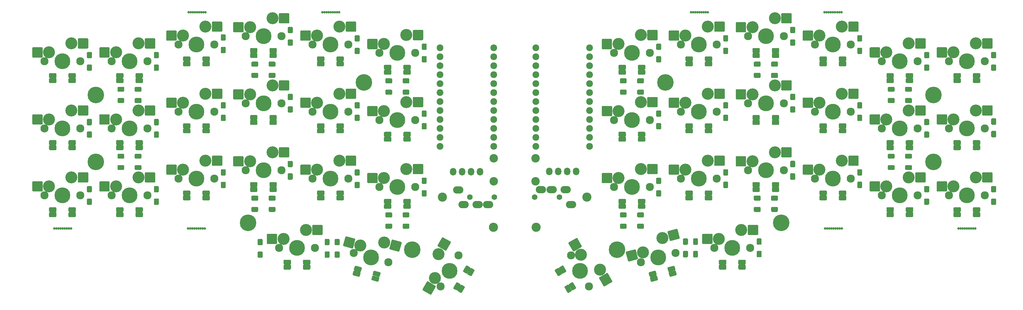
<source format=gbs>
G04 #@! TF.GenerationSoftware,KiCad,Pcbnew,(5.1.7-0-10_14)*
G04 #@! TF.CreationDate,2020-11-01T19:54:18+08:00*
G04 #@! TF.ProjectId,corne-cherry,636f726e-652d-4636-9865-7272792e6b69,3.0.1*
G04 #@! TF.SameCoordinates,Original*
G04 #@! TF.FileFunction,Soldermask,Bot*
G04 #@! TF.FilePolarity,Negative*
%FSLAX46Y46*%
G04 Gerber Fmt 4.6, Leading zero omitted, Abs format (unit mm)*
G04 Created by KiCad (PCBNEW (5.1.7-0-10_14)) date 2020-11-01 19:54:18*
%MOMM*%
%LPD*%
G01*
G04 APERTURE LIST*
%ADD10C,2.600000*%
%ADD11C,4.700000*%
%ADD12C,1.924000*%
%ADD13C,2.400000*%
%ADD14O,1.797000X2.178000*%
%ADD15O,2.900000X2.100000*%
%ADD16C,1.600000*%
%ADD17C,3.400000*%
%ADD18C,2.300000*%
%ADD19C,4.500000*%
%ADD20C,0.700000*%
G04 APERTURE END LIST*
D10*
X168850500Y-74264000D03*
D11*
X267099500Y-64265500D03*
X191144500Y-41775500D03*
X267099500Y-45265500D03*
X223955500Y-81530500D03*
D10*
X154418500Y-82785000D03*
D11*
X177389500Y-89145000D03*
D10*
X142301500Y-82775000D03*
X127869500Y-74254000D03*
D11*
X119330500Y-89135000D03*
X72764500Y-81520500D03*
X105575500Y-41765500D03*
X29607500Y-64280000D03*
X29607500Y-45280000D03*
D12*
X127203900Y-31942000D03*
X127203900Y-34482000D03*
X127203900Y-37022000D03*
X127203900Y-39562000D03*
X127203900Y-42102000D03*
X127203900Y-44642000D03*
X127203900Y-47182000D03*
X127203900Y-49722000D03*
X127203900Y-52262000D03*
X127203900Y-54802000D03*
X127203900Y-57342000D03*
X127203900Y-59882000D03*
X142423900Y-59882000D03*
X142423900Y-57342000D03*
X142423900Y-54802000D03*
X142423900Y-52262000D03*
X142423900Y-49722000D03*
X142423900Y-47182000D03*
X142423900Y-44642000D03*
X142423900Y-42102000D03*
X142423900Y-39562000D03*
X142423900Y-37022000D03*
X142423900Y-34482000D03*
X142423900Y-31942000D03*
X154378900Y-31912000D03*
X154378900Y-34452000D03*
X154378900Y-36992000D03*
X154378900Y-39532000D03*
X154378900Y-42072000D03*
X154378900Y-44612000D03*
X154378900Y-47152000D03*
X154378900Y-49692000D03*
X154378900Y-52232000D03*
X154378900Y-54772000D03*
X154378900Y-57312000D03*
X154378900Y-59852000D03*
X169598900Y-59852000D03*
X169598900Y-57312000D03*
X169598900Y-54772000D03*
X169598900Y-52232000D03*
X169598900Y-49692000D03*
X169598900Y-47152000D03*
X169598900Y-44612000D03*
X169598900Y-42072000D03*
X169598900Y-39532000D03*
X169598900Y-36992000D03*
X169598900Y-34452000D03*
X169598900Y-31912000D03*
D13*
X154304500Y-63272000D03*
X154304500Y-69772000D03*
X142424500Y-63281000D03*
X142424500Y-69781000D03*
D14*
X165797500Y-67020000D03*
X163257500Y-67020000D03*
X160717500Y-67020000D03*
X158177500Y-67020000D03*
X138568500Y-67028000D03*
X136028500Y-67028000D03*
X133488500Y-67028000D03*
X130948500Y-67028000D03*
D15*
X164337500Y-76370000D03*
X162837500Y-72170000D03*
X158837500Y-72170000D03*
X155837500Y-72170000D03*
D16*
X161037500Y-74270000D03*
X154037500Y-74270000D03*
D15*
X132334500Y-72192000D03*
X133834500Y-76392000D03*
X137834500Y-76392000D03*
X140834500Y-76392000D03*
D16*
X135634500Y-74292000D03*
X142634500Y-74292000D03*
D17*
X126728091Y-90415295D03*
X125752795Y-97184557D03*
G36*
G01*
X128034059Y-85653293D02*
X130199123Y-86903293D01*
G75*
G02*
X130272328Y-87176498I-100000J-173205D01*
G01*
X128997328Y-89384862D01*
G75*
G02*
X128724123Y-89458067I-173205J100000D01*
G01*
X126559059Y-88208067D01*
G75*
G02*
X126485854Y-87934862I100000J173205D01*
G01*
X127760854Y-85726498D01*
G75*
G02*
X128034059Y-85653293I173205J-100000D01*
G01*
G37*
D18*
X127317500Y-99554409D03*
X132397500Y-90755591D03*
D19*
X129857500Y-95155000D03*
G36*
G01*
X123770263Y-98118403D02*
X125935327Y-99368403D01*
G75*
G02*
X126008532Y-99641608I-100000J-173205D01*
G01*
X124733532Y-101849972D01*
G75*
G02*
X124460327Y-101923177I-173205J100000D01*
G01*
X122295263Y-100673177D01*
G75*
G02*
X122222058Y-100399972I100000J173205D01*
G01*
X123497058Y-98191608D01*
G75*
G02*
X123770263Y-98118403I173205J-100000D01*
G01*
G37*
D17*
X172533909Y-94809705D03*
X167159205Y-90580443D03*
G36*
G01*
X176004941Y-98321707D02*
X173839877Y-99571707D01*
G75*
G02*
X173566672Y-99498502I-100000J173205D01*
G01*
X172291672Y-97290138D01*
G75*
G02*
X172364877Y-97016933I173205J100000D01*
G01*
X174529941Y-95766933D01*
G75*
G02*
X174803146Y-95840138I100000J-173205D01*
G01*
X176078146Y-98048502D01*
G75*
G02*
X176004941Y-98321707I-173205J-100000D01*
G01*
G37*
D18*
X164324500Y-90750591D03*
X169404500Y-99549409D03*
D19*
X166864500Y-95150000D03*
G36*
G01*
X167341737Y-88396597D02*
X165176673Y-89646597D01*
G75*
G02*
X164903468Y-89573392I-100000J173205D01*
G01*
X163628468Y-87365028D01*
G75*
G02*
X163701673Y-87091823I173205J100000D01*
G01*
X165866737Y-85841823D01*
G75*
G02*
X166139942Y-85915028I100000J-173205D01*
G01*
X167414942Y-88123392D01*
G75*
G02*
X167341737Y-88396597I-173205J-100000D01*
G01*
G37*
G36*
G01*
X42507500Y-43180000D02*
X42507500Y-44180000D01*
G75*
G02*
X42307500Y-44380000I-200000J0D01*
G01*
X40807500Y-44380000D01*
G75*
G02*
X40607500Y-44180000I0J200000D01*
G01*
X40607500Y-43180000D01*
G75*
G02*
X40807500Y-42980000I200000J0D01*
G01*
X42307500Y-42980000D01*
G75*
G02*
X42507500Y-43180000I0J-200000D01*
G01*
G37*
G36*
G01*
X42507500Y-46380000D02*
X42507500Y-47380000D01*
G75*
G02*
X42307500Y-47580000I-200000J0D01*
G01*
X40807500Y-47580000D01*
G75*
G02*
X40607500Y-47380000I0J200000D01*
G01*
X40607500Y-46380000D01*
G75*
G02*
X40807500Y-46180000I200000J0D01*
G01*
X42307500Y-46180000D01*
G75*
G02*
X42507500Y-46380000I0J-200000D01*
G01*
G37*
G36*
G01*
X37607500Y-43180000D02*
X37607500Y-44180000D01*
G75*
G02*
X37407500Y-44380000I-200000J0D01*
G01*
X35907500Y-44380000D01*
G75*
G02*
X35707500Y-44180000I0J200000D01*
G01*
X35707500Y-43180000D01*
G75*
G02*
X35907500Y-42980000I200000J0D01*
G01*
X37407500Y-42980000D01*
G75*
G02*
X37607500Y-43180000I0J-200000D01*
G01*
G37*
G36*
G01*
X37607500Y-46380000D02*
X37607500Y-47380000D01*
G75*
G02*
X37407500Y-47580000I-200000J0D01*
G01*
X35907500Y-47580000D01*
G75*
G02*
X35707500Y-47380000I0J200000D01*
G01*
X35707500Y-46380000D01*
G75*
G02*
X35907500Y-46180000I200000J0D01*
G01*
X37407500Y-46180000D01*
G75*
G02*
X37607500Y-46380000I0J-200000D01*
G01*
G37*
G36*
G01*
X80507500Y-36055000D02*
X80507500Y-37055000D01*
G75*
G02*
X80307500Y-37255000I-200000J0D01*
G01*
X78807500Y-37255000D01*
G75*
G02*
X78607500Y-37055000I0J200000D01*
G01*
X78607500Y-36055000D01*
G75*
G02*
X78807500Y-35855000I200000J0D01*
G01*
X80307500Y-35855000D01*
G75*
G02*
X80507500Y-36055000I0J-200000D01*
G01*
G37*
G36*
G01*
X80507500Y-39255000D02*
X80507500Y-40255000D01*
G75*
G02*
X80307500Y-40455000I-200000J0D01*
G01*
X78807500Y-40455000D01*
G75*
G02*
X78607500Y-40255000I0J200000D01*
G01*
X78607500Y-39255000D01*
G75*
G02*
X78807500Y-39055000I200000J0D01*
G01*
X80307500Y-39055000D01*
G75*
G02*
X80507500Y-39255000I0J-200000D01*
G01*
G37*
G36*
G01*
X75607500Y-36055000D02*
X75607500Y-37055000D01*
G75*
G02*
X75407500Y-37255000I-200000J0D01*
G01*
X73907500Y-37255000D01*
G75*
G02*
X73707500Y-37055000I0J200000D01*
G01*
X73707500Y-36055000D01*
G75*
G02*
X73907500Y-35855000I200000J0D01*
G01*
X75407500Y-35855000D01*
G75*
G02*
X75607500Y-36055000I0J-200000D01*
G01*
G37*
G36*
G01*
X75607500Y-39255000D02*
X75607500Y-40255000D01*
G75*
G02*
X75407500Y-40455000I-200000J0D01*
G01*
X73907500Y-40455000D01*
G75*
G02*
X73707500Y-40255000I0J200000D01*
G01*
X73707500Y-39255000D01*
G75*
G02*
X73907500Y-39055000I200000J0D01*
G01*
X75407500Y-39055000D01*
G75*
G02*
X75607500Y-39255000I0J-200000D01*
G01*
G37*
G36*
G01*
X118507500Y-40805000D02*
X118507500Y-41805000D01*
G75*
G02*
X118307500Y-42005000I-200000J0D01*
G01*
X116807500Y-42005000D01*
G75*
G02*
X116607500Y-41805000I0J200000D01*
G01*
X116607500Y-40805000D01*
G75*
G02*
X116807500Y-40605000I200000J0D01*
G01*
X118307500Y-40605000D01*
G75*
G02*
X118507500Y-40805000I0J-200000D01*
G01*
G37*
G36*
G01*
X118507500Y-44005000D02*
X118507500Y-45005000D01*
G75*
G02*
X118307500Y-45205000I-200000J0D01*
G01*
X116807500Y-45205000D01*
G75*
G02*
X116607500Y-45005000I0J200000D01*
G01*
X116607500Y-44005000D01*
G75*
G02*
X116807500Y-43805000I200000J0D01*
G01*
X118307500Y-43805000D01*
G75*
G02*
X118507500Y-44005000I0J-200000D01*
G01*
G37*
G36*
G01*
X113607500Y-40805000D02*
X113607500Y-41805000D01*
G75*
G02*
X113407500Y-42005000I-200000J0D01*
G01*
X111907500Y-42005000D01*
G75*
G02*
X111707500Y-41805000I0J200000D01*
G01*
X111707500Y-40805000D01*
G75*
G02*
X111907500Y-40605000I200000J0D01*
G01*
X113407500Y-40605000D01*
G75*
G02*
X113607500Y-40805000I0J-200000D01*
G01*
G37*
G36*
G01*
X113607500Y-44005000D02*
X113607500Y-45005000D01*
G75*
G02*
X113407500Y-45205000I-200000J0D01*
G01*
X111907500Y-45205000D01*
G75*
G02*
X111707500Y-45005000I0J200000D01*
G01*
X111707500Y-44005000D01*
G75*
G02*
X111907500Y-43805000I200000J0D01*
G01*
X113407500Y-43805000D01*
G75*
G02*
X113607500Y-44005000I0J-200000D01*
G01*
G37*
G36*
G01*
X42507500Y-62180000D02*
X42507500Y-63180000D01*
G75*
G02*
X42307500Y-63380000I-200000J0D01*
G01*
X40807500Y-63380000D01*
G75*
G02*
X40607500Y-63180000I0J200000D01*
G01*
X40607500Y-62180000D01*
G75*
G02*
X40807500Y-61980000I200000J0D01*
G01*
X42307500Y-61980000D01*
G75*
G02*
X42507500Y-62180000I0J-200000D01*
G01*
G37*
G36*
G01*
X42507500Y-65380000D02*
X42507500Y-66380000D01*
G75*
G02*
X42307500Y-66580000I-200000J0D01*
G01*
X40807500Y-66580000D01*
G75*
G02*
X40607500Y-66380000I0J200000D01*
G01*
X40607500Y-65380000D01*
G75*
G02*
X40807500Y-65180000I200000J0D01*
G01*
X42307500Y-65180000D01*
G75*
G02*
X42507500Y-65380000I0J-200000D01*
G01*
G37*
G36*
G01*
X37607500Y-62180000D02*
X37607500Y-63180000D01*
G75*
G02*
X37407500Y-63380000I-200000J0D01*
G01*
X35907500Y-63380000D01*
G75*
G02*
X35707500Y-63180000I0J200000D01*
G01*
X35707500Y-62180000D01*
G75*
G02*
X35907500Y-61980000I200000J0D01*
G01*
X37407500Y-61980000D01*
G75*
G02*
X37607500Y-62180000I0J-200000D01*
G01*
G37*
G36*
G01*
X37607500Y-65380000D02*
X37607500Y-66380000D01*
G75*
G02*
X37407500Y-66580000I-200000J0D01*
G01*
X35907500Y-66580000D01*
G75*
G02*
X35707500Y-66380000I0J200000D01*
G01*
X35707500Y-65380000D01*
G75*
G02*
X35907500Y-65180000I200000J0D01*
G01*
X37407500Y-65180000D01*
G75*
G02*
X37607500Y-65380000I0J-200000D01*
G01*
G37*
G36*
G01*
X80507500Y-74055000D02*
X80507500Y-75055000D01*
G75*
G02*
X80307500Y-75255000I-200000J0D01*
G01*
X78807500Y-75255000D01*
G75*
G02*
X78607500Y-75055000I0J200000D01*
G01*
X78607500Y-74055000D01*
G75*
G02*
X78807500Y-73855000I200000J0D01*
G01*
X80307500Y-73855000D01*
G75*
G02*
X80507500Y-74055000I0J-200000D01*
G01*
G37*
G36*
G01*
X80507500Y-77255000D02*
X80507500Y-78255000D01*
G75*
G02*
X80307500Y-78455000I-200000J0D01*
G01*
X78807500Y-78455000D01*
G75*
G02*
X78607500Y-78255000I0J200000D01*
G01*
X78607500Y-77255000D01*
G75*
G02*
X78807500Y-77055000I200000J0D01*
G01*
X80307500Y-77055000D01*
G75*
G02*
X80507500Y-77255000I0J-200000D01*
G01*
G37*
G36*
G01*
X75607500Y-74055000D02*
X75607500Y-75055000D01*
G75*
G02*
X75407500Y-75255000I-200000J0D01*
G01*
X73907500Y-75255000D01*
G75*
G02*
X73707500Y-75055000I0J200000D01*
G01*
X73707500Y-74055000D01*
G75*
G02*
X73907500Y-73855000I200000J0D01*
G01*
X75407500Y-73855000D01*
G75*
G02*
X75607500Y-74055000I0J-200000D01*
G01*
G37*
G36*
G01*
X75607500Y-77255000D02*
X75607500Y-78255000D01*
G75*
G02*
X75407500Y-78455000I-200000J0D01*
G01*
X73907500Y-78455000D01*
G75*
G02*
X73707500Y-78255000I0J200000D01*
G01*
X73707500Y-77255000D01*
G75*
G02*
X73907500Y-77055000I200000J0D01*
G01*
X75407500Y-77055000D01*
G75*
G02*
X75607500Y-77255000I0J-200000D01*
G01*
G37*
G36*
G01*
X118507500Y-78805000D02*
X118507500Y-79805000D01*
G75*
G02*
X118307500Y-80005000I-200000J0D01*
G01*
X116807500Y-80005000D01*
G75*
G02*
X116607500Y-79805000I0J200000D01*
G01*
X116607500Y-78805000D01*
G75*
G02*
X116807500Y-78605000I200000J0D01*
G01*
X118307500Y-78605000D01*
G75*
G02*
X118507500Y-78805000I0J-200000D01*
G01*
G37*
G36*
G01*
X118507500Y-82005000D02*
X118507500Y-83005000D01*
G75*
G02*
X118307500Y-83205000I-200000J0D01*
G01*
X116807500Y-83205000D01*
G75*
G02*
X116607500Y-83005000I0J200000D01*
G01*
X116607500Y-82005000D01*
G75*
G02*
X116807500Y-81805000I200000J0D01*
G01*
X118307500Y-81805000D01*
G75*
G02*
X118507500Y-82005000I0J-200000D01*
G01*
G37*
G36*
G01*
X113607500Y-78805000D02*
X113607500Y-79805000D01*
G75*
G02*
X113407500Y-80005000I-200000J0D01*
G01*
X111907500Y-80005000D01*
G75*
G02*
X111707500Y-79805000I0J200000D01*
G01*
X111707500Y-78805000D01*
G75*
G02*
X111907500Y-78605000I200000J0D01*
G01*
X113407500Y-78605000D01*
G75*
G02*
X113607500Y-78805000I0J-200000D01*
G01*
G37*
G36*
G01*
X113607500Y-82005000D02*
X113607500Y-83005000D01*
G75*
G02*
X113407500Y-83205000I-200000J0D01*
G01*
X111907500Y-83205000D01*
G75*
G02*
X111707500Y-83005000I0J200000D01*
G01*
X111707500Y-82005000D01*
G75*
G02*
X111907500Y-81805000I200000J0D01*
G01*
X113407500Y-81805000D01*
G75*
G02*
X113607500Y-82005000I0J-200000D01*
G01*
G37*
G36*
G01*
X261007500Y-43180000D02*
X261007500Y-44180000D01*
G75*
G02*
X260807500Y-44380000I-200000J0D01*
G01*
X259307500Y-44380000D01*
G75*
G02*
X259107500Y-44180000I0J200000D01*
G01*
X259107500Y-43180000D01*
G75*
G02*
X259307500Y-42980000I200000J0D01*
G01*
X260807500Y-42980000D01*
G75*
G02*
X261007500Y-43180000I0J-200000D01*
G01*
G37*
G36*
G01*
X261007500Y-46380000D02*
X261007500Y-47380000D01*
G75*
G02*
X260807500Y-47580000I-200000J0D01*
G01*
X259307500Y-47580000D01*
G75*
G02*
X259107500Y-47380000I0J200000D01*
G01*
X259107500Y-46380000D01*
G75*
G02*
X259307500Y-46180000I200000J0D01*
G01*
X260807500Y-46180000D01*
G75*
G02*
X261007500Y-46380000I0J-200000D01*
G01*
G37*
G36*
G01*
X256107500Y-43180000D02*
X256107500Y-44180000D01*
G75*
G02*
X255907500Y-44380000I-200000J0D01*
G01*
X254407500Y-44380000D01*
G75*
G02*
X254207500Y-44180000I0J200000D01*
G01*
X254207500Y-43180000D01*
G75*
G02*
X254407500Y-42980000I200000J0D01*
G01*
X255907500Y-42980000D01*
G75*
G02*
X256107500Y-43180000I0J-200000D01*
G01*
G37*
G36*
G01*
X256107500Y-46380000D02*
X256107500Y-47380000D01*
G75*
G02*
X255907500Y-47580000I-200000J0D01*
G01*
X254407500Y-47580000D01*
G75*
G02*
X254207500Y-47380000I0J200000D01*
G01*
X254207500Y-46380000D01*
G75*
G02*
X254407500Y-46180000I200000J0D01*
G01*
X255907500Y-46180000D01*
G75*
G02*
X256107500Y-46380000I0J-200000D01*
G01*
G37*
G36*
G01*
X223007500Y-36055000D02*
X223007500Y-37055000D01*
G75*
G02*
X222807500Y-37255000I-200000J0D01*
G01*
X221307500Y-37255000D01*
G75*
G02*
X221107500Y-37055000I0J200000D01*
G01*
X221107500Y-36055000D01*
G75*
G02*
X221307500Y-35855000I200000J0D01*
G01*
X222807500Y-35855000D01*
G75*
G02*
X223007500Y-36055000I0J-200000D01*
G01*
G37*
G36*
G01*
X223007500Y-39255000D02*
X223007500Y-40255000D01*
G75*
G02*
X222807500Y-40455000I-200000J0D01*
G01*
X221307500Y-40455000D01*
G75*
G02*
X221107500Y-40255000I0J200000D01*
G01*
X221107500Y-39255000D01*
G75*
G02*
X221307500Y-39055000I200000J0D01*
G01*
X222807500Y-39055000D01*
G75*
G02*
X223007500Y-39255000I0J-200000D01*
G01*
G37*
G36*
G01*
X218107500Y-36055000D02*
X218107500Y-37055000D01*
G75*
G02*
X217907500Y-37255000I-200000J0D01*
G01*
X216407500Y-37255000D01*
G75*
G02*
X216207500Y-37055000I0J200000D01*
G01*
X216207500Y-36055000D01*
G75*
G02*
X216407500Y-35855000I200000J0D01*
G01*
X217907500Y-35855000D01*
G75*
G02*
X218107500Y-36055000I0J-200000D01*
G01*
G37*
G36*
G01*
X218107500Y-39255000D02*
X218107500Y-40255000D01*
G75*
G02*
X217907500Y-40455000I-200000J0D01*
G01*
X216407500Y-40455000D01*
G75*
G02*
X216207500Y-40255000I0J200000D01*
G01*
X216207500Y-39255000D01*
G75*
G02*
X216407500Y-39055000I200000J0D01*
G01*
X217907500Y-39055000D01*
G75*
G02*
X218107500Y-39255000I0J-200000D01*
G01*
G37*
G36*
G01*
X185007500Y-40805000D02*
X185007500Y-41805000D01*
G75*
G02*
X184807500Y-42005000I-200000J0D01*
G01*
X183307500Y-42005000D01*
G75*
G02*
X183107500Y-41805000I0J200000D01*
G01*
X183107500Y-40805000D01*
G75*
G02*
X183307500Y-40605000I200000J0D01*
G01*
X184807500Y-40605000D01*
G75*
G02*
X185007500Y-40805000I0J-200000D01*
G01*
G37*
G36*
G01*
X185007500Y-44005000D02*
X185007500Y-45005000D01*
G75*
G02*
X184807500Y-45205000I-200000J0D01*
G01*
X183307500Y-45205000D01*
G75*
G02*
X183107500Y-45005000I0J200000D01*
G01*
X183107500Y-44005000D01*
G75*
G02*
X183307500Y-43805000I200000J0D01*
G01*
X184807500Y-43805000D01*
G75*
G02*
X185007500Y-44005000I0J-200000D01*
G01*
G37*
G36*
G01*
X180107500Y-40805000D02*
X180107500Y-41805000D01*
G75*
G02*
X179907500Y-42005000I-200000J0D01*
G01*
X178407500Y-42005000D01*
G75*
G02*
X178207500Y-41805000I0J200000D01*
G01*
X178207500Y-40805000D01*
G75*
G02*
X178407500Y-40605000I200000J0D01*
G01*
X179907500Y-40605000D01*
G75*
G02*
X180107500Y-40805000I0J-200000D01*
G01*
G37*
G36*
G01*
X180107500Y-44005000D02*
X180107500Y-45005000D01*
G75*
G02*
X179907500Y-45205000I-200000J0D01*
G01*
X178407500Y-45205000D01*
G75*
G02*
X178207500Y-45005000I0J200000D01*
G01*
X178207500Y-44005000D01*
G75*
G02*
X178407500Y-43805000I200000J0D01*
G01*
X179907500Y-43805000D01*
G75*
G02*
X180107500Y-44005000I0J-200000D01*
G01*
G37*
G36*
G01*
X261007500Y-62180000D02*
X261007500Y-63180000D01*
G75*
G02*
X260807500Y-63380000I-200000J0D01*
G01*
X259307500Y-63380000D01*
G75*
G02*
X259107500Y-63180000I0J200000D01*
G01*
X259107500Y-62180000D01*
G75*
G02*
X259307500Y-61980000I200000J0D01*
G01*
X260807500Y-61980000D01*
G75*
G02*
X261007500Y-62180000I0J-200000D01*
G01*
G37*
G36*
G01*
X261007500Y-65380000D02*
X261007500Y-66380000D01*
G75*
G02*
X260807500Y-66580000I-200000J0D01*
G01*
X259307500Y-66580000D01*
G75*
G02*
X259107500Y-66380000I0J200000D01*
G01*
X259107500Y-65380000D01*
G75*
G02*
X259307500Y-65180000I200000J0D01*
G01*
X260807500Y-65180000D01*
G75*
G02*
X261007500Y-65380000I0J-200000D01*
G01*
G37*
G36*
G01*
X256107500Y-62180000D02*
X256107500Y-63180000D01*
G75*
G02*
X255907500Y-63380000I-200000J0D01*
G01*
X254407500Y-63380000D01*
G75*
G02*
X254207500Y-63180000I0J200000D01*
G01*
X254207500Y-62180000D01*
G75*
G02*
X254407500Y-61980000I200000J0D01*
G01*
X255907500Y-61980000D01*
G75*
G02*
X256107500Y-62180000I0J-200000D01*
G01*
G37*
G36*
G01*
X256107500Y-65380000D02*
X256107500Y-66380000D01*
G75*
G02*
X255907500Y-66580000I-200000J0D01*
G01*
X254407500Y-66580000D01*
G75*
G02*
X254207500Y-66380000I0J200000D01*
G01*
X254207500Y-65380000D01*
G75*
G02*
X254407500Y-65180000I200000J0D01*
G01*
X255907500Y-65180000D01*
G75*
G02*
X256107500Y-65380000I0J-200000D01*
G01*
G37*
G36*
G01*
X223007500Y-74055000D02*
X223007500Y-75055000D01*
G75*
G02*
X222807500Y-75255000I-200000J0D01*
G01*
X221307500Y-75255000D01*
G75*
G02*
X221107500Y-75055000I0J200000D01*
G01*
X221107500Y-74055000D01*
G75*
G02*
X221307500Y-73855000I200000J0D01*
G01*
X222807500Y-73855000D01*
G75*
G02*
X223007500Y-74055000I0J-200000D01*
G01*
G37*
G36*
G01*
X223007500Y-77255000D02*
X223007500Y-78255000D01*
G75*
G02*
X222807500Y-78455000I-200000J0D01*
G01*
X221307500Y-78455000D01*
G75*
G02*
X221107500Y-78255000I0J200000D01*
G01*
X221107500Y-77255000D01*
G75*
G02*
X221307500Y-77055000I200000J0D01*
G01*
X222807500Y-77055000D01*
G75*
G02*
X223007500Y-77255000I0J-200000D01*
G01*
G37*
G36*
G01*
X218107500Y-74055000D02*
X218107500Y-75055000D01*
G75*
G02*
X217907500Y-75255000I-200000J0D01*
G01*
X216407500Y-75255000D01*
G75*
G02*
X216207500Y-75055000I0J200000D01*
G01*
X216207500Y-74055000D01*
G75*
G02*
X216407500Y-73855000I200000J0D01*
G01*
X217907500Y-73855000D01*
G75*
G02*
X218107500Y-74055000I0J-200000D01*
G01*
G37*
G36*
G01*
X218107500Y-77255000D02*
X218107500Y-78255000D01*
G75*
G02*
X217907500Y-78455000I-200000J0D01*
G01*
X216407500Y-78455000D01*
G75*
G02*
X216207500Y-78255000I0J200000D01*
G01*
X216207500Y-77255000D01*
G75*
G02*
X216407500Y-77055000I200000J0D01*
G01*
X217907500Y-77055000D01*
G75*
G02*
X218107500Y-77255000I0J-200000D01*
G01*
G37*
G36*
G01*
X185007500Y-78805000D02*
X185007500Y-79805000D01*
G75*
G02*
X184807500Y-80005000I-200000J0D01*
G01*
X183307500Y-80005000D01*
G75*
G02*
X183107500Y-79805000I0J200000D01*
G01*
X183107500Y-78805000D01*
G75*
G02*
X183307500Y-78605000I200000J0D01*
G01*
X184807500Y-78605000D01*
G75*
G02*
X185007500Y-78805000I0J-200000D01*
G01*
G37*
G36*
G01*
X185007500Y-82005000D02*
X185007500Y-83005000D01*
G75*
G02*
X184807500Y-83205000I-200000J0D01*
G01*
X183307500Y-83205000D01*
G75*
G02*
X183107500Y-83005000I0J200000D01*
G01*
X183107500Y-82005000D01*
G75*
G02*
X183307500Y-81805000I200000J0D01*
G01*
X184807500Y-81805000D01*
G75*
G02*
X185007500Y-82005000I0J-200000D01*
G01*
G37*
G36*
G01*
X180107500Y-78805000D02*
X180107500Y-79805000D01*
G75*
G02*
X179907500Y-80005000I-200000J0D01*
G01*
X178407500Y-80005000D01*
G75*
G02*
X178207500Y-79805000I0J200000D01*
G01*
X178207500Y-78805000D01*
G75*
G02*
X178407500Y-78605000I200000J0D01*
G01*
X179907500Y-78605000D01*
G75*
G02*
X180107500Y-78805000I0J-200000D01*
G01*
G37*
G36*
G01*
X180107500Y-82005000D02*
X180107500Y-83005000D01*
G75*
G02*
X179907500Y-83205000I-200000J0D01*
G01*
X178407500Y-83205000D01*
G75*
G02*
X178207500Y-83005000I0J200000D01*
G01*
X178207500Y-82005000D01*
G75*
G02*
X178407500Y-81805000I200000J0D01*
G01*
X179907500Y-81805000D01*
G75*
G02*
X180107500Y-82005000I0J-200000D01*
G01*
G37*
G36*
G01*
X108071948Y-96239955D02*
X108330767Y-95274029D01*
G75*
G02*
X108575716Y-95132608I193185J-51764D01*
G01*
X110217789Y-95572600D01*
G75*
G02*
X110359210Y-95817549I-51764J-193185D01*
G01*
X110100391Y-96783475D01*
G75*
G02*
X109855442Y-96924896I-193185J51764D01*
G01*
X108213369Y-96484904D01*
G75*
G02*
X108071948Y-96239955I51764J193185D01*
G01*
G37*
G36*
G01*
X107709602Y-97592251D02*
X107968421Y-96626325D01*
G75*
G02*
X108213370Y-96484904I193185J-51764D01*
G01*
X109855443Y-96924896D01*
G75*
G02*
X109996864Y-97169845I-51764J-193185D01*
G01*
X109738045Y-98135771D01*
G75*
G02*
X109493096Y-98277192I-193185J51764D01*
G01*
X107851023Y-97837200D01*
G75*
G02*
X107709602Y-97592251I51764J193185D01*
G01*
G37*
G36*
G01*
X102759356Y-94816451D02*
X103018175Y-93850525D01*
G75*
G02*
X103263124Y-93709104I193185J-51764D01*
G01*
X104905197Y-94149096D01*
G75*
G02*
X105046618Y-94394045I-51764J-193185D01*
G01*
X104787799Y-95359971D01*
G75*
G02*
X104542850Y-95501392I-193185J51764D01*
G01*
X102900777Y-95061400D01*
G75*
G02*
X102759356Y-94816451I51764J193185D01*
G01*
G37*
G36*
G01*
X102397010Y-96168747D02*
X102655829Y-95202821D01*
G75*
G02*
X102900778Y-95061400I193185J-51764D01*
G01*
X104542851Y-95501392D01*
G75*
G02*
X104684272Y-95746341I-51764J-193185D01*
G01*
X104425453Y-96712267D01*
G75*
G02*
X104180504Y-96853688I-193185J51764D01*
G01*
X102538431Y-96413696D01*
G75*
G02*
X102397010Y-96168747I51764J193185D01*
G01*
G37*
G36*
G01*
X21807500Y-40330000D02*
X21807500Y-39330000D01*
G75*
G02*
X22007500Y-39130000I200000J0D01*
G01*
X23707500Y-39130000D01*
G75*
G02*
X23907500Y-39330000I0J-200000D01*
G01*
X23907500Y-40330000D01*
G75*
G02*
X23707500Y-40530000I-200000J0D01*
G01*
X22007500Y-40530000D01*
G75*
G02*
X21807500Y-40330000I0J200000D01*
G01*
G37*
G36*
G01*
X21807500Y-41730000D02*
X21807500Y-40730000D01*
G75*
G02*
X22007500Y-40530000I200000J0D01*
G01*
X23707500Y-40530000D01*
G75*
G02*
X23907500Y-40730000I0J-200000D01*
G01*
X23907500Y-41730000D01*
G75*
G02*
X23707500Y-41930000I-200000J0D01*
G01*
X22007500Y-41930000D01*
G75*
G02*
X21807500Y-41730000I0J200000D01*
G01*
G37*
G36*
G01*
X16307500Y-40330000D02*
X16307500Y-39330000D01*
G75*
G02*
X16507500Y-39130000I200000J0D01*
G01*
X18207500Y-39130000D01*
G75*
G02*
X18407500Y-39330000I0J-200000D01*
G01*
X18407500Y-40330000D01*
G75*
G02*
X18207500Y-40530000I-200000J0D01*
G01*
X16507500Y-40530000D01*
G75*
G02*
X16307500Y-40330000I0J200000D01*
G01*
G37*
G36*
G01*
X16307500Y-41730000D02*
X16307500Y-40730000D01*
G75*
G02*
X16507500Y-40530000I200000J0D01*
G01*
X18207500Y-40530000D01*
G75*
G02*
X18407500Y-40730000I0J-200000D01*
G01*
X18407500Y-41730000D01*
G75*
G02*
X18207500Y-41930000I-200000J0D01*
G01*
X16507500Y-41930000D01*
G75*
G02*
X16307500Y-41730000I0J200000D01*
G01*
G37*
G36*
G01*
X40807500Y-40330000D02*
X40807500Y-39330000D01*
G75*
G02*
X41007500Y-39130000I200000J0D01*
G01*
X42707500Y-39130000D01*
G75*
G02*
X42907500Y-39330000I0J-200000D01*
G01*
X42907500Y-40330000D01*
G75*
G02*
X42707500Y-40530000I-200000J0D01*
G01*
X41007500Y-40530000D01*
G75*
G02*
X40807500Y-40330000I0J200000D01*
G01*
G37*
G36*
G01*
X40807500Y-41730000D02*
X40807500Y-40730000D01*
G75*
G02*
X41007500Y-40530000I200000J0D01*
G01*
X42707500Y-40530000D01*
G75*
G02*
X42907500Y-40730000I0J-200000D01*
G01*
X42907500Y-41730000D01*
G75*
G02*
X42707500Y-41930000I-200000J0D01*
G01*
X41007500Y-41930000D01*
G75*
G02*
X40807500Y-41730000I0J200000D01*
G01*
G37*
G36*
G01*
X35307500Y-40330000D02*
X35307500Y-39330000D01*
G75*
G02*
X35507500Y-39130000I200000J0D01*
G01*
X37207500Y-39130000D01*
G75*
G02*
X37407500Y-39330000I0J-200000D01*
G01*
X37407500Y-40330000D01*
G75*
G02*
X37207500Y-40530000I-200000J0D01*
G01*
X35507500Y-40530000D01*
G75*
G02*
X35307500Y-40330000I0J200000D01*
G01*
G37*
G36*
G01*
X35307500Y-41730000D02*
X35307500Y-40730000D01*
G75*
G02*
X35507500Y-40530000I200000J0D01*
G01*
X37207500Y-40530000D01*
G75*
G02*
X37407500Y-40730000I0J-200000D01*
G01*
X37407500Y-41730000D01*
G75*
G02*
X37207500Y-41930000I-200000J0D01*
G01*
X35507500Y-41930000D01*
G75*
G02*
X35307500Y-41730000I0J200000D01*
G01*
G37*
G36*
G01*
X59807500Y-35580000D02*
X59807500Y-34580000D01*
G75*
G02*
X60007500Y-34380000I200000J0D01*
G01*
X61707500Y-34380000D01*
G75*
G02*
X61907500Y-34580000I0J-200000D01*
G01*
X61907500Y-35580000D01*
G75*
G02*
X61707500Y-35780000I-200000J0D01*
G01*
X60007500Y-35780000D01*
G75*
G02*
X59807500Y-35580000I0J200000D01*
G01*
G37*
G36*
G01*
X59807500Y-36980000D02*
X59807500Y-35980000D01*
G75*
G02*
X60007500Y-35780000I200000J0D01*
G01*
X61707500Y-35780000D01*
G75*
G02*
X61907500Y-35980000I0J-200000D01*
G01*
X61907500Y-36980000D01*
G75*
G02*
X61707500Y-37180000I-200000J0D01*
G01*
X60007500Y-37180000D01*
G75*
G02*
X59807500Y-36980000I0J200000D01*
G01*
G37*
G36*
G01*
X54307500Y-35580000D02*
X54307500Y-34580000D01*
G75*
G02*
X54507500Y-34380000I200000J0D01*
G01*
X56207500Y-34380000D01*
G75*
G02*
X56407500Y-34580000I0J-200000D01*
G01*
X56407500Y-35580000D01*
G75*
G02*
X56207500Y-35780000I-200000J0D01*
G01*
X54507500Y-35780000D01*
G75*
G02*
X54307500Y-35580000I0J200000D01*
G01*
G37*
G36*
G01*
X54307500Y-36980000D02*
X54307500Y-35980000D01*
G75*
G02*
X54507500Y-35780000I200000J0D01*
G01*
X56207500Y-35780000D01*
G75*
G02*
X56407500Y-35980000I0J-200000D01*
G01*
X56407500Y-36980000D01*
G75*
G02*
X56207500Y-37180000I-200000J0D01*
G01*
X54507500Y-37180000D01*
G75*
G02*
X54307500Y-36980000I0J200000D01*
G01*
G37*
G36*
G01*
X78807500Y-33205000D02*
X78807500Y-32205000D01*
G75*
G02*
X79007500Y-32005000I200000J0D01*
G01*
X80707500Y-32005000D01*
G75*
G02*
X80907500Y-32205000I0J-200000D01*
G01*
X80907500Y-33205000D01*
G75*
G02*
X80707500Y-33405000I-200000J0D01*
G01*
X79007500Y-33405000D01*
G75*
G02*
X78807500Y-33205000I0J200000D01*
G01*
G37*
G36*
G01*
X78807500Y-34605000D02*
X78807500Y-33605000D01*
G75*
G02*
X79007500Y-33405000I200000J0D01*
G01*
X80707500Y-33405000D01*
G75*
G02*
X80907500Y-33605000I0J-200000D01*
G01*
X80907500Y-34605000D01*
G75*
G02*
X80707500Y-34805000I-200000J0D01*
G01*
X79007500Y-34805000D01*
G75*
G02*
X78807500Y-34605000I0J200000D01*
G01*
G37*
G36*
G01*
X73307500Y-33205000D02*
X73307500Y-32205000D01*
G75*
G02*
X73507500Y-32005000I200000J0D01*
G01*
X75207500Y-32005000D01*
G75*
G02*
X75407500Y-32205000I0J-200000D01*
G01*
X75407500Y-33205000D01*
G75*
G02*
X75207500Y-33405000I-200000J0D01*
G01*
X73507500Y-33405000D01*
G75*
G02*
X73307500Y-33205000I0J200000D01*
G01*
G37*
G36*
G01*
X73307500Y-34605000D02*
X73307500Y-33605000D01*
G75*
G02*
X73507500Y-33405000I200000J0D01*
G01*
X75207500Y-33405000D01*
G75*
G02*
X75407500Y-33605000I0J-200000D01*
G01*
X75407500Y-34605000D01*
G75*
G02*
X75207500Y-34805000I-200000J0D01*
G01*
X73507500Y-34805000D01*
G75*
G02*
X73307500Y-34605000I0J200000D01*
G01*
G37*
G36*
G01*
X97807500Y-35580000D02*
X97807500Y-34580000D01*
G75*
G02*
X98007500Y-34380000I200000J0D01*
G01*
X99707500Y-34380000D01*
G75*
G02*
X99907500Y-34580000I0J-200000D01*
G01*
X99907500Y-35580000D01*
G75*
G02*
X99707500Y-35780000I-200000J0D01*
G01*
X98007500Y-35780000D01*
G75*
G02*
X97807500Y-35580000I0J200000D01*
G01*
G37*
G36*
G01*
X97807500Y-36980000D02*
X97807500Y-35980000D01*
G75*
G02*
X98007500Y-35780000I200000J0D01*
G01*
X99707500Y-35780000D01*
G75*
G02*
X99907500Y-35980000I0J-200000D01*
G01*
X99907500Y-36980000D01*
G75*
G02*
X99707500Y-37180000I-200000J0D01*
G01*
X98007500Y-37180000D01*
G75*
G02*
X97807500Y-36980000I0J200000D01*
G01*
G37*
G36*
G01*
X92307500Y-35580000D02*
X92307500Y-34580000D01*
G75*
G02*
X92507500Y-34380000I200000J0D01*
G01*
X94207500Y-34380000D01*
G75*
G02*
X94407500Y-34580000I0J-200000D01*
G01*
X94407500Y-35580000D01*
G75*
G02*
X94207500Y-35780000I-200000J0D01*
G01*
X92507500Y-35780000D01*
G75*
G02*
X92307500Y-35580000I0J200000D01*
G01*
G37*
G36*
G01*
X92307500Y-36980000D02*
X92307500Y-35980000D01*
G75*
G02*
X92507500Y-35780000I200000J0D01*
G01*
X94207500Y-35780000D01*
G75*
G02*
X94407500Y-35980000I0J-200000D01*
G01*
X94407500Y-36980000D01*
G75*
G02*
X94207500Y-37180000I-200000J0D01*
G01*
X92507500Y-37180000D01*
G75*
G02*
X92307500Y-36980000I0J200000D01*
G01*
G37*
G36*
G01*
X116807500Y-37955000D02*
X116807500Y-36955000D01*
G75*
G02*
X117007500Y-36755000I200000J0D01*
G01*
X118707500Y-36755000D01*
G75*
G02*
X118907500Y-36955000I0J-200000D01*
G01*
X118907500Y-37955000D01*
G75*
G02*
X118707500Y-38155000I-200000J0D01*
G01*
X117007500Y-38155000D01*
G75*
G02*
X116807500Y-37955000I0J200000D01*
G01*
G37*
G36*
G01*
X116807500Y-39355000D02*
X116807500Y-38355000D01*
G75*
G02*
X117007500Y-38155000I200000J0D01*
G01*
X118707500Y-38155000D01*
G75*
G02*
X118907500Y-38355000I0J-200000D01*
G01*
X118907500Y-39355000D01*
G75*
G02*
X118707500Y-39555000I-200000J0D01*
G01*
X117007500Y-39555000D01*
G75*
G02*
X116807500Y-39355000I0J200000D01*
G01*
G37*
G36*
G01*
X111307500Y-37955000D02*
X111307500Y-36955000D01*
G75*
G02*
X111507500Y-36755000I200000J0D01*
G01*
X113207500Y-36755000D01*
G75*
G02*
X113407500Y-36955000I0J-200000D01*
G01*
X113407500Y-37955000D01*
G75*
G02*
X113207500Y-38155000I-200000J0D01*
G01*
X111507500Y-38155000D01*
G75*
G02*
X111307500Y-37955000I0J200000D01*
G01*
G37*
G36*
G01*
X111307500Y-39355000D02*
X111307500Y-38355000D01*
G75*
G02*
X111507500Y-38155000I200000J0D01*
G01*
X113207500Y-38155000D01*
G75*
G02*
X113407500Y-38355000I0J-200000D01*
G01*
X113407500Y-39355000D01*
G75*
G02*
X113207500Y-39555000I-200000J0D01*
G01*
X111507500Y-39555000D01*
G75*
G02*
X111307500Y-39355000I0J200000D01*
G01*
G37*
G36*
G01*
X21807500Y-59330000D02*
X21807500Y-58330000D01*
G75*
G02*
X22007500Y-58130000I200000J0D01*
G01*
X23707500Y-58130000D01*
G75*
G02*
X23907500Y-58330000I0J-200000D01*
G01*
X23907500Y-59330000D01*
G75*
G02*
X23707500Y-59530000I-200000J0D01*
G01*
X22007500Y-59530000D01*
G75*
G02*
X21807500Y-59330000I0J200000D01*
G01*
G37*
G36*
G01*
X21807500Y-60730000D02*
X21807500Y-59730000D01*
G75*
G02*
X22007500Y-59530000I200000J0D01*
G01*
X23707500Y-59530000D01*
G75*
G02*
X23907500Y-59730000I0J-200000D01*
G01*
X23907500Y-60730000D01*
G75*
G02*
X23707500Y-60930000I-200000J0D01*
G01*
X22007500Y-60930000D01*
G75*
G02*
X21807500Y-60730000I0J200000D01*
G01*
G37*
G36*
G01*
X16307500Y-59330000D02*
X16307500Y-58330000D01*
G75*
G02*
X16507500Y-58130000I200000J0D01*
G01*
X18207500Y-58130000D01*
G75*
G02*
X18407500Y-58330000I0J-200000D01*
G01*
X18407500Y-59330000D01*
G75*
G02*
X18207500Y-59530000I-200000J0D01*
G01*
X16507500Y-59530000D01*
G75*
G02*
X16307500Y-59330000I0J200000D01*
G01*
G37*
G36*
G01*
X16307500Y-60730000D02*
X16307500Y-59730000D01*
G75*
G02*
X16507500Y-59530000I200000J0D01*
G01*
X18207500Y-59530000D01*
G75*
G02*
X18407500Y-59730000I0J-200000D01*
G01*
X18407500Y-60730000D01*
G75*
G02*
X18207500Y-60930000I-200000J0D01*
G01*
X16507500Y-60930000D01*
G75*
G02*
X16307500Y-60730000I0J200000D01*
G01*
G37*
G36*
G01*
X40807500Y-59330000D02*
X40807500Y-58330000D01*
G75*
G02*
X41007500Y-58130000I200000J0D01*
G01*
X42707500Y-58130000D01*
G75*
G02*
X42907500Y-58330000I0J-200000D01*
G01*
X42907500Y-59330000D01*
G75*
G02*
X42707500Y-59530000I-200000J0D01*
G01*
X41007500Y-59530000D01*
G75*
G02*
X40807500Y-59330000I0J200000D01*
G01*
G37*
G36*
G01*
X40807500Y-60730000D02*
X40807500Y-59730000D01*
G75*
G02*
X41007500Y-59530000I200000J0D01*
G01*
X42707500Y-59530000D01*
G75*
G02*
X42907500Y-59730000I0J-200000D01*
G01*
X42907500Y-60730000D01*
G75*
G02*
X42707500Y-60930000I-200000J0D01*
G01*
X41007500Y-60930000D01*
G75*
G02*
X40807500Y-60730000I0J200000D01*
G01*
G37*
G36*
G01*
X35307500Y-59330000D02*
X35307500Y-58330000D01*
G75*
G02*
X35507500Y-58130000I200000J0D01*
G01*
X37207500Y-58130000D01*
G75*
G02*
X37407500Y-58330000I0J-200000D01*
G01*
X37407500Y-59330000D01*
G75*
G02*
X37207500Y-59530000I-200000J0D01*
G01*
X35507500Y-59530000D01*
G75*
G02*
X35307500Y-59330000I0J200000D01*
G01*
G37*
G36*
G01*
X35307500Y-60730000D02*
X35307500Y-59730000D01*
G75*
G02*
X35507500Y-59530000I200000J0D01*
G01*
X37207500Y-59530000D01*
G75*
G02*
X37407500Y-59730000I0J-200000D01*
G01*
X37407500Y-60730000D01*
G75*
G02*
X37207500Y-60930000I-200000J0D01*
G01*
X35507500Y-60930000D01*
G75*
G02*
X35307500Y-60730000I0J200000D01*
G01*
G37*
G36*
G01*
X59807500Y-54580000D02*
X59807500Y-53580000D01*
G75*
G02*
X60007500Y-53380000I200000J0D01*
G01*
X61707500Y-53380000D01*
G75*
G02*
X61907500Y-53580000I0J-200000D01*
G01*
X61907500Y-54580000D01*
G75*
G02*
X61707500Y-54780000I-200000J0D01*
G01*
X60007500Y-54780000D01*
G75*
G02*
X59807500Y-54580000I0J200000D01*
G01*
G37*
G36*
G01*
X59807500Y-55980000D02*
X59807500Y-54980000D01*
G75*
G02*
X60007500Y-54780000I200000J0D01*
G01*
X61707500Y-54780000D01*
G75*
G02*
X61907500Y-54980000I0J-200000D01*
G01*
X61907500Y-55980000D01*
G75*
G02*
X61707500Y-56180000I-200000J0D01*
G01*
X60007500Y-56180000D01*
G75*
G02*
X59807500Y-55980000I0J200000D01*
G01*
G37*
G36*
G01*
X54307500Y-54580000D02*
X54307500Y-53580000D01*
G75*
G02*
X54507500Y-53380000I200000J0D01*
G01*
X56207500Y-53380000D01*
G75*
G02*
X56407500Y-53580000I0J-200000D01*
G01*
X56407500Y-54580000D01*
G75*
G02*
X56207500Y-54780000I-200000J0D01*
G01*
X54507500Y-54780000D01*
G75*
G02*
X54307500Y-54580000I0J200000D01*
G01*
G37*
G36*
G01*
X54307500Y-55980000D02*
X54307500Y-54980000D01*
G75*
G02*
X54507500Y-54780000I200000J0D01*
G01*
X56207500Y-54780000D01*
G75*
G02*
X56407500Y-54980000I0J-200000D01*
G01*
X56407500Y-55980000D01*
G75*
G02*
X56207500Y-56180000I-200000J0D01*
G01*
X54507500Y-56180000D01*
G75*
G02*
X54307500Y-55980000I0J200000D01*
G01*
G37*
G36*
G01*
X78807500Y-52205000D02*
X78807500Y-51205000D01*
G75*
G02*
X79007500Y-51005000I200000J0D01*
G01*
X80707500Y-51005000D01*
G75*
G02*
X80907500Y-51205000I0J-200000D01*
G01*
X80907500Y-52205000D01*
G75*
G02*
X80707500Y-52405000I-200000J0D01*
G01*
X79007500Y-52405000D01*
G75*
G02*
X78807500Y-52205000I0J200000D01*
G01*
G37*
G36*
G01*
X78807500Y-53605000D02*
X78807500Y-52605000D01*
G75*
G02*
X79007500Y-52405000I200000J0D01*
G01*
X80707500Y-52405000D01*
G75*
G02*
X80907500Y-52605000I0J-200000D01*
G01*
X80907500Y-53605000D01*
G75*
G02*
X80707500Y-53805000I-200000J0D01*
G01*
X79007500Y-53805000D01*
G75*
G02*
X78807500Y-53605000I0J200000D01*
G01*
G37*
G36*
G01*
X73307500Y-52205000D02*
X73307500Y-51205000D01*
G75*
G02*
X73507500Y-51005000I200000J0D01*
G01*
X75207500Y-51005000D01*
G75*
G02*
X75407500Y-51205000I0J-200000D01*
G01*
X75407500Y-52205000D01*
G75*
G02*
X75207500Y-52405000I-200000J0D01*
G01*
X73507500Y-52405000D01*
G75*
G02*
X73307500Y-52205000I0J200000D01*
G01*
G37*
G36*
G01*
X73307500Y-53605000D02*
X73307500Y-52605000D01*
G75*
G02*
X73507500Y-52405000I200000J0D01*
G01*
X75207500Y-52405000D01*
G75*
G02*
X75407500Y-52605000I0J-200000D01*
G01*
X75407500Y-53605000D01*
G75*
G02*
X75207500Y-53805000I-200000J0D01*
G01*
X73507500Y-53805000D01*
G75*
G02*
X73307500Y-53605000I0J200000D01*
G01*
G37*
G36*
G01*
X97807500Y-54580000D02*
X97807500Y-53580000D01*
G75*
G02*
X98007500Y-53380000I200000J0D01*
G01*
X99707500Y-53380000D01*
G75*
G02*
X99907500Y-53580000I0J-200000D01*
G01*
X99907500Y-54580000D01*
G75*
G02*
X99707500Y-54780000I-200000J0D01*
G01*
X98007500Y-54780000D01*
G75*
G02*
X97807500Y-54580000I0J200000D01*
G01*
G37*
G36*
G01*
X97807500Y-55980000D02*
X97807500Y-54980000D01*
G75*
G02*
X98007500Y-54780000I200000J0D01*
G01*
X99707500Y-54780000D01*
G75*
G02*
X99907500Y-54980000I0J-200000D01*
G01*
X99907500Y-55980000D01*
G75*
G02*
X99707500Y-56180000I-200000J0D01*
G01*
X98007500Y-56180000D01*
G75*
G02*
X97807500Y-55980000I0J200000D01*
G01*
G37*
G36*
G01*
X92307500Y-54580000D02*
X92307500Y-53580000D01*
G75*
G02*
X92507500Y-53380000I200000J0D01*
G01*
X94207500Y-53380000D01*
G75*
G02*
X94407500Y-53580000I0J-200000D01*
G01*
X94407500Y-54580000D01*
G75*
G02*
X94207500Y-54780000I-200000J0D01*
G01*
X92507500Y-54780000D01*
G75*
G02*
X92307500Y-54580000I0J200000D01*
G01*
G37*
G36*
G01*
X92307500Y-55980000D02*
X92307500Y-54980000D01*
G75*
G02*
X92507500Y-54780000I200000J0D01*
G01*
X94207500Y-54780000D01*
G75*
G02*
X94407500Y-54980000I0J-200000D01*
G01*
X94407500Y-55980000D01*
G75*
G02*
X94207500Y-56180000I-200000J0D01*
G01*
X92507500Y-56180000D01*
G75*
G02*
X92307500Y-55980000I0J200000D01*
G01*
G37*
G36*
G01*
X116807500Y-56955000D02*
X116807500Y-55955000D01*
G75*
G02*
X117007500Y-55755000I200000J0D01*
G01*
X118707500Y-55755000D01*
G75*
G02*
X118907500Y-55955000I0J-200000D01*
G01*
X118907500Y-56955000D01*
G75*
G02*
X118707500Y-57155000I-200000J0D01*
G01*
X117007500Y-57155000D01*
G75*
G02*
X116807500Y-56955000I0J200000D01*
G01*
G37*
G36*
G01*
X116807500Y-58355000D02*
X116807500Y-57355000D01*
G75*
G02*
X117007500Y-57155000I200000J0D01*
G01*
X118707500Y-57155000D01*
G75*
G02*
X118907500Y-57355000I0J-200000D01*
G01*
X118907500Y-58355000D01*
G75*
G02*
X118707500Y-58555000I-200000J0D01*
G01*
X117007500Y-58555000D01*
G75*
G02*
X116807500Y-58355000I0J200000D01*
G01*
G37*
G36*
G01*
X111307500Y-56955000D02*
X111307500Y-55955000D01*
G75*
G02*
X111507500Y-55755000I200000J0D01*
G01*
X113207500Y-55755000D01*
G75*
G02*
X113407500Y-55955000I0J-200000D01*
G01*
X113407500Y-56955000D01*
G75*
G02*
X113207500Y-57155000I-200000J0D01*
G01*
X111507500Y-57155000D01*
G75*
G02*
X111307500Y-56955000I0J200000D01*
G01*
G37*
G36*
G01*
X111307500Y-58355000D02*
X111307500Y-57355000D01*
G75*
G02*
X111507500Y-57155000I200000J0D01*
G01*
X113207500Y-57155000D01*
G75*
G02*
X113407500Y-57355000I0J-200000D01*
G01*
X113407500Y-58355000D01*
G75*
G02*
X113207500Y-58555000I-200000J0D01*
G01*
X111507500Y-58555000D01*
G75*
G02*
X111307500Y-58355000I0J200000D01*
G01*
G37*
G36*
G01*
X21807500Y-78330000D02*
X21807500Y-77330000D01*
G75*
G02*
X22007500Y-77130000I200000J0D01*
G01*
X23707500Y-77130000D01*
G75*
G02*
X23907500Y-77330000I0J-200000D01*
G01*
X23907500Y-78330000D01*
G75*
G02*
X23707500Y-78530000I-200000J0D01*
G01*
X22007500Y-78530000D01*
G75*
G02*
X21807500Y-78330000I0J200000D01*
G01*
G37*
G36*
G01*
X21807500Y-79730000D02*
X21807500Y-78730000D01*
G75*
G02*
X22007500Y-78530000I200000J0D01*
G01*
X23707500Y-78530000D01*
G75*
G02*
X23907500Y-78730000I0J-200000D01*
G01*
X23907500Y-79730000D01*
G75*
G02*
X23707500Y-79930000I-200000J0D01*
G01*
X22007500Y-79930000D01*
G75*
G02*
X21807500Y-79730000I0J200000D01*
G01*
G37*
G36*
G01*
X16307500Y-78330000D02*
X16307500Y-77330000D01*
G75*
G02*
X16507500Y-77130000I200000J0D01*
G01*
X18207500Y-77130000D01*
G75*
G02*
X18407500Y-77330000I0J-200000D01*
G01*
X18407500Y-78330000D01*
G75*
G02*
X18207500Y-78530000I-200000J0D01*
G01*
X16507500Y-78530000D01*
G75*
G02*
X16307500Y-78330000I0J200000D01*
G01*
G37*
G36*
G01*
X16307500Y-79730000D02*
X16307500Y-78730000D01*
G75*
G02*
X16507500Y-78530000I200000J0D01*
G01*
X18207500Y-78530000D01*
G75*
G02*
X18407500Y-78730000I0J-200000D01*
G01*
X18407500Y-79730000D01*
G75*
G02*
X18207500Y-79930000I-200000J0D01*
G01*
X16507500Y-79930000D01*
G75*
G02*
X16307500Y-79730000I0J200000D01*
G01*
G37*
G36*
G01*
X40807500Y-78330000D02*
X40807500Y-77330000D01*
G75*
G02*
X41007500Y-77130000I200000J0D01*
G01*
X42707500Y-77130000D01*
G75*
G02*
X42907500Y-77330000I0J-200000D01*
G01*
X42907500Y-78330000D01*
G75*
G02*
X42707500Y-78530000I-200000J0D01*
G01*
X41007500Y-78530000D01*
G75*
G02*
X40807500Y-78330000I0J200000D01*
G01*
G37*
G36*
G01*
X40807500Y-79730000D02*
X40807500Y-78730000D01*
G75*
G02*
X41007500Y-78530000I200000J0D01*
G01*
X42707500Y-78530000D01*
G75*
G02*
X42907500Y-78730000I0J-200000D01*
G01*
X42907500Y-79730000D01*
G75*
G02*
X42707500Y-79930000I-200000J0D01*
G01*
X41007500Y-79930000D01*
G75*
G02*
X40807500Y-79730000I0J200000D01*
G01*
G37*
G36*
G01*
X35307500Y-78330000D02*
X35307500Y-77330000D01*
G75*
G02*
X35507500Y-77130000I200000J0D01*
G01*
X37207500Y-77130000D01*
G75*
G02*
X37407500Y-77330000I0J-200000D01*
G01*
X37407500Y-78330000D01*
G75*
G02*
X37207500Y-78530000I-200000J0D01*
G01*
X35507500Y-78530000D01*
G75*
G02*
X35307500Y-78330000I0J200000D01*
G01*
G37*
G36*
G01*
X35307500Y-79730000D02*
X35307500Y-78730000D01*
G75*
G02*
X35507500Y-78530000I200000J0D01*
G01*
X37207500Y-78530000D01*
G75*
G02*
X37407500Y-78730000I0J-200000D01*
G01*
X37407500Y-79730000D01*
G75*
G02*
X37207500Y-79930000I-200000J0D01*
G01*
X35507500Y-79930000D01*
G75*
G02*
X35307500Y-79730000I0J200000D01*
G01*
G37*
G36*
G01*
X59807500Y-73580000D02*
X59807500Y-72580000D01*
G75*
G02*
X60007500Y-72380000I200000J0D01*
G01*
X61707500Y-72380000D01*
G75*
G02*
X61907500Y-72580000I0J-200000D01*
G01*
X61907500Y-73580000D01*
G75*
G02*
X61707500Y-73780000I-200000J0D01*
G01*
X60007500Y-73780000D01*
G75*
G02*
X59807500Y-73580000I0J200000D01*
G01*
G37*
G36*
G01*
X59807500Y-74980000D02*
X59807500Y-73980000D01*
G75*
G02*
X60007500Y-73780000I200000J0D01*
G01*
X61707500Y-73780000D01*
G75*
G02*
X61907500Y-73980000I0J-200000D01*
G01*
X61907500Y-74980000D01*
G75*
G02*
X61707500Y-75180000I-200000J0D01*
G01*
X60007500Y-75180000D01*
G75*
G02*
X59807500Y-74980000I0J200000D01*
G01*
G37*
G36*
G01*
X54307500Y-73580000D02*
X54307500Y-72580000D01*
G75*
G02*
X54507500Y-72380000I200000J0D01*
G01*
X56207500Y-72380000D01*
G75*
G02*
X56407500Y-72580000I0J-200000D01*
G01*
X56407500Y-73580000D01*
G75*
G02*
X56207500Y-73780000I-200000J0D01*
G01*
X54507500Y-73780000D01*
G75*
G02*
X54307500Y-73580000I0J200000D01*
G01*
G37*
G36*
G01*
X54307500Y-74980000D02*
X54307500Y-73980000D01*
G75*
G02*
X54507500Y-73780000I200000J0D01*
G01*
X56207500Y-73780000D01*
G75*
G02*
X56407500Y-73980000I0J-200000D01*
G01*
X56407500Y-74980000D01*
G75*
G02*
X56207500Y-75180000I-200000J0D01*
G01*
X54507500Y-75180000D01*
G75*
G02*
X54307500Y-74980000I0J200000D01*
G01*
G37*
G36*
G01*
X78807500Y-71205000D02*
X78807500Y-70205000D01*
G75*
G02*
X79007500Y-70005000I200000J0D01*
G01*
X80707500Y-70005000D01*
G75*
G02*
X80907500Y-70205000I0J-200000D01*
G01*
X80907500Y-71205000D01*
G75*
G02*
X80707500Y-71405000I-200000J0D01*
G01*
X79007500Y-71405000D01*
G75*
G02*
X78807500Y-71205000I0J200000D01*
G01*
G37*
G36*
G01*
X78807500Y-72605000D02*
X78807500Y-71605000D01*
G75*
G02*
X79007500Y-71405000I200000J0D01*
G01*
X80707500Y-71405000D01*
G75*
G02*
X80907500Y-71605000I0J-200000D01*
G01*
X80907500Y-72605000D01*
G75*
G02*
X80707500Y-72805000I-200000J0D01*
G01*
X79007500Y-72805000D01*
G75*
G02*
X78807500Y-72605000I0J200000D01*
G01*
G37*
G36*
G01*
X73307500Y-71205000D02*
X73307500Y-70205000D01*
G75*
G02*
X73507500Y-70005000I200000J0D01*
G01*
X75207500Y-70005000D01*
G75*
G02*
X75407500Y-70205000I0J-200000D01*
G01*
X75407500Y-71205000D01*
G75*
G02*
X75207500Y-71405000I-200000J0D01*
G01*
X73507500Y-71405000D01*
G75*
G02*
X73307500Y-71205000I0J200000D01*
G01*
G37*
G36*
G01*
X73307500Y-72605000D02*
X73307500Y-71605000D01*
G75*
G02*
X73507500Y-71405000I200000J0D01*
G01*
X75207500Y-71405000D01*
G75*
G02*
X75407500Y-71605000I0J-200000D01*
G01*
X75407500Y-72605000D01*
G75*
G02*
X75207500Y-72805000I-200000J0D01*
G01*
X73507500Y-72805000D01*
G75*
G02*
X73307500Y-72605000I0J200000D01*
G01*
G37*
G36*
G01*
X116807500Y-75955000D02*
X116807500Y-74955000D01*
G75*
G02*
X117007500Y-74755000I200000J0D01*
G01*
X118707500Y-74755000D01*
G75*
G02*
X118907500Y-74955000I0J-200000D01*
G01*
X118907500Y-75955000D01*
G75*
G02*
X118707500Y-76155000I-200000J0D01*
G01*
X117007500Y-76155000D01*
G75*
G02*
X116807500Y-75955000I0J200000D01*
G01*
G37*
G36*
G01*
X116807500Y-77355000D02*
X116807500Y-76355000D01*
G75*
G02*
X117007500Y-76155000I200000J0D01*
G01*
X118707500Y-76155000D01*
G75*
G02*
X118907500Y-76355000I0J-200000D01*
G01*
X118907500Y-77355000D01*
G75*
G02*
X118707500Y-77555000I-200000J0D01*
G01*
X117007500Y-77555000D01*
G75*
G02*
X116807500Y-77355000I0J200000D01*
G01*
G37*
G36*
G01*
X111307500Y-75955000D02*
X111307500Y-74955000D01*
G75*
G02*
X111507500Y-74755000I200000J0D01*
G01*
X113207500Y-74755000D01*
G75*
G02*
X113407500Y-74955000I0J-200000D01*
G01*
X113407500Y-75955000D01*
G75*
G02*
X113207500Y-76155000I-200000J0D01*
G01*
X111507500Y-76155000D01*
G75*
G02*
X111307500Y-75955000I0J200000D01*
G01*
G37*
G36*
G01*
X111307500Y-77355000D02*
X111307500Y-76355000D01*
G75*
G02*
X111507500Y-76155000I200000J0D01*
G01*
X113207500Y-76155000D01*
G75*
G02*
X113407500Y-76355000I0J-200000D01*
G01*
X113407500Y-77355000D01*
G75*
G02*
X113207500Y-77555000I-200000J0D01*
G01*
X111507500Y-77555000D01*
G75*
G02*
X111307500Y-77355000I0J200000D01*
G01*
G37*
G36*
G01*
X88307500Y-93205000D02*
X88307500Y-92205000D01*
G75*
G02*
X88507500Y-92005000I200000J0D01*
G01*
X90207500Y-92005000D01*
G75*
G02*
X90407500Y-92205000I0J-200000D01*
G01*
X90407500Y-93205000D01*
G75*
G02*
X90207500Y-93405000I-200000J0D01*
G01*
X88507500Y-93405000D01*
G75*
G02*
X88307500Y-93205000I0J200000D01*
G01*
G37*
G36*
G01*
X88307500Y-94605000D02*
X88307500Y-93605000D01*
G75*
G02*
X88507500Y-93405000I200000J0D01*
G01*
X90207500Y-93405000D01*
G75*
G02*
X90407500Y-93605000I0J-200000D01*
G01*
X90407500Y-94605000D01*
G75*
G02*
X90207500Y-94805000I-200000J0D01*
G01*
X88507500Y-94805000D01*
G75*
G02*
X88307500Y-94605000I0J200000D01*
G01*
G37*
G36*
G01*
X82807500Y-93205000D02*
X82807500Y-92205000D01*
G75*
G02*
X83007500Y-92005000I200000J0D01*
G01*
X84707500Y-92005000D01*
G75*
G02*
X84907500Y-92205000I0J-200000D01*
G01*
X84907500Y-93205000D01*
G75*
G02*
X84707500Y-93405000I-200000J0D01*
G01*
X83007500Y-93405000D01*
G75*
G02*
X82807500Y-93205000I0J200000D01*
G01*
G37*
G36*
G01*
X82807500Y-94605000D02*
X82807500Y-93605000D01*
G75*
G02*
X83007500Y-93405000I200000J0D01*
G01*
X84707500Y-93405000D01*
G75*
G02*
X84907500Y-93605000I0J-200000D01*
G01*
X84907500Y-94605000D01*
G75*
G02*
X84707500Y-94805000I-200000J0D01*
G01*
X83007500Y-94805000D01*
G75*
G02*
X82807500Y-94605000I0J200000D01*
G01*
G37*
G36*
G01*
X134647916Y-95957757D02*
X133781890Y-95457757D01*
G75*
G02*
X133708685Y-95184552I100000J173205D01*
G01*
X134558685Y-93712308D01*
G75*
G02*
X134831890Y-93639103I173205J-100000D01*
G01*
X135697916Y-94139103D01*
G75*
G02*
X135771121Y-94412308I-100000J-173205D01*
G01*
X134921121Y-95884552D01*
G75*
G02*
X134647916Y-95957757I-173205J100000D01*
G01*
G37*
G36*
G01*
X135860352Y-96657757D02*
X134994326Y-96157757D01*
G75*
G02*
X134921121Y-95884552I100000J173205D01*
G01*
X135771121Y-94412308D01*
G75*
G02*
X136044326Y-94339103I173205J-100000D01*
G01*
X136910352Y-94839103D01*
G75*
G02*
X136983557Y-95112308I-100000J-173205D01*
G01*
X136133557Y-96584552D01*
G75*
G02*
X135860352Y-96657757I-173205J100000D01*
G01*
G37*
G36*
G01*
X131897916Y-100720897D02*
X131031890Y-100220897D01*
G75*
G02*
X130958685Y-99947692I100000J173205D01*
G01*
X131808685Y-98475448D01*
G75*
G02*
X132081890Y-98402243I173205J-100000D01*
G01*
X132947916Y-98902243D01*
G75*
G02*
X133021121Y-99175448I-100000J-173205D01*
G01*
X132171121Y-100647692D01*
G75*
G02*
X131897916Y-100720897I-173205J100000D01*
G01*
G37*
G36*
G01*
X133110352Y-101420897D02*
X132244326Y-100920897D01*
G75*
G02*
X132171121Y-100647692I100000J173205D01*
G01*
X133021121Y-99175448D01*
G75*
G02*
X133294326Y-99102243I173205J-100000D01*
G01*
X134160352Y-99602243D01*
G75*
G02*
X134233557Y-99875448I-100000J-173205D01*
G01*
X133383557Y-101347692D01*
G75*
G02*
X133110352Y-101420897I-173205J100000D01*
G01*
G37*
G36*
G01*
X221307500Y-52205000D02*
X221307500Y-51205000D01*
G75*
G02*
X221507500Y-51005000I200000J0D01*
G01*
X223207500Y-51005000D01*
G75*
G02*
X223407500Y-51205000I0J-200000D01*
G01*
X223407500Y-52205000D01*
G75*
G02*
X223207500Y-52405000I-200000J0D01*
G01*
X221507500Y-52405000D01*
G75*
G02*
X221307500Y-52205000I0J200000D01*
G01*
G37*
G36*
G01*
X221307500Y-53605000D02*
X221307500Y-52605000D01*
G75*
G02*
X221507500Y-52405000I200000J0D01*
G01*
X223207500Y-52405000D01*
G75*
G02*
X223407500Y-52605000I0J-200000D01*
G01*
X223407500Y-53605000D01*
G75*
G02*
X223207500Y-53805000I-200000J0D01*
G01*
X221507500Y-53805000D01*
G75*
G02*
X221307500Y-53605000I0J200000D01*
G01*
G37*
G36*
G01*
X215807500Y-52205000D02*
X215807500Y-51205000D01*
G75*
G02*
X216007500Y-51005000I200000J0D01*
G01*
X217707500Y-51005000D01*
G75*
G02*
X217907500Y-51205000I0J-200000D01*
G01*
X217907500Y-52205000D01*
G75*
G02*
X217707500Y-52405000I-200000J0D01*
G01*
X216007500Y-52405000D01*
G75*
G02*
X215807500Y-52205000I0J200000D01*
G01*
G37*
G36*
G01*
X215807500Y-53605000D02*
X215807500Y-52605000D01*
G75*
G02*
X216007500Y-52405000I200000J0D01*
G01*
X217707500Y-52405000D01*
G75*
G02*
X217907500Y-52605000I0J-200000D01*
G01*
X217907500Y-53605000D01*
G75*
G02*
X217707500Y-53805000I-200000J0D01*
G01*
X216007500Y-53805000D01*
G75*
G02*
X215807500Y-53605000I0J200000D01*
G01*
G37*
G36*
G01*
X202307500Y-54580000D02*
X202307500Y-53580000D01*
G75*
G02*
X202507500Y-53380000I200000J0D01*
G01*
X204207500Y-53380000D01*
G75*
G02*
X204407500Y-53580000I0J-200000D01*
G01*
X204407500Y-54580000D01*
G75*
G02*
X204207500Y-54780000I-200000J0D01*
G01*
X202507500Y-54780000D01*
G75*
G02*
X202307500Y-54580000I0J200000D01*
G01*
G37*
G36*
G01*
X202307500Y-55980000D02*
X202307500Y-54980000D01*
G75*
G02*
X202507500Y-54780000I200000J0D01*
G01*
X204207500Y-54780000D01*
G75*
G02*
X204407500Y-54980000I0J-200000D01*
G01*
X204407500Y-55980000D01*
G75*
G02*
X204207500Y-56180000I-200000J0D01*
G01*
X202507500Y-56180000D01*
G75*
G02*
X202307500Y-55980000I0J200000D01*
G01*
G37*
G36*
G01*
X196807500Y-54580000D02*
X196807500Y-53580000D01*
G75*
G02*
X197007500Y-53380000I200000J0D01*
G01*
X198707500Y-53380000D01*
G75*
G02*
X198907500Y-53580000I0J-200000D01*
G01*
X198907500Y-54580000D01*
G75*
G02*
X198707500Y-54780000I-200000J0D01*
G01*
X197007500Y-54780000D01*
G75*
G02*
X196807500Y-54580000I0J200000D01*
G01*
G37*
G36*
G01*
X196807500Y-55980000D02*
X196807500Y-54980000D01*
G75*
G02*
X197007500Y-54780000I200000J0D01*
G01*
X198707500Y-54780000D01*
G75*
G02*
X198907500Y-54980000I0J-200000D01*
G01*
X198907500Y-55980000D01*
G75*
G02*
X198707500Y-56180000I-200000J0D01*
G01*
X197007500Y-56180000D01*
G75*
G02*
X196807500Y-55980000I0J200000D01*
G01*
G37*
G36*
G01*
X183307500Y-56955000D02*
X183307500Y-55955000D01*
G75*
G02*
X183507500Y-55755000I200000J0D01*
G01*
X185207500Y-55755000D01*
G75*
G02*
X185407500Y-55955000I0J-200000D01*
G01*
X185407500Y-56955000D01*
G75*
G02*
X185207500Y-57155000I-200000J0D01*
G01*
X183507500Y-57155000D01*
G75*
G02*
X183307500Y-56955000I0J200000D01*
G01*
G37*
G36*
G01*
X183307500Y-58355000D02*
X183307500Y-57355000D01*
G75*
G02*
X183507500Y-57155000I200000J0D01*
G01*
X185207500Y-57155000D01*
G75*
G02*
X185407500Y-57355000I0J-200000D01*
G01*
X185407500Y-58355000D01*
G75*
G02*
X185207500Y-58555000I-200000J0D01*
G01*
X183507500Y-58555000D01*
G75*
G02*
X183307500Y-58355000I0J200000D01*
G01*
G37*
G36*
G01*
X177807500Y-56955000D02*
X177807500Y-55955000D01*
G75*
G02*
X178007500Y-55755000I200000J0D01*
G01*
X179707500Y-55755000D01*
G75*
G02*
X179907500Y-55955000I0J-200000D01*
G01*
X179907500Y-56955000D01*
G75*
G02*
X179707500Y-57155000I-200000J0D01*
G01*
X178007500Y-57155000D01*
G75*
G02*
X177807500Y-56955000I0J200000D01*
G01*
G37*
G36*
G01*
X177807500Y-58355000D02*
X177807500Y-57355000D01*
G75*
G02*
X178007500Y-57155000I200000J0D01*
G01*
X179707500Y-57155000D01*
G75*
G02*
X179907500Y-57355000I0J-200000D01*
G01*
X179907500Y-58355000D01*
G75*
G02*
X179707500Y-58555000I-200000J0D01*
G01*
X178007500Y-58555000D01*
G75*
G02*
X177807500Y-58355000I0J200000D01*
G01*
G37*
G36*
G01*
X278307500Y-78330000D02*
X278307500Y-77330000D01*
G75*
G02*
X278507500Y-77130000I200000J0D01*
G01*
X280207500Y-77130000D01*
G75*
G02*
X280407500Y-77330000I0J-200000D01*
G01*
X280407500Y-78330000D01*
G75*
G02*
X280207500Y-78530000I-200000J0D01*
G01*
X278507500Y-78530000D01*
G75*
G02*
X278307500Y-78330000I0J200000D01*
G01*
G37*
G36*
G01*
X278307500Y-79730000D02*
X278307500Y-78730000D01*
G75*
G02*
X278507500Y-78530000I200000J0D01*
G01*
X280207500Y-78530000D01*
G75*
G02*
X280407500Y-78730000I0J-200000D01*
G01*
X280407500Y-79730000D01*
G75*
G02*
X280207500Y-79930000I-200000J0D01*
G01*
X278507500Y-79930000D01*
G75*
G02*
X278307500Y-79730000I0J200000D01*
G01*
G37*
G36*
G01*
X272807500Y-78330000D02*
X272807500Y-77330000D01*
G75*
G02*
X273007500Y-77130000I200000J0D01*
G01*
X274707500Y-77130000D01*
G75*
G02*
X274907500Y-77330000I0J-200000D01*
G01*
X274907500Y-78330000D01*
G75*
G02*
X274707500Y-78530000I-200000J0D01*
G01*
X273007500Y-78530000D01*
G75*
G02*
X272807500Y-78330000I0J200000D01*
G01*
G37*
G36*
G01*
X272807500Y-79730000D02*
X272807500Y-78730000D01*
G75*
G02*
X273007500Y-78530000I200000J0D01*
G01*
X274707500Y-78530000D01*
G75*
G02*
X274907500Y-78730000I0J-200000D01*
G01*
X274907500Y-79730000D01*
G75*
G02*
X274707500Y-79930000I-200000J0D01*
G01*
X273007500Y-79930000D01*
G75*
G02*
X272807500Y-79730000I0J200000D01*
G01*
G37*
G36*
G01*
X259307500Y-78330000D02*
X259307500Y-77330000D01*
G75*
G02*
X259507500Y-77130000I200000J0D01*
G01*
X261207500Y-77130000D01*
G75*
G02*
X261407500Y-77330000I0J-200000D01*
G01*
X261407500Y-78330000D01*
G75*
G02*
X261207500Y-78530000I-200000J0D01*
G01*
X259507500Y-78530000D01*
G75*
G02*
X259307500Y-78330000I0J200000D01*
G01*
G37*
G36*
G01*
X259307500Y-79730000D02*
X259307500Y-78730000D01*
G75*
G02*
X259507500Y-78530000I200000J0D01*
G01*
X261207500Y-78530000D01*
G75*
G02*
X261407500Y-78730000I0J-200000D01*
G01*
X261407500Y-79730000D01*
G75*
G02*
X261207500Y-79930000I-200000J0D01*
G01*
X259507500Y-79930000D01*
G75*
G02*
X259307500Y-79730000I0J200000D01*
G01*
G37*
G36*
G01*
X253807500Y-78330000D02*
X253807500Y-77330000D01*
G75*
G02*
X254007500Y-77130000I200000J0D01*
G01*
X255707500Y-77130000D01*
G75*
G02*
X255907500Y-77330000I0J-200000D01*
G01*
X255907500Y-78330000D01*
G75*
G02*
X255707500Y-78530000I-200000J0D01*
G01*
X254007500Y-78530000D01*
G75*
G02*
X253807500Y-78330000I0J200000D01*
G01*
G37*
G36*
G01*
X253807500Y-79730000D02*
X253807500Y-78730000D01*
G75*
G02*
X254007500Y-78530000I200000J0D01*
G01*
X255707500Y-78530000D01*
G75*
G02*
X255907500Y-78730000I0J-200000D01*
G01*
X255907500Y-79730000D01*
G75*
G02*
X255707500Y-79930000I-200000J0D01*
G01*
X254007500Y-79930000D01*
G75*
G02*
X253807500Y-79730000I0J200000D01*
G01*
G37*
G36*
G01*
X240307500Y-73580000D02*
X240307500Y-72580000D01*
G75*
G02*
X240507500Y-72380000I200000J0D01*
G01*
X242207500Y-72380000D01*
G75*
G02*
X242407500Y-72580000I0J-200000D01*
G01*
X242407500Y-73580000D01*
G75*
G02*
X242207500Y-73780000I-200000J0D01*
G01*
X240507500Y-73780000D01*
G75*
G02*
X240307500Y-73580000I0J200000D01*
G01*
G37*
G36*
G01*
X240307500Y-74980000D02*
X240307500Y-73980000D01*
G75*
G02*
X240507500Y-73780000I200000J0D01*
G01*
X242207500Y-73780000D01*
G75*
G02*
X242407500Y-73980000I0J-200000D01*
G01*
X242407500Y-74980000D01*
G75*
G02*
X242207500Y-75180000I-200000J0D01*
G01*
X240507500Y-75180000D01*
G75*
G02*
X240307500Y-74980000I0J200000D01*
G01*
G37*
G36*
G01*
X234807500Y-73580000D02*
X234807500Y-72580000D01*
G75*
G02*
X235007500Y-72380000I200000J0D01*
G01*
X236707500Y-72380000D01*
G75*
G02*
X236907500Y-72580000I0J-200000D01*
G01*
X236907500Y-73580000D01*
G75*
G02*
X236707500Y-73780000I-200000J0D01*
G01*
X235007500Y-73780000D01*
G75*
G02*
X234807500Y-73580000I0J200000D01*
G01*
G37*
G36*
G01*
X234807500Y-74980000D02*
X234807500Y-73980000D01*
G75*
G02*
X235007500Y-73780000I200000J0D01*
G01*
X236707500Y-73780000D01*
G75*
G02*
X236907500Y-73980000I0J-200000D01*
G01*
X236907500Y-74980000D01*
G75*
G02*
X236707500Y-75180000I-200000J0D01*
G01*
X235007500Y-75180000D01*
G75*
G02*
X234807500Y-74980000I0J200000D01*
G01*
G37*
G36*
G01*
X221307500Y-71205000D02*
X221307500Y-70205000D01*
G75*
G02*
X221507500Y-70005000I200000J0D01*
G01*
X223207500Y-70005000D01*
G75*
G02*
X223407500Y-70205000I0J-200000D01*
G01*
X223407500Y-71205000D01*
G75*
G02*
X223207500Y-71405000I-200000J0D01*
G01*
X221507500Y-71405000D01*
G75*
G02*
X221307500Y-71205000I0J200000D01*
G01*
G37*
G36*
G01*
X221307500Y-72605000D02*
X221307500Y-71605000D01*
G75*
G02*
X221507500Y-71405000I200000J0D01*
G01*
X223207500Y-71405000D01*
G75*
G02*
X223407500Y-71605000I0J-200000D01*
G01*
X223407500Y-72605000D01*
G75*
G02*
X223207500Y-72805000I-200000J0D01*
G01*
X221507500Y-72805000D01*
G75*
G02*
X221307500Y-72605000I0J200000D01*
G01*
G37*
G36*
G01*
X215807500Y-71205000D02*
X215807500Y-70205000D01*
G75*
G02*
X216007500Y-70005000I200000J0D01*
G01*
X217707500Y-70005000D01*
G75*
G02*
X217907500Y-70205000I0J-200000D01*
G01*
X217907500Y-71205000D01*
G75*
G02*
X217707500Y-71405000I-200000J0D01*
G01*
X216007500Y-71405000D01*
G75*
G02*
X215807500Y-71205000I0J200000D01*
G01*
G37*
G36*
G01*
X215807500Y-72605000D02*
X215807500Y-71605000D01*
G75*
G02*
X216007500Y-71405000I200000J0D01*
G01*
X217707500Y-71405000D01*
G75*
G02*
X217907500Y-71605000I0J-200000D01*
G01*
X217907500Y-72605000D01*
G75*
G02*
X217707500Y-72805000I-200000J0D01*
G01*
X216007500Y-72805000D01*
G75*
G02*
X215807500Y-72605000I0J200000D01*
G01*
G37*
G36*
G01*
X202307500Y-73580000D02*
X202307500Y-72580000D01*
G75*
G02*
X202507500Y-72380000I200000J0D01*
G01*
X204207500Y-72380000D01*
G75*
G02*
X204407500Y-72580000I0J-200000D01*
G01*
X204407500Y-73580000D01*
G75*
G02*
X204207500Y-73780000I-200000J0D01*
G01*
X202507500Y-73780000D01*
G75*
G02*
X202307500Y-73580000I0J200000D01*
G01*
G37*
G36*
G01*
X202307500Y-74980000D02*
X202307500Y-73980000D01*
G75*
G02*
X202507500Y-73780000I200000J0D01*
G01*
X204207500Y-73780000D01*
G75*
G02*
X204407500Y-73980000I0J-200000D01*
G01*
X204407500Y-74980000D01*
G75*
G02*
X204207500Y-75180000I-200000J0D01*
G01*
X202507500Y-75180000D01*
G75*
G02*
X202307500Y-74980000I0J200000D01*
G01*
G37*
G36*
G01*
X196807500Y-73580000D02*
X196807500Y-72580000D01*
G75*
G02*
X197007500Y-72380000I200000J0D01*
G01*
X198707500Y-72380000D01*
G75*
G02*
X198907500Y-72580000I0J-200000D01*
G01*
X198907500Y-73580000D01*
G75*
G02*
X198707500Y-73780000I-200000J0D01*
G01*
X197007500Y-73780000D01*
G75*
G02*
X196807500Y-73580000I0J200000D01*
G01*
G37*
G36*
G01*
X196807500Y-74980000D02*
X196807500Y-73980000D01*
G75*
G02*
X197007500Y-73780000I200000J0D01*
G01*
X198707500Y-73780000D01*
G75*
G02*
X198907500Y-73980000I0J-200000D01*
G01*
X198907500Y-74980000D01*
G75*
G02*
X198707500Y-75180000I-200000J0D01*
G01*
X197007500Y-75180000D01*
G75*
G02*
X196807500Y-74980000I0J200000D01*
G01*
G37*
G36*
G01*
X183307500Y-75955000D02*
X183307500Y-74955000D01*
G75*
G02*
X183507500Y-74755000I200000J0D01*
G01*
X185207500Y-74755000D01*
G75*
G02*
X185407500Y-74955000I0J-200000D01*
G01*
X185407500Y-75955000D01*
G75*
G02*
X185207500Y-76155000I-200000J0D01*
G01*
X183507500Y-76155000D01*
G75*
G02*
X183307500Y-75955000I0J200000D01*
G01*
G37*
G36*
G01*
X183307500Y-77355000D02*
X183307500Y-76355000D01*
G75*
G02*
X183507500Y-76155000I200000J0D01*
G01*
X185207500Y-76155000D01*
G75*
G02*
X185407500Y-76355000I0J-200000D01*
G01*
X185407500Y-77355000D01*
G75*
G02*
X185207500Y-77555000I-200000J0D01*
G01*
X183507500Y-77555000D01*
G75*
G02*
X183307500Y-77355000I0J200000D01*
G01*
G37*
G36*
G01*
X177807500Y-75955000D02*
X177807500Y-74955000D01*
G75*
G02*
X178007500Y-74755000I200000J0D01*
G01*
X179707500Y-74755000D01*
G75*
G02*
X179907500Y-74955000I0J-200000D01*
G01*
X179907500Y-75955000D01*
G75*
G02*
X179707500Y-76155000I-200000J0D01*
G01*
X178007500Y-76155000D01*
G75*
G02*
X177807500Y-75955000I0J200000D01*
G01*
G37*
G36*
G01*
X177807500Y-77355000D02*
X177807500Y-76355000D01*
G75*
G02*
X178007500Y-76155000I200000J0D01*
G01*
X179707500Y-76155000D01*
G75*
G02*
X179907500Y-76355000I0J-200000D01*
G01*
X179907500Y-77355000D01*
G75*
G02*
X179707500Y-77555000I-200000J0D01*
G01*
X178007500Y-77555000D01*
G75*
G02*
X177807500Y-77355000I0J200000D01*
G01*
G37*
G36*
G01*
X211807500Y-93205000D02*
X211807500Y-92205000D01*
G75*
G02*
X212007500Y-92005000I200000J0D01*
G01*
X213707500Y-92005000D01*
G75*
G02*
X213907500Y-92205000I0J-200000D01*
G01*
X213907500Y-93205000D01*
G75*
G02*
X213707500Y-93405000I-200000J0D01*
G01*
X212007500Y-93405000D01*
G75*
G02*
X211807500Y-93205000I0J200000D01*
G01*
G37*
G36*
G01*
X211807500Y-94605000D02*
X211807500Y-93605000D01*
G75*
G02*
X212007500Y-93405000I200000J0D01*
G01*
X213707500Y-93405000D01*
G75*
G02*
X213907500Y-93605000I0J-200000D01*
G01*
X213907500Y-94605000D01*
G75*
G02*
X213707500Y-94805000I-200000J0D01*
G01*
X212007500Y-94805000D01*
G75*
G02*
X211807500Y-94605000I0J200000D01*
G01*
G37*
G36*
G01*
X206307500Y-93205000D02*
X206307500Y-92205000D01*
G75*
G02*
X206507500Y-92005000I200000J0D01*
G01*
X208207500Y-92005000D01*
G75*
G02*
X208407500Y-92205000I0J-200000D01*
G01*
X208407500Y-93205000D01*
G75*
G02*
X208207500Y-93405000I-200000J0D01*
G01*
X206507500Y-93405000D01*
G75*
G02*
X206307500Y-93205000I0J200000D01*
G01*
G37*
G36*
G01*
X206307500Y-94605000D02*
X206307500Y-93605000D01*
G75*
G02*
X206507500Y-93405000I200000J0D01*
G01*
X208207500Y-93405000D01*
G75*
G02*
X208407500Y-93605000I0J-200000D01*
G01*
X208407500Y-94605000D01*
G75*
G02*
X208207500Y-94805000I-200000J0D01*
G01*
X206507500Y-94805000D01*
G75*
G02*
X206307500Y-94605000I0J200000D01*
G01*
G37*
G36*
G01*
X191934201Y-95354971D02*
X191675382Y-94389045D01*
G75*
G02*
X191816803Y-94144096I193185J51764D01*
G01*
X193458876Y-93704104D01*
G75*
G02*
X193703825Y-93845525I51764J-193185D01*
G01*
X193962644Y-94811451D01*
G75*
G02*
X193821223Y-95056400I-193185J-51764D01*
G01*
X192179150Y-95496392D01*
G75*
G02*
X191934201Y-95354971I-51764J193185D01*
G01*
G37*
G36*
G01*
X192296547Y-96707267D02*
X192037728Y-95741341D01*
G75*
G02*
X192179149Y-95496392I193185J51764D01*
G01*
X193821222Y-95056400D01*
G75*
G02*
X194066171Y-95197821I51764J-193185D01*
G01*
X194324990Y-96163747D01*
G75*
G02*
X194183569Y-96408696I-193185J-51764D01*
G01*
X192541496Y-96848688D01*
G75*
G02*
X192296547Y-96707267I-51764J193185D01*
G01*
G37*
G36*
G01*
X186621609Y-96778475D02*
X186362790Y-95812549D01*
G75*
G02*
X186504211Y-95567600I193185J51764D01*
G01*
X188146284Y-95127608D01*
G75*
G02*
X188391233Y-95269029I51764J-193185D01*
G01*
X188650052Y-96234955D01*
G75*
G02*
X188508631Y-96479904I-193185J-51764D01*
G01*
X186866558Y-96919896D01*
G75*
G02*
X186621609Y-96778475I-51764J193185D01*
G01*
G37*
G36*
G01*
X186983955Y-98130771D02*
X186725136Y-97164845D01*
G75*
G02*
X186866557Y-96919896I193185J51764D01*
G01*
X188508630Y-96479904D01*
G75*
G02*
X188753579Y-96621325I51764J-193185D01*
G01*
X189012398Y-97587251D01*
G75*
G02*
X188870977Y-97832200I-193185J-51764D01*
G01*
X187228904Y-98272192D01*
G75*
G02*
X186983955Y-98130771I-51764J193185D01*
G01*
G37*
G36*
G01*
X163774084Y-98897243D02*
X164640110Y-98397243D01*
G75*
G02*
X164913315Y-98470448I100000J-173205D01*
G01*
X165763315Y-99942692D01*
G75*
G02*
X165690110Y-100215897I-173205J-100000D01*
G01*
X164824084Y-100715897D01*
G75*
G02*
X164550879Y-100642692I-100000J173205D01*
G01*
X163700879Y-99170448D01*
G75*
G02*
X163774084Y-98897243I173205J100000D01*
G01*
G37*
G36*
G01*
X162561648Y-99597243D02*
X163427674Y-99097243D01*
G75*
G02*
X163700879Y-99170448I100000J-173205D01*
G01*
X164550879Y-100642692D01*
G75*
G02*
X164477674Y-100915897I-173205J-100000D01*
G01*
X163611648Y-101415897D01*
G75*
G02*
X163338443Y-101342692I-100000J173205D01*
G01*
X162488443Y-99870448D01*
G75*
G02*
X162561648Y-99597243I173205J100000D01*
G01*
G37*
G36*
G01*
X161024084Y-94134103D02*
X161890110Y-93634103D01*
G75*
G02*
X162163315Y-93707308I100000J-173205D01*
G01*
X163013315Y-95179552D01*
G75*
G02*
X162940110Y-95452757I-173205J-100000D01*
G01*
X162074084Y-95952757D01*
G75*
G02*
X161800879Y-95879552I-100000J173205D01*
G01*
X160950879Y-94407308D01*
G75*
G02*
X161024084Y-94134103I173205J100000D01*
G01*
G37*
G36*
G01*
X159811648Y-94834103D02*
X160677674Y-94334103D01*
G75*
G02*
X160950879Y-94407308I100000J-173205D01*
G01*
X161800879Y-95879552D01*
G75*
G02*
X161727674Y-96152757I-173205J-100000D01*
G01*
X160861648Y-96652757D01*
G75*
G02*
X160588443Y-96579552I-100000J173205D01*
G01*
X159738443Y-95107308D01*
G75*
G02*
X159811648Y-94834103I173205J100000D01*
G01*
G37*
G36*
G01*
X97807500Y-73580000D02*
X97807500Y-72580000D01*
G75*
G02*
X98007500Y-72380000I200000J0D01*
G01*
X99707500Y-72380000D01*
G75*
G02*
X99907500Y-72580000I0J-200000D01*
G01*
X99907500Y-73580000D01*
G75*
G02*
X99707500Y-73780000I-200000J0D01*
G01*
X98007500Y-73780000D01*
G75*
G02*
X97807500Y-73580000I0J200000D01*
G01*
G37*
G36*
G01*
X97807500Y-74980000D02*
X97807500Y-73980000D01*
G75*
G02*
X98007500Y-73780000I200000J0D01*
G01*
X99707500Y-73780000D01*
G75*
G02*
X99907500Y-73980000I0J-200000D01*
G01*
X99907500Y-74980000D01*
G75*
G02*
X99707500Y-75180000I-200000J0D01*
G01*
X98007500Y-75180000D01*
G75*
G02*
X97807500Y-74980000I0J200000D01*
G01*
G37*
G36*
G01*
X92307500Y-73580000D02*
X92307500Y-72580000D01*
G75*
G02*
X92507500Y-72380000I200000J0D01*
G01*
X94207500Y-72380000D01*
G75*
G02*
X94407500Y-72580000I0J-200000D01*
G01*
X94407500Y-73580000D01*
G75*
G02*
X94207500Y-73780000I-200000J0D01*
G01*
X92507500Y-73780000D01*
G75*
G02*
X92307500Y-73580000I0J200000D01*
G01*
G37*
G36*
G01*
X92307500Y-74980000D02*
X92307500Y-73980000D01*
G75*
G02*
X92507500Y-73780000I200000J0D01*
G01*
X94207500Y-73780000D01*
G75*
G02*
X94407500Y-73980000I0J-200000D01*
G01*
X94407500Y-74980000D01*
G75*
G02*
X94207500Y-75180000I-200000J0D01*
G01*
X92507500Y-75180000D01*
G75*
G02*
X92307500Y-74980000I0J200000D01*
G01*
G37*
G36*
G01*
X278307500Y-40330000D02*
X278307500Y-39330000D01*
G75*
G02*
X278507500Y-39130000I200000J0D01*
G01*
X280207500Y-39130000D01*
G75*
G02*
X280407500Y-39330000I0J-200000D01*
G01*
X280407500Y-40330000D01*
G75*
G02*
X280207500Y-40530000I-200000J0D01*
G01*
X278507500Y-40530000D01*
G75*
G02*
X278307500Y-40330000I0J200000D01*
G01*
G37*
G36*
G01*
X278307500Y-41730000D02*
X278307500Y-40730000D01*
G75*
G02*
X278507500Y-40530000I200000J0D01*
G01*
X280207500Y-40530000D01*
G75*
G02*
X280407500Y-40730000I0J-200000D01*
G01*
X280407500Y-41730000D01*
G75*
G02*
X280207500Y-41930000I-200000J0D01*
G01*
X278507500Y-41930000D01*
G75*
G02*
X278307500Y-41730000I0J200000D01*
G01*
G37*
G36*
G01*
X272807500Y-40330000D02*
X272807500Y-39330000D01*
G75*
G02*
X273007500Y-39130000I200000J0D01*
G01*
X274707500Y-39130000D01*
G75*
G02*
X274907500Y-39330000I0J-200000D01*
G01*
X274907500Y-40330000D01*
G75*
G02*
X274707500Y-40530000I-200000J0D01*
G01*
X273007500Y-40530000D01*
G75*
G02*
X272807500Y-40330000I0J200000D01*
G01*
G37*
G36*
G01*
X272807500Y-41730000D02*
X272807500Y-40730000D01*
G75*
G02*
X273007500Y-40530000I200000J0D01*
G01*
X274707500Y-40530000D01*
G75*
G02*
X274907500Y-40730000I0J-200000D01*
G01*
X274907500Y-41730000D01*
G75*
G02*
X274707500Y-41930000I-200000J0D01*
G01*
X273007500Y-41930000D01*
G75*
G02*
X272807500Y-41730000I0J200000D01*
G01*
G37*
G36*
G01*
X259307500Y-40330000D02*
X259307500Y-39330000D01*
G75*
G02*
X259507500Y-39130000I200000J0D01*
G01*
X261207500Y-39130000D01*
G75*
G02*
X261407500Y-39330000I0J-200000D01*
G01*
X261407500Y-40330000D01*
G75*
G02*
X261207500Y-40530000I-200000J0D01*
G01*
X259507500Y-40530000D01*
G75*
G02*
X259307500Y-40330000I0J200000D01*
G01*
G37*
G36*
G01*
X259307500Y-41730000D02*
X259307500Y-40730000D01*
G75*
G02*
X259507500Y-40530000I200000J0D01*
G01*
X261207500Y-40530000D01*
G75*
G02*
X261407500Y-40730000I0J-200000D01*
G01*
X261407500Y-41730000D01*
G75*
G02*
X261207500Y-41930000I-200000J0D01*
G01*
X259507500Y-41930000D01*
G75*
G02*
X259307500Y-41730000I0J200000D01*
G01*
G37*
G36*
G01*
X253807500Y-40330000D02*
X253807500Y-39330000D01*
G75*
G02*
X254007500Y-39130000I200000J0D01*
G01*
X255707500Y-39130000D01*
G75*
G02*
X255907500Y-39330000I0J-200000D01*
G01*
X255907500Y-40330000D01*
G75*
G02*
X255707500Y-40530000I-200000J0D01*
G01*
X254007500Y-40530000D01*
G75*
G02*
X253807500Y-40330000I0J200000D01*
G01*
G37*
G36*
G01*
X253807500Y-41730000D02*
X253807500Y-40730000D01*
G75*
G02*
X254007500Y-40530000I200000J0D01*
G01*
X255707500Y-40530000D01*
G75*
G02*
X255907500Y-40730000I0J-200000D01*
G01*
X255907500Y-41730000D01*
G75*
G02*
X255707500Y-41930000I-200000J0D01*
G01*
X254007500Y-41930000D01*
G75*
G02*
X253807500Y-41730000I0J200000D01*
G01*
G37*
G36*
G01*
X240307500Y-35580000D02*
X240307500Y-34580000D01*
G75*
G02*
X240507500Y-34380000I200000J0D01*
G01*
X242207500Y-34380000D01*
G75*
G02*
X242407500Y-34580000I0J-200000D01*
G01*
X242407500Y-35580000D01*
G75*
G02*
X242207500Y-35780000I-200000J0D01*
G01*
X240507500Y-35780000D01*
G75*
G02*
X240307500Y-35580000I0J200000D01*
G01*
G37*
G36*
G01*
X240307500Y-36980000D02*
X240307500Y-35980000D01*
G75*
G02*
X240507500Y-35780000I200000J0D01*
G01*
X242207500Y-35780000D01*
G75*
G02*
X242407500Y-35980000I0J-200000D01*
G01*
X242407500Y-36980000D01*
G75*
G02*
X242207500Y-37180000I-200000J0D01*
G01*
X240507500Y-37180000D01*
G75*
G02*
X240307500Y-36980000I0J200000D01*
G01*
G37*
G36*
G01*
X234807500Y-35580000D02*
X234807500Y-34580000D01*
G75*
G02*
X235007500Y-34380000I200000J0D01*
G01*
X236707500Y-34380000D01*
G75*
G02*
X236907500Y-34580000I0J-200000D01*
G01*
X236907500Y-35580000D01*
G75*
G02*
X236707500Y-35780000I-200000J0D01*
G01*
X235007500Y-35780000D01*
G75*
G02*
X234807500Y-35580000I0J200000D01*
G01*
G37*
G36*
G01*
X234807500Y-36980000D02*
X234807500Y-35980000D01*
G75*
G02*
X235007500Y-35780000I200000J0D01*
G01*
X236707500Y-35780000D01*
G75*
G02*
X236907500Y-35980000I0J-200000D01*
G01*
X236907500Y-36980000D01*
G75*
G02*
X236707500Y-37180000I-200000J0D01*
G01*
X235007500Y-37180000D01*
G75*
G02*
X234807500Y-36980000I0J200000D01*
G01*
G37*
G36*
G01*
X221307500Y-33205000D02*
X221307500Y-32205000D01*
G75*
G02*
X221507500Y-32005000I200000J0D01*
G01*
X223207500Y-32005000D01*
G75*
G02*
X223407500Y-32205000I0J-200000D01*
G01*
X223407500Y-33205000D01*
G75*
G02*
X223207500Y-33405000I-200000J0D01*
G01*
X221507500Y-33405000D01*
G75*
G02*
X221307500Y-33205000I0J200000D01*
G01*
G37*
G36*
G01*
X221307500Y-34605000D02*
X221307500Y-33605000D01*
G75*
G02*
X221507500Y-33405000I200000J0D01*
G01*
X223207500Y-33405000D01*
G75*
G02*
X223407500Y-33605000I0J-200000D01*
G01*
X223407500Y-34605000D01*
G75*
G02*
X223207500Y-34805000I-200000J0D01*
G01*
X221507500Y-34805000D01*
G75*
G02*
X221307500Y-34605000I0J200000D01*
G01*
G37*
G36*
G01*
X215807500Y-33205000D02*
X215807500Y-32205000D01*
G75*
G02*
X216007500Y-32005000I200000J0D01*
G01*
X217707500Y-32005000D01*
G75*
G02*
X217907500Y-32205000I0J-200000D01*
G01*
X217907500Y-33205000D01*
G75*
G02*
X217707500Y-33405000I-200000J0D01*
G01*
X216007500Y-33405000D01*
G75*
G02*
X215807500Y-33205000I0J200000D01*
G01*
G37*
G36*
G01*
X215807500Y-34605000D02*
X215807500Y-33605000D01*
G75*
G02*
X216007500Y-33405000I200000J0D01*
G01*
X217707500Y-33405000D01*
G75*
G02*
X217907500Y-33605000I0J-200000D01*
G01*
X217907500Y-34605000D01*
G75*
G02*
X217707500Y-34805000I-200000J0D01*
G01*
X216007500Y-34805000D01*
G75*
G02*
X215807500Y-34605000I0J200000D01*
G01*
G37*
G36*
G01*
X202307500Y-35580000D02*
X202307500Y-34580000D01*
G75*
G02*
X202507500Y-34380000I200000J0D01*
G01*
X204207500Y-34380000D01*
G75*
G02*
X204407500Y-34580000I0J-200000D01*
G01*
X204407500Y-35580000D01*
G75*
G02*
X204207500Y-35780000I-200000J0D01*
G01*
X202507500Y-35780000D01*
G75*
G02*
X202307500Y-35580000I0J200000D01*
G01*
G37*
G36*
G01*
X202307500Y-36980000D02*
X202307500Y-35980000D01*
G75*
G02*
X202507500Y-35780000I200000J0D01*
G01*
X204207500Y-35780000D01*
G75*
G02*
X204407500Y-35980000I0J-200000D01*
G01*
X204407500Y-36980000D01*
G75*
G02*
X204207500Y-37180000I-200000J0D01*
G01*
X202507500Y-37180000D01*
G75*
G02*
X202307500Y-36980000I0J200000D01*
G01*
G37*
G36*
G01*
X196807500Y-35580000D02*
X196807500Y-34580000D01*
G75*
G02*
X197007500Y-34380000I200000J0D01*
G01*
X198707500Y-34380000D01*
G75*
G02*
X198907500Y-34580000I0J-200000D01*
G01*
X198907500Y-35580000D01*
G75*
G02*
X198707500Y-35780000I-200000J0D01*
G01*
X197007500Y-35780000D01*
G75*
G02*
X196807500Y-35580000I0J200000D01*
G01*
G37*
G36*
G01*
X196807500Y-36980000D02*
X196807500Y-35980000D01*
G75*
G02*
X197007500Y-35780000I200000J0D01*
G01*
X198707500Y-35780000D01*
G75*
G02*
X198907500Y-35980000I0J-200000D01*
G01*
X198907500Y-36980000D01*
G75*
G02*
X198707500Y-37180000I-200000J0D01*
G01*
X197007500Y-37180000D01*
G75*
G02*
X196807500Y-36980000I0J200000D01*
G01*
G37*
G36*
G01*
X183307500Y-37955000D02*
X183307500Y-36955000D01*
G75*
G02*
X183507500Y-36755000I200000J0D01*
G01*
X185207500Y-36755000D01*
G75*
G02*
X185407500Y-36955000I0J-200000D01*
G01*
X185407500Y-37955000D01*
G75*
G02*
X185207500Y-38155000I-200000J0D01*
G01*
X183507500Y-38155000D01*
G75*
G02*
X183307500Y-37955000I0J200000D01*
G01*
G37*
G36*
G01*
X183307500Y-39355000D02*
X183307500Y-38355000D01*
G75*
G02*
X183507500Y-38155000I200000J0D01*
G01*
X185207500Y-38155000D01*
G75*
G02*
X185407500Y-38355000I0J-200000D01*
G01*
X185407500Y-39355000D01*
G75*
G02*
X185207500Y-39555000I-200000J0D01*
G01*
X183507500Y-39555000D01*
G75*
G02*
X183307500Y-39355000I0J200000D01*
G01*
G37*
G36*
G01*
X177807500Y-37955000D02*
X177807500Y-36955000D01*
G75*
G02*
X178007500Y-36755000I200000J0D01*
G01*
X179707500Y-36755000D01*
G75*
G02*
X179907500Y-36955000I0J-200000D01*
G01*
X179907500Y-37955000D01*
G75*
G02*
X179707500Y-38155000I-200000J0D01*
G01*
X178007500Y-38155000D01*
G75*
G02*
X177807500Y-37955000I0J200000D01*
G01*
G37*
G36*
G01*
X177807500Y-39355000D02*
X177807500Y-38355000D01*
G75*
G02*
X178007500Y-38155000I200000J0D01*
G01*
X179707500Y-38155000D01*
G75*
G02*
X179907500Y-38355000I0J-200000D01*
G01*
X179907500Y-39355000D01*
G75*
G02*
X179707500Y-39555000I-200000J0D01*
G01*
X178007500Y-39555000D01*
G75*
G02*
X177807500Y-39355000I0J200000D01*
G01*
G37*
G36*
G01*
X278307500Y-59330000D02*
X278307500Y-58330000D01*
G75*
G02*
X278507500Y-58130000I200000J0D01*
G01*
X280207500Y-58130000D01*
G75*
G02*
X280407500Y-58330000I0J-200000D01*
G01*
X280407500Y-59330000D01*
G75*
G02*
X280207500Y-59530000I-200000J0D01*
G01*
X278507500Y-59530000D01*
G75*
G02*
X278307500Y-59330000I0J200000D01*
G01*
G37*
G36*
G01*
X278307500Y-60730000D02*
X278307500Y-59730000D01*
G75*
G02*
X278507500Y-59530000I200000J0D01*
G01*
X280207500Y-59530000D01*
G75*
G02*
X280407500Y-59730000I0J-200000D01*
G01*
X280407500Y-60730000D01*
G75*
G02*
X280207500Y-60930000I-200000J0D01*
G01*
X278507500Y-60930000D01*
G75*
G02*
X278307500Y-60730000I0J200000D01*
G01*
G37*
G36*
G01*
X272807500Y-59330000D02*
X272807500Y-58330000D01*
G75*
G02*
X273007500Y-58130000I200000J0D01*
G01*
X274707500Y-58130000D01*
G75*
G02*
X274907500Y-58330000I0J-200000D01*
G01*
X274907500Y-59330000D01*
G75*
G02*
X274707500Y-59530000I-200000J0D01*
G01*
X273007500Y-59530000D01*
G75*
G02*
X272807500Y-59330000I0J200000D01*
G01*
G37*
G36*
G01*
X272807500Y-60730000D02*
X272807500Y-59730000D01*
G75*
G02*
X273007500Y-59530000I200000J0D01*
G01*
X274707500Y-59530000D01*
G75*
G02*
X274907500Y-59730000I0J-200000D01*
G01*
X274907500Y-60730000D01*
G75*
G02*
X274707500Y-60930000I-200000J0D01*
G01*
X273007500Y-60930000D01*
G75*
G02*
X272807500Y-60730000I0J200000D01*
G01*
G37*
G36*
G01*
X259307500Y-59330000D02*
X259307500Y-58330000D01*
G75*
G02*
X259507500Y-58130000I200000J0D01*
G01*
X261207500Y-58130000D01*
G75*
G02*
X261407500Y-58330000I0J-200000D01*
G01*
X261407500Y-59330000D01*
G75*
G02*
X261207500Y-59530000I-200000J0D01*
G01*
X259507500Y-59530000D01*
G75*
G02*
X259307500Y-59330000I0J200000D01*
G01*
G37*
G36*
G01*
X259307500Y-60730000D02*
X259307500Y-59730000D01*
G75*
G02*
X259507500Y-59530000I200000J0D01*
G01*
X261207500Y-59530000D01*
G75*
G02*
X261407500Y-59730000I0J-200000D01*
G01*
X261407500Y-60730000D01*
G75*
G02*
X261207500Y-60930000I-200000J0D01*
G01*
X259507500Y-60930000D01*
G75*
G02*
X259307500Y-60730000I0J200000D01*
G01*
G37*
G36*
G01*
X253807500Y-59330000D02*
X253807500Y-58330000D01*
G75*
G02*
X254007500Y-58130000I200000J0D01*
G01*
X255707500Y-58130000D01*
G75*
G02*
X255907500Y-58330000I0J-200000D01*
G01*
X255907500Y-59330000D01*
G75*
G02*
X255707500Y-59530000I-200000J0D01*
G01*
X254007500Y-59530000D01*
G75*
G02*
X253807500Y-59330000I0J200000D01*
G01*
G37*
G36*
G01*
X253807500Y-60730000D02*
X253807500Y-59730000D01*
G75*
G02*
X254007500Y-59530000I200000J0D01*
G01*
X255707500Y-59530000D01*
G75*
G02*
X255907500Y-59730000I0J-200000D01*
G01*
X255907500Y-60730000D01*
G75*
G02*
X255707500Y-60930000I-200000J0D01*
G01*
X254007500Y-60930000D01*
G75*
G02*
X253807500Y-60730000I0J200000D01*
G01*
G37*
G36*
G01*
X240307500Y-54580000D02*
X240307500Y-53580000D01*
G75*
G02*
X240507500Y-53380000I200000J0D01*
G01*
X242207500Y-53380000D01*
G75*
G02*
X242407500Y-53580000I0J-200000D01*
G01*
X242407500Y-54580000D01*
G75*
G02*
X242207500Y-54780000I-200000J0D01*
G01*
X240507500Y-54780000D01*
G75*
G02*
X240307500Y-54580000I0J200000D01*
G01*
G37*
G36*
G01*
X240307500Y-55980000D02*
X240307500Y-54980000D01*
G75*
G02*
X240507500Y-54780000I200000J0D01*
G01*
X242207500Y-54780000D01*
G75*
G02*
X242407500Y-54980000I0J-200000D01*
G01*
X242407500Y-55980000D01*
G75*
G02*
X242207500Y-56180000I-200000J0D01*
G01*
X240507500Y-56180000D01*
G75*
G02*
X240307500Y-55980000I0J200000D01*
G01*
G37*
G36*
G01*
X234807500Y-54580000D02*
X234807500Y-53580000D01*
G75*
G02*
X235007500Y-53380000I200000J0D01*
G01*
X236707500Y-53380000D01*
G75*
G02*
X236907500Y-53580000I0J-200000D01*
G01*
X236907500Y-54580000D01*
G75*
G02*
X236707500Y-54780000I-200000J0D01*
G01*
X235007500Y-54780000D01*
G75*
G02*
X234807500Y-54580000I0J200000D01*
G01*
G37*
G36*
G01*
X234807500Y-55980000D02*
X234807500Y-54980000D01*
G75*
G02*
X235007500Y-54780000I200000J0D01*
G01*
X236707500Y-54780000D01*
G75*
G02*
X236907500Y-54980000I0J-200000D01*
G01*
X236907500Y-55980000D01*
G75*
G02*
X236707500Y-56180000I-200000J0D01*
G01*
X235007500Y-56180000D01*
G75*
G02*
X234807500Y-55980000I0J200000D01*
G01*
G37*
D17*
X117647500Y-28325000D03*
X111297500Y-30865000D03*
G36*
G01*
X122424500Y-27075000D02*
X122424500Y-29575000D01*
G75*
G02*
X122224500Y-29775000I-200000J0D01*
G01*
X119674500Y-29775000D01*
G75*
G02*
X119474500Y-29575000I0J200000D01*
G01*
X119474500Y-27075000D01*
G75*
G02*
X119674500Y-26875000I200000J0D01*
G01*
X122224500Y-26875000D01*
G75*
G02*
X122424500Y-27075000I0J-200000D01*
G01*
G37*
D18*
X110027500Y-33405000D03*
X120187500Y-33405000D03*
D19*
X115107500Y-33405000D03*
G36*
G01*
X109497500Y-29615000D02*
X109497500Y-32115000D01*
G75*
G02*
X109297500Y-32315000I-200000J0D01*
G01*
X106747500Y-32315000D01*
G75*
G02*
X106547500Y-32115000I0J200000D01*
G01*
X106547500Y-29615000D01*
G75*
G02*
X106747500Y-29415000I200000J0D01*
G01*
X109297500Y-29415000D01*
G75*
G02*
X109497500Y-29615000I0J-200000D01*
G01*
G37*
D17*
X184154500Y-47320000D03*
X177804500Y-49860000D03*
G36*
G01*
X188931500Y-46070000D02*
X188931500Y-48570000D01*
G75*
G02*
X188731500Y-48770000I-200000J0D01*
G01*
X186181500Y-48770000D01*
G75*
G02*
X185981500Y-48570000I0J200000D01*
G01*
X185981500Y-46070000D01*
G75*
G02*
X186181500Y-45870000I200000J0D01*
G01*
X188731500Y-45870000D01*
G75*
G02*
X188931500Y-46070000I0J-200000D01*
G01*
G37*
D18*
X176534500Y-52400000D03*
X186694500Y-52400000D03*
D19*
X181614500Y-52400000D03*
G36*
G01*
X176004500Y-48610000D02*
X176004500Y-51110000D01*
G75*
G02*
X175804500Y-51310000I-200000J0D01*
G01*
X173254500Y-51310000D01*
G75*
G02*
X173054500Y-51110000I0J200000D01*
G01*
X173054500Y-48610000D01*
G75*
G02*
X173254500Y-48410000I200000J0D01*
G01*
X175804500Y-48410000D01*
G75*
G02*
X176004500Y-48610000I0J-200000D01*
G01*
G37*
D17*
X184154500Y-66320000D03*
X177804500Y-68860000D03*
G36*
G01*
X188931500Y-65070000D02*
X188931500Y-67570000D01*
G75*
G02*
X188731500Y-67770000I-200000J0D01*
G01*
X186181500Y-67770000D01*
G75*
G02*
X185981500Y-67570000I0J200000D01*
G01*
X185981500Y-65070000D01*
G75*
G02*
X186181500Y-64870000I200000J0D01*
G01*
X188731500Y-64870000D01*
G75*
G02*
X188931500Y-65070000I0J-200000D01*
G01*
G37*
D18*
X176534500Y-71400000D03*
X186694500Y-71400000D03*
D19*
X181614500Y-71400000D03*
G36*
G01*
X176004500Y-67610000D02*
X176004500Y-70110000D01*
G75*
G02*
X175804500Y-70310000I-200000J0D01*
G01*
X173254500Y-70310000D01*
G75*
G02*
X173054500Y-70110000I0J200000D01*
G01*
X173054500Y-67610000D01*
G75*
G02*
X173254500Y-67410000I200000J0D01*
G01*
X175804500Y-67410000D01*
G75*
G02*
X176004500Y-67610000I0J-200000D01*
G01*
G37*
D17*
X22647500Y-68700000D03*
X16297500Y-71240000D03*
G36*
G01*
X27424500Y-67450000D02*
X27424500Y-69950000D01*
G75*
G02*
X27224500Y-70150000I-200000J0D01*
G01*
X24674500Y-70150000D01*
G75*
G02*
X24474500Y-69950000I0J200000D01*
G01*
X24474500Y-67450000D01*
G75*
G02*
X24674500Y-67250000I200000J0D01*
G01*
X27224500Y-67250000D01*
G75*
G02*
X27424500Y-67450000I0J-200000D01*
G01*
G37*
D18*
X15027500Y-73780000D03*
X25187500Y-73780000D03*
D19*
X20107500Y-73780000D03*
G36*
G01*
X14497500Y-69990000D02*
X14497500Y-72490000D01*
G75*
G02*
X14297500Y-72690000I-200000J0D01*
G01*
X11747500Y-72690000D01*
G75*
G02*
X11547500Y-72490000I0J200000D01*
G01*
X11547500Y-69990000D01*
G75*
G02*
X11747500Y-69790000I200000J0D01*
G01*
X14297500Y-69790000D01*
G75*
G02*
X14497500Y-69990000I0J-200000D01*
G01*
G37*
D17*
X260154500Y-68695000D03*
X253804500Y-71235000D03*
G36*
G01*
X264931500Y-67445000D02*
X264931500Y-69945000D01*
G75*
G02*
X264731500Y-70145000I-200000J0D01*
G01*
X262181500Y-70145000D01*
G75*
G02*
X261981500Y-69945000I0J200000D01*
G01*
X261981500Y-67445000D01*
G75*
G02*
X262181500Y-67245000I200000J0D01*
G01*
X264731500Y-67245000D01*
G75*
G02*
X264931500Y-67445000I0J-200000D01*
G01*
G37*
D18*
X252534500Y-73775000D03*
X262694500Y-73775000D03*
D19*
X257614500Y-73775000D03*
G36*
G01*
X252004500Y-69985000D02*
X252004500Y-72485000D01*
G75*
G02*
X251804500Y-72685000I-200000J0D01*
G01*
X249254500Y-72685000D01*
G75*
G02*
X249054500Y-72485000I0J200000D01*
G01*
X249054500Y-69985000D01*
G75*
G02*
X249254500Y-69785000I200000J0D01*
G01*
X251804500Y-69785000D01*
G75*
G02*
X252004500Y-69985000I0J-200000D01*
G01*
G37*
D17*
X222154500Y-61570000D03*
X215804500Y-64110000D03*
G36*
G01*
X226931500Y-60320000D02*
X226931500Y-62820000D01*
G75*
G02*
X226731500Y-63020000I-200000J0D01*
G01*
X224181500Y-63020000D01*
G75*
G02*
X223981500Y-62820000I0J200000D01*
G01*
X223981500Y-60320000D01*
G75*
G02*
X224181500Y-60120000I200000J0D01*
G01*
X226731500Y-60120000D01*
G75*
G02*
X226931500Y-60320000I0J-200000D01*
G01*
G37*
D18*
X214534500Y-66650000D03*
X224694500Y-66650000D03*
D19*
X219614500Y-66650000D03*
G36*
G01*
X214004500Y-62860000D02*
X214004500Y-65360000D01*
G75*
G02*
X213804500Y-65560000I-200000J0D01*
G01*
X211254500Y-65560000D01*
G75*
G02*
X211054500Y-65360000I0J200000D01*
G01*
X211054500Y-62860000D01*
G75*
G02*
X211254500Y-62660000I200000J0D01*
G01*
X213804500Y-62660000D01*
G75*
G02*
X214004500Y-62860000I0J-200000D01*
G01*
G37*
D17*
X41647500Y-68700000D03*
X35297500Y-71240000D03*
G36*
G01*
X46424500Y-67450000D02*
X46424500Y-69950000D01*
G75*
G02*
X46224500Y-70150000I-200000J0D01*
G01*
X43674500Y-70150000D01*
G75*
G02*
X43474500Y-69950000I0J200000D01*
G01*
X43474500Y-67450000D01*
G75*
G02*
X43674500Y-67250000I200000J0D01*
G01*
X46224500Y-67250000D01*
G75*
G02*
X46424500Y-67450000I0J-200000D01*
G01*
G37*
D18*
X34027500Y-73780000D03*
X44187500Y-73780000D03*
D19*
X39107500Y-73780000D03*
G36*
G01*
X33497500Y-69990000D02*
X33497500Y-72490000D01*
G75*
G02*
X33297500Y-72690000I-200000J0D01*
G01*
X30747500Y-72690000D01*
G75*
G02*
X30547500Y-72490000I0J200000D01*
G01*
X30547500Y-69990000D01*
G75*
G02*
X30747500Y-69790000I200000J0D01*
G01*
X33297500Y-69790000D01*
G75*
G02*
X33497500Y-69990000I0J-200000D01*
G01*
G37*
D17*
X22647500Y-49700000D03*
X16297500Y-52240000D03*
G36*
G01*
X27424500Y-48450000D02*
X27424500Y-50950000D01*
G75*
G02*
X27224500Y-51150000I-200000J0D01*
G01*
X24674500Y-51150000D01*
G75*
G02*
X24474500Y-50950000I0J200000D01*
G01*
X24474500Y-48450000D01*
G75*
G02*
X24674500Y-48250000I200000J0D01*
G01*
X27224500Y-48250000D01*
G75*
G02*
X27424500Y-48450000I0J-200000D01*
G01*
G37*
D18*
X15027500Y-54780000D03*
X25187500Y-54780000D03*
D19*
X20107500Y-54780000D03*
G36*
G01*
X14497500Y-50990000D02*
X14497500Y-53490000D01*
G75*
G02*
X14297500Y-53690000I-200000J0D01*
G01*
X11747500Y-53690000D01*
G75*
G02*
X11547500Y-53490000I0J200000D01*
G01*
X11547500Y-50990000D01*
G75*
G02*
X11747500Y-50790000I200000J0D01*
G01*
X14297500Y-50790000D01*
G75*
G02*
X14497500Y-50990000I0J-200000D01*
G01*
G37*
D17*
X41647500Y-49700000D03*
X35297500Y-52240000D03*
G36*
G01*
X46424500Y-48450000D02*
X46424500Y-50950000D01*
G75*
G02*
X46224500Y-51150000I-200000J0D01*
G01*
X43674500Y-51150000D01*
G75*
G02*
X43474500Y-50950000I0J200000D01*
G01*
X43474500Y-48450000D01*
G75*
G02*
X43674500Y-48250000I200000J0D01*
G01*
X46224500Y-48250000D01*
G75*
G02*
X46424500Y-48450000I0J-200000D01*
G01*
G37*
D18*
X34027500Y-54780000D03*
X44187500Y-54780000D03*
D19*
X39107500Y-54780000D03*
G36*
G01*
X33497500Y-50990000D02*
X33497500Y-53490000D01*
G75*
G02*
X33297500Y-53690000I-200000J0D01*
G01*
X30747500Y-53690000D01*
G75*
G02*
X30547500Y-53490000I0J200000D01*
G01*
X30547500Y-50990000D01*
G75*
G02*
X30747500Y-50790000I200000J0D01*
G01*
X33297500Y-50790000D01*
G75*
G02*
X33497500Y-50990000I0J-200000D01*
G01*
G37*
D17*
X22647500Y-30700000D03*
X16297500Y-33240000D03*
G36*
G01*
X27424500Y-29450000D02*
X27424500Y-31950000D01*
G75*
G02*
X27224500Y-32150000I-200000J0D01*
G01*
X24674500Y-32150000D01*
G75*
G02*
X24474500Y-31950000I0J200000D01*
G01*
X24474500Y-29450000D01*
G75*
G02*
X24674500Y-29250000I200000J0D01*
G01*
X27224500Y-29250000D01*
G75*
G02*
X27424500Y-29450000I0J-200000D01*
G01*
G37*
D18*
X15027500Y-35780000D03*
X25187500Y-35780000D03*
D19*
X20107500Y-35780000D03*
G36*
G01*
X14497500Y-31990000D02*
X14497500Y-34490000D01*
G75*
G02*
X14297500Y-34690000I-200000J0D01*
G01*
X11747500Y-34690000D01*
G75*
G02*
X11547500Y-34490000I0J200000D01*
G01*
X11547500Y-31990000D01*
G75*
G02*
X11747500Y-31790000I200000J0D01*
G01*
X14297500Y-31790000D01*
G75*
G02*
X14497500Y-31990000I0J-200000D01*
G01*
G37*
D17*
X41647500Y-30700000D03*
X35297500Y-33240000D03*
G36*
G01*
X46424500Y-29450000D02*
X46424500Y-31950000D01*
G75*
G02*
X46224500Y-32150000I-200000J0D01*
G01*
X43674500Y-32150000D01*
G75*
G02*
X43474500Y-31950000I0J200000D01*
G01*
X43474500Y-29450000D01*
G75*
G02*
X43674500Y-29250000I200000J0D01*
G01*
X46224500Y-29250000D01*
G75*
G02*
X46424500Y-29450000I0J-200000D01*
G01*
G37*
D18*
X34027500Y-35780000D03*
X44187500Y-35780000D03*
D19*
X39107500Y-35780000D03*
G36*
G01*
X33497500Y-31990000D02*
X33497500Y-34490000D01*
G75*
G02*
X33297500Y-34690000I-200000J0D01*
G01*
X30747500Y-34690000D01*
G75*
G02*
X30547500Y-34490000I0J200000D01*
G01*
X30547500Y-31990000D01*
G75*
G02*
X30747500Y-31790000I200000J0D01*
G01*
X33297500Y-31790000D01*
G75*
G02*
X33497500Y-31990000I0J-200000D01*
G01*
G37*
D17*
X60647500Y-25950000D03*
X54297500Y-28490000D03*
G36*
G01*
X65424500Y-24700000D02*
X65424500Y-27200000D01*
G75*
G02*
X65224500Y-27400000I-200000J0D01*
G01*
X62674500Y-27400000D01*
G75*
G02*
X62474500Y-27200000I0J200000D01*
G01*
X62474500Y-24700000D01*
G75*
G02*
X62674500Y-24500000I200000J0D01*
G01*
X65224500Y-24500000D01*
G75*
G02*
X65424500Y-24700000I0J-200000D01*
G01*
G37*
D18*
X53027500Y-31030000D03*
X63187500Y-31030000D03*
D19*
X58107500Y-31030000D03*
G36*
G01*
X52497500Y-27240000D02*
X52497500Y-29740000D01*
G75*
G02*
X52297500Y-29940000I-200000J0D01*
G01*
X49747500Y-29940000D01*
G75*
G02*
X49547500Y-29740000I0J200000D01*
G01*
X49547500Y-27240000D01*
G75*
G02*
X49747500Y-27040000I200000J0D01*
G01*
X52297500Y-27040000D01*
G75*
G02*
X52497500Y-27240000I0J-200000D01*
G01*
G37*
D17*
X79647500Y-23575000D03*
X73297500Y-26115000D03*
G36*
G01*
X84424500Y-22325000D02*
X84424500Y-24825000D01*
G75*
G02*
X84224500Y-25025000I-200000J0D01*
G01*
X81674500Y-25025000D01*
G75*
G02*
X81474500Y-24825000I0J200000D01*
G01*
X81474500Y-22325000D01*
G75*
G02*
X81674500Y-22125000I200000J0D01*
G01*
X84224500Y-22125000D01*
G75*
G02*
X84424500Y-22325000I0J-200000D01*
G01*
G37*
D18*
X72027500Y-28655000D03*
X82187500Y-28655000D03*
D19*
X77107500Y-28655000D03*
G36*
G01*
X71497500Y-24865000D02*
X71497500Y-27365000D01*
G75*
G02*
X71297500Y-27565000I-200000J0D01*
G01*
X68747500Y-27565000D01*
G75*
G02*
X68547500Y-27365000I0J200000D01*
G01*
X68547500Y-24865000D01*
G75*
G02*
X68747500Y-24665000I200000J0D01*
G01*
X71297500Y-24665000D01*
G75*
G02*
X71497500Y-24865000I0J-200000D01*
G01*
G37*
D17*
X98647500Y-25950000D03*
X92297500Y-28490000D03*
G36*
G01*
X103424500Y-24700000D02*
X103424500Y-27200000D01*
G75*
G02*
X103224500Y-27400000I-200000J0D01*
G01*
X100674500Y-27400000D01*
G75*
G02*
X100474500Y-27200000I0J200000D01*
G01*
X100474500Y-24700000D01*
G75*
G02*
X100674500Y-24500000I200000J0D01*
G01*
X103224500Y-24500000D01*
G75*
G02*
X103424500Y-24700000I0J-200000D01*
G01*
G37*
D18*
X91027500Y-31030000D03*
X101187500Y-31030000D03*
D19*
X96107500Y-31030000D03*
G36*
G01*
X90497500Y-27240000D02*
X90497500Y-29740000D01*
G75*
G02*
X90297500Y-29940000I-200000J0D01*
G01*
X87747500Y-29940000D01*
G75*
G02*
X87547500Y-29740000I0J200000D01*
G01*
X87547500Y-27240000D01*
G75*
G02*
X87747500Y-27040000I200000J0D01*
G01*
X90297500Y-27040000D01*
G75*
G02*
X90497500Y-27240000I0J-200000D01*
G01*
G37*
D17*
X60647500Y-44950000D03*
X54297500Y-47490000D03*
G36*
G01*
X65424500Y-43700000D02*
X65424500Y-46200000D01*
G75*
G02*
X65224500Y-46400000I-200000J0D01*
G01*
X62674500Y-46400000D01*
G75*
G02*
X62474500Y-46200000I0J200000D01*
G01*
X62474500Y-43700000D01*
G75*
G02*
X62674500Y-43500000I200000J0D01*
G01*
X65224500Y-43500000D01*
G75*
G02*
X65424500Y-43700000I0J-200000D01*
G01*
G37*
D18*
X53027500Y-50030000D03*
X63187500Y-50030000D03*
D19*
X58107500Y-50030000D03*
G36*
G01*
X52497500Y-46240000D02*
X52497500Y-48740000D01*
G75*
G02*
X52297500Y-48940000I-200000J0D01*
G01*
X49747500Y-48940000D01*
G75*
G02*
X49547500Y-48740000I0J200000D01*
G01*
X49547500Y-46240000D01*
G75*
G02*
X49747500Y-46040000I200000J0D01*
G01*
X52297500Y-46040000D01*
G75*
G02*
X52497500Y-46240000I0J-200000D01*
G01*
G37*
D17*
X79647500Y-42575000D03*
X73297500Y-45115000D03*
G36*
G01*
X84424500Y-41325000D02*
X84424500Y-43825000D01*
G75*
G02*
X84224500Y-44025000I-200000J0D01*
G01*
X81674500Y-44025000D01*
G75*
G02*
X81474500Y-43825000I0J200000D01*
G01*
X81474500Y-41325000D01*
G75*
G02*
X81674500Y-41125000I200000J0D01*
G01*
X84224500Y-41125000D01*
G75*
G02*
X84424500Y-41325000I0J-200000D01*
G01*
G37*
D18*
X72027500Y-47655000D03*
X82187500Y-47655000D03*
D19*
X77107500Y-47655000D03*
G36*
G01*
X71497500Y-43865000D02*
X71497500Y-46365000D01*
G75*
G02*
X71297500Y-46565000I-200000J0D01*
G01*
X68747500Y-46565000D01*
G75*
G02*
X68547500Y-46365000I0J200000D01*
G01*
X68547500Y-43865000D01*
G75*
G02*
X68747500Y-43665000I200000J0D01*
G01*
X71297500Y-43665000D01*
G75*
G02*
X71497500Y-43865000I0J-200000D01*
G01*
G37*
D17*
X98647500Y-44950000D03*
X92297500Y-47490000D03*
G36*
G01*
X103424500Y-43700000D02*
X103424500Y-46200000D01*
G75*
G02*
X103224500Y-46400000I-200000J0D01*
G01*
X100674500Y-46400000D01*
G75*
G02*
X100474500Y-46200000I0J200000D01*
G01*
X100474500Y-43700000D01*
G75*
G02*
X100674500Y-43500000I200000J0D01*
G01*
X103224500Y-43500000D01*
G75*
G02*
X103424500Y-43700000I0J-200000D01*
G01*
G37*
D18*
X91027500Y-50030000D03*
X101187500Y-50030000D03*
D19*
X96107500Y-50030000D03*
G36*
G01*
X90497500Y-46240000D02*
X90497500Y-48740000D01*
G75*
G02*
X90297500Y-48940000I-200000J0D01*
G01*
X87747500Y-48940000D01*
G75*
G02*
X87547500Y-48740000I0J200000D01*
G01*
X87547500Y-46240000D01*
G75*
G02*
X87747500Y-46040000I200000J0D01*
G01*
X90297500Y-46040000D01*
G75*
G02*
X90497500Y-46240000I0J-200000D01*
G01*
G37*
D17*
X117647500Y-47325000D03*
X111297500Y-49865000D03*
G36*
G01*
X122424500Y-46075000D02*
X122424500Y-48575000D01*
G75*
G02*
X122224500Y-48775000I-200000J0D01*
G01*
X119674500Y-48775000D01*
G75*
G02*
X119474500Y-48575000I0J200000D01*
G01*
X119474500Y-46075000D01*
G75*
G02*
X119674500Y-45875000I200000J0D01*
G01*
X122224500Y-45875000D01*
G75*
G02*
X122424500Y-46075000I0J-200000D01*
G01*
G37*
D18*
X110027500Y-52405000D03*
X120187500Y-52405000D03*
D19*
X115107500Y-52405000D03*
G36*
G01*
X109497500Y-48615000D02*
X109497500Y-51115000D01*
G75*
G02*
X109297500Y-51315000I-200000J0D01*
G01*
X106747500Y-51315000D01*
G75*
G02*
X106547500Y-51115000I0J200000D01*
G01*
X106547500Y-48615000D01*
G75*
G02*
X106747500Y-48415000I200000J0D01*
G01*
X109297500Y-48415000D01*
G75*
G02*
X109497500Y-48615000I0J-200000D01*
G01*
G37*
D17*
X60647500Y-63950000D03*
X54297500Y-66490000D03*
G36*
G01*
X65424500Y-62700000D02*
X65424500Y-65200000D01*
G75*
G02*
X65224500Y-65400000I-200000J0D01*
G01*
X62674500Y-65400000D01*
G75*
G02*
X62474500Y-65200000I0J200000D01*
G01*
X62474500Y-62700000D01*
G75*
G02*
X62674500Y-62500000I200000J0D01*
G01*
X65224500Y-62500000D01*
G75*
G02*
X65424500Y-62700000I0J-200000D01*
G01*
G37*
D18*
X53027500Y-69030000D03*
X63187500Y-69030000D03*
D19*
X58107500Y-69030000D03*
G36*
G01*
X52497500Y-65240000D02*
X52497500Y-67740000D01*
G75*
G02*
X52297500Y-67940000I-200000J0D01*
G01*
X49747500Y-67940000D01*
G75*
G02*
X49547500Y-67740000I0J200000D01*
G01*
X49547500Y-65240000D01*
G75*
G02*
X49747500Y-65040000I200000J0D01*
G01*
X52297500Y-65040000D01*
G75*
G02*
X52497500Y-65240000I0J-200000D01*
G01*
G37*
D17*
X79647500Y-61575000D03*
X73297500Y-64115000D03*
G36*
G01*
X84424500Y-60325000D02*
X84424500Y-62825000D01*
G75*
G02*
X84224500Y-63025000I-200000J0D01*
G01*
X81674500Y-63025000D01*
G75*
G02*
X81474500Y-62825000I0J200000D01*
G01*
X81474500Y-60325000D01*
G75*
G02*
X81674500Y-60125000I200000J0D01*
G01*
X84224500Y-60125000D01*
G75*
G02*
X84424500Y-60325000I0J-200000D01*
G01*
G37*
D18*
X72027500Y-66655000D03*
X82187500Y-66655000D03*
D19*
X77107500Y-66655000D03*
G36*
G01*
X71497500Y-62865000D02*
X71497500Y-65365000D01*
G75*
G02*
X71297500Y-65565000I-200000J0D01*
G01*
X68747500Y-65565000D01*
G75*
G02*
X68547500Y-65365000I0J200000D01*
G01*
X68547500Y-62865000D01*
G75*
G02*
X68747500Y-62665000I200000J0D01*
G01*
X71297500Y-62665000D01*
G75*
G02*
X71497500Y-62865000I0J-200000D01*
G01*
G37*
D17*
X98647500Y-63950000D03*
X92297500Y-66490000D03*
G36*
G01*
X103424500Y-62700000D02*
X103424500Y-65200000D01*
G75*
G02*
X103224500Y-65400000I-200000J0D01*
G01*
X100674500Y-65400000D01*
G75*
G02*
X100474500Y-65200000I0J200000D01*
G01*
X100474500Y-62700000D01*
G75*
G02*
X100674500Y-62500000I200000J0D01*
G01*
X103224500Y-62500000D01*
G75*
G02*
X103424500Y-62700000I0J-200000D01*
G01*
G37*
D18*
X91027500Y-69030000D03*
X101187500Y-69030000D03*
D19*
X96107500Y-69030000D03*
G36*
G01*
X90497500Y-65240000D02*
X90497500Y-67740000D01*
G75*
G02*
X90297500Y-67940000I-200000J0D01*
G01*
X87747500Y-67940000D01*
G75*
G02*
X87547500Y-67740000I0J200000D01*
G01*
X87547500Y-65240000D01*
G75*
G02*
X87747500Y-65040000I200000J0D01*
G01*
X90297500Y-65040000D01*
G75*
G02*
X90497500Y-65240000I0J-200000D01*
G01*
G37*
D17*
X117647500Y-66325000D03*
X111297500Y-68865000D03*
G36*
G01*
X122424500Y-65075000D02*
X122424500Y-67575000D01*
G75*
G02*
X122224500Y-67775000I-200000J0D01*
G01*
X119674500Y-67775000D01*
G75*
G02*
X119474500Y-67575000I0J200000D01*
G01*
X119474500Y-65075000D01*
G75*
G02*
X119674500Y-64875000I200000J0D01*
G01*
X122224500Y-64875000D01*
G75*
G02*
X122424500Y-65075000I0J-200000D01*
G01*
G37*
D18*
X110027500Y-71405000D03*
X120187500Y-71405000D03*
D19*
X115107500Y-71405000D03*
G36*
G01*
X109497500Y-67615000D02*
X109497500Y-70115000D01*
G75*
G02*
X109297500Y-70315000I-200000J0D01*
G01*
X106747500Y-70315000D01*
G75*
G02*
X106547500Y-70115000I0J200000D01*
G01*
X106547500Y-67615000D01*
G75*
G02*
X106747500Y-67415000I200000J0D01*
G01*
X109297500Y-67415000D01*
G75*
G02*
X109497500Y-67615000I0J-200000D01*
G01*
G37*
D17*
X89147500Y-83575000D03*
X82797500Y-86115000D03*
G36*
G01*
X93924500Y-82325000D02*
X93924500Y-84825000D01*
G75*
G02*
X93724500Y-85025000I-200000J0D01*
G01*
X91174500Y-85025000D01*
G75*
G02*
X90974500Y-84825000I0J200000D01*
G01*
X90974500Y-82325000D01*
G75*
G02*
X91174500Y-82125000I200000J0D01*
G01*
X93724500Y-82125000D01*
G75*
G02*
X93924500Y-82325000I0J-200000D01*
G01*
G37*
D18*
X81527500Y-88655000D03*
X91687500Y-88655000D03*
D19*
X86607500Y-88655000D03*
G36*
G01*
X80997500Y-84865000D02*
X80997500Y-87365000D01*
G75*
G02*
X80797500Y-87565000I-200000J0D01*
G01*
X78247500Y-87565000D01*
G75*
G02*
X78047500Y-87365000I0J200000D01*
G01*
X78047500Y-84865000D01*
G75*
G02*
X78247500Y-84665000I200000J0D01*
G01*
X80797500Y-84665000D01*
G75*
G02*
X80997500Y-84865000I0J-200000D01*
G01*
G37*
D17*
X111375752Y-87155497D03*
X104584723Y-87965448D03*
G36*
G01*
X116313503Y-87184469D02*
X115666456Y-89599284D01*
G75*
G02*
X115421507Y-89740705I-193185J51764D01*
G01*
X112958396Y-89080716D01*
G75*
G02*
X112816975Y-88835767I51764J193185D01*
G01*
X113464022Y-86420952D01*
G75*
G02*
X113708971Y-86279531I193185J-51764D01*
G01*
X116172082Y-86939520D01*
G75*
G02*
X116313503Y-87184469I-51764J-193185D01*
G01*
G37*
D18*
X102700597Y-90090199D03*
X112514403Y-92719801D03*
D19*
X107607500Y-91405000D03*
G36*
G01*
X103169580Y-86292166D02*
X102522533Y-88706981D01*
G75*
G02*
X102277584Y-88848402I-193185J51764D01*
G01*
X99814473Y-88188413D01*
G75*
G02*
X99673052Y-87943464I51764J193185D01*
G01*
X100320099Y-85528649D01*
G75*
G02*
X100565048Y-85387228I193185J-51764D01*
G01*
X103028159Y-86047217D01*
G75*
G02*
X103169580Y-86292166I-51764J-193185D01*
G01*
G37*
D17*
X279154500Y-30695000D03*
X272804500Y-33235000D03*
G36*
G01*
X283931500Y-29445000D02*
X283931500Y-31945000D01*
G75*
G02*
X283731500Y-32145000I-200000J0D01*
G01*
X281181500Y-32145000D01*
G75*
G02*
X280981500Y-31945000I0J200000D01*
G01*
X280981500Y-29445000D01*
G75*
G02*
X281181500Y-29245000I200000J0D01*
G01*
X283731500Y-29245000D01*
G75*
G02*
X283931500Y-29445000I0J-200000D01*
G01*
G37*
D18*
X271534500Y-35775000D03*
X281694500Y-35775000D03*
D19*
X276614500Y-35775000D03*
G36*
G01*
X271004500Y-31985000D02*
X271004500Y-34485000D01*
G75*
G02*
X270804500Y-34685000I-200000J0D01*
G01*
X268254500Y-34685000D01*
G75*
G02*
X268054500Y-34485000I0J200000D01*
G01*
X268054500Y-31985000D01*
G75*
G02*
X268254500Y-31785000I200000J0D01*
G01*
X270804500Y-31785000D01*
G75*
G02*
X271004500Y-31985000I0J-200000D01*
G01*
G37*
D17*
X260154500Y-30695000D03*
X253804500Y-33235000D03*
G36*
G01*
X264931500Y-29445000D02*
X264931500Y-31945000D01*
G75*
G02*
X264731500Y-32145000I-200000J0D01*
G01*
X262181500Y-32145000D01*
G75*
G02*
X261981500Y-31945000I0J200000D01*
G01*
X261981500Y-29445000D01*
G75*
G02*
X262181500Y-29245000I200000J0D01*
G01*
X264731500Y-29245000D01*
G75*
G02*
X264931500Y-29445000I0J-200000D01*
G01*
G37*
D18*
X252534500Y-35775000D03*
X262694500Y-35775000D03*
D19*
X257614500Y-35775000D03*
G36*
G01*
X252004500Y-31985000D02*
X252004500Y-34485000D01*
G75*
G02*
X251804500Y-34685000I-200000J0D01*
G01*
X249254500Y-34685000D01*
G75*
G02*
X249054500Y-34485000I0J200000D01*
G01*
X249054500Y-31985000D01*
G75*
G02*
X249254500Y-31785000I200000J0D01*
G01*
X251804500Y-31785000D01*
G75*
G02*
X252004500Y-31985000I0J-200000D01*
G01*
G37*
D17*
X241154500Y-25945000D03*
X234804500Y-28485000D03*
G36*
G01*
X245931500Y-24695000D02*
X245931500Y-27195000D01*
G75*
G02*
X245731500Y-27395000I-200000J0D01*
G01*
X243181500Y-27395000D01*
G75*
G02*
X242981500Y-27195000I0J200000D01*
G01*
X242981500Y-24695000D01*
G75*
G02*
X243181500Y-24495000I200000J0D01*
G01*
X245731500Y-24495000D01*
G75*
G02*
X245931500Y-24695000I0J-200000D01*
G01*
G37*
D18*
X233534500Y-31025000D03*
X243694500Y-31025000D03*
D19*
X238614500Y-31025000D03*
G36*
G01*
X233004500Y-27235000D02*
X233004500Y-29735000D01*
G75*
G02*
X232804500Y-29935000I-200000J0D01*
G01*
X230254500Y-29935000D01*
G75*
G02*
X230054500Y-29735000I0J200000D01*
G01*
X230054500Y-27235000D01*
G75*
G02*
X230254500Y-27035000I200000J0D01*
G01*
X232804500Y-27035000D01*
G75*
G02*
X233004500Y-27235000I0J-200000D01*
G01*
G37*
D17*
X222154500Y-23570000D03*
X215804500Y-26110000D03*
G36*
G01*
X226931500Y-22320000D02*
X226931500Y-24820000D01*
G75*
G02*
X226731500Y-25020000I-200000J0D01*
G01*
X224181500Y-25020000D01*
G75*
G02*
X223981500Y-24820000I0J200000D01*
G01*
X223981500Y-22320000D01*
G75*
G02*
X224181500Y-22120000I200000J0D01*
G01*
X226731500Y-22120000D01*
G75*
G02*
X226931500Y-22320000I0J-200000D01*
G01*
G37*
D18*
X214534500Y-28650000D03*
X224694500Y-28650000D03*
D19*
X219614500Y-28650000D03*
G36*
G01*
X214004500Y-24860000D02*
X214004500Y-27360000D01*
G75*
G02*
X213804500Y-27560000I-200000J0D01*
G01*
X211254500Y-27560000D01*
G75*
G02*
X211054500Y-27360000I0J200000D01*
G01*
X211054500Y-24860000D01*
G75*
G02*
X211254500Y-24660000I200000J0D01*
G01*
X213804500Y-24660000D01*
G75*
G02*
X214004500Y-24860000I0J-200000D01*
G01*
G37*
D17*
X203154500Y-25945000D03*
X196804500Y-28485000D03*
G36*
G01*
X207931500Y-24695000D02*
X207931500Y-27195000D01*
G75*
G02*
X207731500Y-27395000I-200000J0D01*
G01*
X205181500Y-27395000D01*
G75*
G02*
X204981500Y-27195000I0J200000D01*
G01*
X204981500Y-24695000D01*
G75*
G02*
X205181500Y-24495000I200000J0D01*
G01*
X207731500Y-24495000D01*
G75*
G02*
X207931500Y-24695000I0J-200000D01*
G01*
G37*
D18*
X195534500Y-31025000D03*
X205694500Y-31025000D03*
D19*
X200614500Y-31025000D03*
G36*
G01*
X195004500Y-27235000D02*
X195004500Y-29735000D01*
G75*
G02*
X194804500Y-29935000I-200000J0D01*
G01*
X192254500Y-29935000D01*
G75*
G02*
X192054500Y-29735000I0J200000D01*
G01*
X192054500Y-27235000D01*
G75*
G02*
X192254500Y-27035000I200000J0D01*
G01*
X194804500Y-27035000D01*
G75*
G02*
X195004500Y-27235000I0J-200000D01*
G01*
G37*
D17*
X184147500Y-28325000D03*
X177797500Y-30865000D03*
G36*
G01*
X188924500Y-27075000D02*
X188924500Y-29575000D01*
G75*
G02*
X188724500Y-29775000I-200000J0D01*
G01*
X186174500Y-29775000D01*
G75*
G02*
X185974500Y-29575000I0J200000D01*
G01*
X185974500Y-27075000D01*
G75*
G02*
X186174500Y-26875000I200000J0D01*
G01*
X188724500Y-26875000D01*
G75*
G02*
X188924500Y-27075000I0J-200000D01*
G01*
G37*
D18*
X176527500Y-33405000D03*
X186687500Y-33405000D03*
D19*
X181607500Y-33405000D03*
G36*
G01*
X175997500Y-29615000D02*
X175997500Y-32115000D01*
G75*
G02*
X175797500Y-32315000I-200000J0D01*
G01*
X173247500Y-32315000D01*
G75*
G02*
X173047500Y-32115000I0J200000D01*
G01*
X173047500Y-29615000D01*
G75*
G02*
X173247500Y-29415000I200000J0D01*
G01*
X175797500Y-29415000D01*
G75*
G02*
X175997500Y-29615000I0J-200000D01*
G01*
G37*
D17*
X279154500Y-49695000D03*
X272804500Y-52235000D03*
G36*
G01*
X283931500Y-48445000D02*
X283931500Y-50945000D01*
G75*
G02*
X283731500Y-51145000I-200000J0D01*
G01*
X281181500Y-51145000D01*
G75*
G02*
X280981500Y-50945000I0J200000D01*
G01*
X280981500Y-48445000D01*
G75*
G02*
X281181500Y-48245000I200000J0D01*
G01*
X283731500Y-48245000D01*
G75*
G02*
X283931500Y-48445000I0J-200000D01*
G01*
G37*
D18*
X271534500Y-54775000D03*
X281694500Y-54775000D03*
D19*
X276614500Y-54775000D03*
G36*
G01*
X271004500Y-50985000D02*
X271004500Y-53485000D01*
G75*
G02*
X270804500Y-53685000I-200000J0D01*
G01*
X268254500Y-53685000D01*
G75*
G02*
X268054500Y-53485000I0J200000D01*
G01*
X268054500Y-50985000D01*
G75*
G02*
X268254500Y-50785000I200000J0D01*
G01*
X270804500Y-50785000D01*
G75*
G02*
X271004500Y-50985000I0J-200000D01*
G01*
G37*
D17*
X260154500Y-49695000D03*
X253804500Y-52235000D03*
G36*
G01*
X264931500Y-48445000D02*
X264931500Y-50945000D01*
G75*
G02*
X264731500Y-51145000I-200000J0D01*
G01*
X262181500Y-51145000D01*
G75*
G02*
X261981500Y-50945000I0J200000D01*
G01*
X261981500Y-48445000D01*
G75*
G02*
X262181500Y-48245000I200000J0D01*
G01*
X264731500Y-48245000D01*
G75*
G02*
X264931500Y-48445000I0J-200000D01*
G01*
G37*
D18*
X252534500Y-54775000D03*
X262694500Y-54775000D03*
D19*
X257614500Y-54775000D03*
G36*
G01*
X252004500Y-50985000D02*
X252004500Y-53485000D01*
G75*
G02*
X251804500Y-53685000I-200000J0D01*
G01*
X249254500Y-53685000D01*
G75*
G02*
X249054500Y-53485000I0J200000D01*
G01*
X249054500Y-50985000D01*
G75*
G02*
X249254500Y-50785000I200000J0D01*
G01*
X251804500Y-50785000D01*
G75*
G02*
X252004500Y-50985000I0J-200000D01*
G01*
G37*
D17*
X241154500Y-44945000D03*
X234804500Y-47485000D03*
G36*
G01*
X245931500Y-43695000D02*
X245931500Y-46195000D01*
G75*
G02*
X245731500Y-46395000I-200000J0D01*
G01*
X243181500Y-46395000D01*
G75*
G02*
X242981500Y-46195000I0J200000D01*
G01*
X242981500Y-43695000D01*
G75*
G02*
X243181500Y-43495000I200000J0D01*
G01*
X245731500Y-43495000D01*
G75*
G02*
X245931500Y-43695000I0J-200000D01*
G01*
G37*
D18*
X233534500Y-50025000D03*
X243694500Y-50025000D03*
D19*
X238614500Y-50025000D03*
G36*
G01*
X233004500Y-46235000D02*
X233004500Y-48735000D01*
G75*
G02*
X232804500Y-48935000I-200000J0D01*
G01*
X230254500Y-48935000D01*
G75*
G02*
X230054500Y-48735000I0J200000D01*
G01*
X230054500Y-46235000D01*
G75*
G02*
X230254500Y-46035000I200000J0D01*
G01*
X232804500Y-46035000D01*
G75*
G02*
X233004500Y-46235000I0J-200000D01*
G01*
G37*
D17*
X222154500Y-42570000D03*
X215804500Y-45110000D03*
G36*
G01*
X226931500Y-41320000D02*
X226931500Y-43820000D01*
G75*
G02*
X226731500Y-44020000I-200000J0D01*
G01*
X224181500Y-44020000D01*
G75*
G02*
X223981500Y-43820000I0J200000D01*
G01*
X223981500Y-41320000D01*
G75*
G02*
X224181500Y-41120000I200000J0D01*
G01*
X226731500Y-41120000D01*
G75*
G02*
X226931500Y-41320000I0J-200000D01*
G01*
G37*
D18*
X214534500Y-47650000D03*
X224694500Y-47650000D03*
D19*
X219614500Y-47650000D03*
G36*
G01*
X214004500Y-43860000D02*
X214004500Y-46360000D01*
G75*
G02*
X213804500Y-46560000I-200000J0D01*
G01*
X211254500Y-46560000D01*
G75*
G02*
X211054500Y-46360000I0J200000D01*
G01*
X211054500Y-43860000D01*
G75*
G02*
X211254500Y-43660000I200000J0D01*
G01*
X213804500Y-43660000D01*
G75*
G02*
X214004500Y-43860000I0J-200000D01*
G01*
G37*
D17*
X203154500Y-44945000D03*
X196804500Y-47485000D03*
G36*
G01*
X207931500Y-43695000D02*
X207931500Y-46195000D01*
G75*
G02*
X207731500Y-46395000I-200000J0D01*
G01*
X205181500Y-46395000D01*
G75*
G02*
X204981500Y-46195000I0J200000D01*
G01*
X204981500Y-43695000D01*
G75*
G02*
X205181500Y-43495000I200000J0D01*
G01*
X207731500Y-43495000D01*
G75*
G02*
X207931500Y-43695000I0J-200000D01*
G01*
G37*
D18*
X195534500Y-50025000D03*
X205694500Y-50025000D03*
D19*
X200614500Y-50025000D03*
G36*
G01*
X195004500Y-46235000D02*
X195004500Y-48735000D01*
G75*
G02*
X194804500Y-48935000I-200000J0D01*
G01*
X192254500Y-48935000D01*
G75*
G02*
X192054500Y-48735000I0J200000D01*
G01*
X192054500Y-46235000D01*
G75*
G02*
X192254500Y-46035000I200000J0D01*
G01*
X194804500Y-46035000D01*
G75*
G02*
X195004500Y-46235000I0J-200000D01*
G01*
G37*
D17*
X279154500Y-68695000D03*
X272804500Y-71235000D03*
G36*
G01*
X283931500Y-67445000D02*
X283931500Y-69945000D01*
G75*
G02*
X283731500Y-70145000I-200000J0D01*
G01*
X281181500Y-70145000D01*
G75*
G02*
X280981500Y-69945000I0J200000D01*
G01*
X280981500Y-67445000D01*
G75*
G02*
X281181500Y-67245000I200000J0D01*
G01*
X283731500Y-67245000D01*
G75*
G02*
X283931500Y-67445000I0J-200000D01*
G01*
G37*
D18*
X271534500Y-73775000D03*
X281694500Y-73775000D03*
D19*
X276614500Y-73775000D03*
G36*
G01*
X271004500Y-69985000D02*
X271004500Y-72485000D01*
G75*
G02*
X270804500Y-72685000I-200000J0D01*
G01*
X268254500Y-72685000D01*
G75*
G02*
X268054500Y-72485000I0J200000D01*
G01*
X268054500Y-69985000D01*
G75*
G02*
X268254500Y-69785000I200000J0D01*
G01*
X270804500Y-69785000D01*
G75*
G02*
X271004500Y-69985000I0J-200000D01*
G01*
G37*
D17*
X241154500Y-63945000D03*
X234804500Y-66485000D03*
G36*
G01*
X245931500Y-62695000D02*
X245931500Y-65195000D01*
G75*
G02*
X245731500Y-65395000I-200000J0D01*
G01*
X243181500Y-65395000D01*
G75*
G02*
X242981500Y-65195000I0J200000D01*
G01*
X242981500Y-62695000D01*
G75*
G02*
X243181500Y-62495000I200000J0D01*
G01*
X245731500Y-62495000D01*
G75*
G02*
X245931500Y-62695000I0J-200000D01*
G01*
G37*
D18*
X233534500Y-69025000D03*
X243694500Y-69025000D03*
D19*
X238614500Y-69025000D03*
G36*
G01*
X233004500Y-65235000D02*
X233004500Y-67735000D01*
G75*
G02*
X232804500Y-67935000I-200000J0D01*
G01*
X230254500Y-67935000D01*
G75*
G02*
X230054500Y-67735000I0J200000D01*
G01*
X230054500Y-65235000D01*
G75*
G02*
X230254500Y-65035000I200000J0D01*
G01*
X232804500Y-65035000D01*
G75*
G02*
X233004500Y-65235000I0J-200000D01*
G01*
G37*
D17*
X203154500Y-63945000D03*
X196804500Y-66485000D03*
G36*
G01*
X207931500Y-62695000D02*
X207931500Y-65195000D01*
G75*
G02*
X207731500Y-65395000I-200000J0D01*
G01*
X205181500Y-65395000D01*
G75*
G02*
X204981500Y-65195000I0J200000D01*
G01*
X204981500Y-62695000D01*
G75*
G02*
X205181500Y-62495000I200000J0D01*
G01*
X207731500Y-62495000D01*
G75*
G02*
X207931500Y-62695000I0J-200000D01*
G01*
G37*
D18*
X195534500Y-69025000D03*
X205694500Y-69025000D03*
D19*
X200614500Y-69025000D03*
G36*
G01*
X195004500Y-65235000D02*
X195004500Y-67735000D01*
G75*
G02*
X194804500Y-67935000I-200000J0D01*
G01*
X192254500Y-67935000D01*
G75*
G02*
X192054500Y-67735000I0J200000D01*
G01*
X192054500Y-65235000D01*
G75*
G02*
X192254500Y-65035000I200000J0D01*
G01*
X194804500Y-65035000D01*
G75*
G02*
X195004500Y-65235000I0J-200000D01*
G01*
G37*
D17*
X212654500Y-83570000D03*
X206304500Y-86110000D03*
G36*
G01*
X217431500Y-82320000D02*
X217431500Y-84820000D01*
G75*
G02*
X217231500Y-85020000I-200000J0D01*
G01*
X214681500Y-85020000D01*
G75*
G02*
X214481500Y-84820000I0J200000D01*
G01*
X214481500Y-82320000D01*
G75*
G02*
X214681500Y-82120000I200000J0D01*
G01*
X217231500Y-82120000D01*
G75*
G02*
X217431500Y-82320000I0J-200000D01*
G01*
G37*
D18*
X205034500Y-88650000D03*
X215194500Y-88650000D03*
D19*
X210114500Y-88650000D03*
G36*
G01*
X204504500Y-84860000D02*
X204504500Y-87360000D01*
G75*
G02*
X204304500Y-87560000I-200000J0D01*
G01*
X201754500Y-87560000D01*
G75*
G02*
X201554500Y-87360000I0J200000D01*
G01*
X201554500Y-84860000D01*
G75*
G02*
X201754500Y-84660000I200000J0D01*
G01*
X204304500Y-84660000D01*
G75*
G02*
X204504500Y-84860000I0J-200000D01*
G01*
G37*
D17*
X190253151Y-85835696D03*
X184776922Y-89932649D03*
G36*
G01*
X194543855Y-83391910D02*
X195190902Y-85806725D01*
G75*
G02*
X195049481Y-86051674I-193185J-51764D01*
G01*
X192586370Y-86711663D01*
G75*
G02*
X192341421Y-86570242I-51764J193185D01*
G01*
X191694374Y-84155427D01*
G75*
G02*
X191835795Y-83910478I193185J51764D01*
G01*
X194298906Y-83250489D01*
G75*
G02*
X194543855Y-83391910I51764J-193185D01*
G01*
G37*
D18*
X184207597Y-92714801D03*
X194021403Y-90085199D03*
D19*
X189114500Y-91400000D03*
G36*
G01*
X182714732Y-89191115D02*
X183361779Y-91605930D01*
G75*
G02*
X183220358Y-91850879I-193185J-51764D01*
G01*
X180757247Y-92510868D01*
G75*
G02*
X180512298Y-92369447I-51764J193185D01*
G01*
X179865251Y-89954632D01*
G75*
G02*
X180006672Y-89709683I193185J51764D01*
G01*
X182469783Y-89049694D01*
G75*
G02*
X182714732Y-89191115I51764J-193185D01*
G01*
G37*
D20*
X238649500Y-21870000D03*
X238055750Y-21870000D03*
X237462000Y-21870000D03*
X236868250Y-21870000D03*
X236274500Y-21870000D03*
X240430750Y-21870000D03*
X239243250Y-21870000D03*
X241024500Y-21870000D03*
X239837000Y-21870000D03*
X200737500Y-21885000D03*
X200143750Y-21885000D03*
X199550000Y-21885000D03*
X198956250Y-21885000D03*
X198362500Y-21885000D03*
X202518750Y-21885000D03*
X201331250Y-21885000D03*
X203112500Y-21885000D03*
X201925000Y-21885000D03*
X238741500Y-83193000D03*
X238147750Y-83193000D03*
X237554000Y-83193000D03*
X236960250Y-83193000D03*
X236366500Y-83193000D03*
X240522750Y-83193000D03*
X239335250Y-83193000D03*
X241116500Y-83193000D03*
X239929000Y-83193000D03*
X276655500Y-83183000D03*
X276061750Y-83183000D03*
X275468000Y-83183000D03*
X274874250Y-83183000D03*
X274280500Y-83183000D03*
X278436750Y-83183000D03*
X277249250Y-83183000D03*
X279030500Y-83183000D03*
X277843000Y-83183000D03*
X56936000Y-83178000D03*
X55748500Y-83178000D03*
X57529750Y-83178000D03*
X56342250Y-83178000D03*
X60498500Y-83178000D03*
X59904750Y-83178000D03*
X59311000Y-83178000D03*
X58717250Y-83178000D03*
X58123500Y-83178000D03*
X18975000Y-83176000D03*
X17787500Y-83176000D03*
X19568750Y-83176000D03*
X18381250Y-83176000D03*
X22537500Y-83176000D03*
X21943750Y-83176000D03*
X21350000Y-83176000D03*
X20756250Y-83176000D03*
X20162500Y-83176000D03*
X95020000Y-21873000D03*
X93832500Y-21873000D03*
X95613750Y-21873000D03*
X94426250Y-21873000D03*
X98582500Y-21873000D03*
X97988750Y-21873000D03*
X97395000Y-21873000D03*
X96801250Y-21873000D03*
X96207500Y-21873000D03*
X57049250Y-21869000D03*
X55861750Y-21869000D03*
X57643000Y-21869000D03*
X56455500Y-21869000D03*
X60611750Y-21869000D03*
X60018000Y-21869000D03*
X59424250Y-21869000D03*
X58830500Y-21869000D03*
X58236750Y-21869000D03*
G36*
G01*
X104207500Y-49155000D02*
X103207500Y-49155000D01*
G75*
G02*
X103007500Y-48955000I0J200000D01*
G01*
X103007500Y-47555000D01*
G75*
G02*
X103207500Y-47355000I200000J0D01*
G01*
X104207500Y-47355000D01*
G75*
G02*
X104407500Y-47555000I0J-200000D01*
G01*
X104407500Y-48955000D01*
G75*
G02*
X104207500Y-49155000I-200000J0D01*
G01*
G37*
G36*
G01*
X104207500Y-52705000D02*
X103207500Y-52705000D01*
G75*
G02*
X103007500Y-52505000I0J200000D01*
G01*
X103007500Y-51105000D01*
G75*
G02*
X103207500Y-50905000I200000J0D01*
G01*
X104207500Y-50905000D01*
G75*
G02*
X104407500Y-51105000I0J-200000D01*
G01*
X104407500Y-52505000D01*
G75*
G02*
X104207500Y-52705000I-200000J0D01*
G01*
G37*
G36*
G01*
X66207500Y-49155000D02*
X65207500Y-49155000D01*
G75*
G02*
X65007500Y-48955000I0J200000D01*
G01*
X65007500Y-47555000D01*
G75*
G02*
X65207500Y-47355000I200000J0D01*
G01*
X66207500Y-47355000D01*
G75*
G02*
X66407500Y-47555000I0J-200000D01*
G01*
X66407500Y-48955000D01*
G75*
G02*
X66207500Y-49155000I-200000J0D01*
G01*
G37*
G36*
G01*
X66207500Y-52705000D02*
X65207500Y-52705000D01*
G75*
G02*
X65007500Y-52505000I0J200000D01*
G01*
X65007500Y-51105000D01*
G75*
G02*
X65207500Y-50905000I200000J0D01*
G01*
X66207500Y-50905000D01*
G75*
G02*
X66407500Y-51105000I0J-200000D01*
G01*
X66407500Y-52505000D01*
G75*
G02*
X66207500Y-52705000I-200000J0D01*
G01*
G37*
G36*
G01*
X227714500Y-27775000D02*
X226714500Y-27775000D01*
G75*
G02*
X226514500Y-27575000I0J200000D01*
G01*
X226514500Y-26175000D01*
G75*
G02*
X226714500Y-25975000I200000J0D01*
G01*
X227714500Y-25975000D01*
G75*
G02*
X227914500Y-26175000I0J-200000D01*
G01*
X227914500Y-27575000D01*
G75*
G02*
X227714500Y-27775000I-200000J0D01*
G01*
G37*
G36*
G01*
X227714500Y-31325000D02*
X226714500Y-31325000D01*
G75*
G02*
X226514500Y-31125000I0J200000D01*
G01*
X226514500Y-29725000D01*
G75*
G02*
X226714500Y-29525000I200000J0D01*
G01*
X227714500Y-29525000D01*
G75*
G02*
X227914500Y-29725000I0J-200000D01*
G01*
X227914500Y-31125000D01*
G75*
G02*
X227714500Y-31325000I-200000J0D01*
G01*
G37*
G36*
G01*
X28234500Y-34901875D02*
X27234500Y-34901875D01*
G75*
G02*
X27034500Y-34701875I0J200000D01*
G01*
X27034500Y-33301875D01*
G75*
G02*
X27234500Y-33101875I200000J0D01*
G01*
X28234500Y-33101875D01*
G75*
G02*
X28434500Y-33301875I0J-200000D01*
G01*
X28434500Y-34701875D01*
G75*
G02*
X28234500Y-34901875I-200000J0D01*
G01*
G37*
G36*
G01*
X28234500Y-38451875D02*
X27234500Y-38451875D01*
G75*
G02*
X27034500Y-38251875I0J200000D01*
G01*
X27034500Y-36851875D01*
G75*
G02*
X27234500Y-36651875I200000J0D01*
G01*
X28234500Y-36651875D01*
G75*
G02*
X28434500Y-36851875I0J-200000D01*
G01*
X28434500Y-38251875D01*
G75*
G02*
X28234500Y-38451875I-200000J0D01*
G01*
G37*
G36*
G01*
X47234500Y-34905000D02*
X46234500Y-34905000D01*
G75*
G02*
X46034500Y-34705000I0J200000D01*
G01*
X46034500Y-33305000D01*
G75*
G02*
X46234500Y-33105000I200000J0D01*
G01*
X47234500Y-33105000D01*
G75*
G02*
X47434500Y-33305000I0J-200000D01*
G01*
X47434500Y-34705000D01*
G75*
G02*
X47234500Y-34905000I-200000J0D01*
G01*
G37*
G36*
G01*
X47234500Y-38455000D02*
X46234500Y-38455000D01*
G75*
G02*
X46034500Y-38255000I0J200000D01*
G01*
X46034500Y-36855000D01*
G75*
G02*
X46234500Y-36655000I200000J0D01*
G01*
X47234500Y-36655000D01*
G75*
G02*
X47434500Y-36855000I0J-200000D01*
G01*
X47434500Y-38255000D01*
G75*
G02*
X47234500Y-38455000I-200000J0D01*
G01*
G37*
G36*
G01*
X66207500Y-29905000D02*
X65207500Y-29905000D01*
G75*
G02*
X65007500Y-29705000I0J200000D01*
G01*
X65007500Y-28305000D01*
G75*
G02*
X65207500Y-28105000I200000J0D01*
G01*
X66207500Y-28105000D01*
G75*
G02*
X66407500Y-28305000I0J-200000D01*
G01*
X66407500Y-29705000D01*
G75*
G02*
X66207500Y-29905000I-200000J0D01*
G01*
G37*
G36*
G01*
X66207500Y-33455000D02*
X65207500Y-33455000D01*
G75*
G02*
X65007500Y-33255000I0J200000D01*
G01*
X65007500Y-31855000D01*
G75*
G02*
X65207500Y-31655000I200000J0D01*
G01*
X66207500Y-31655000D01*
G75*
G02*
X66407500Y-31855000I0J-200000D01*
G01*
X66407500Y-33255000D01*
G75*
G02*
X66207500Y-33455000I-200000J0D01*
G01*
G37*
G36*
G01*
X85207500Y-27780000D02*
X84207500Y-27780000D01*
G75*
G02*
X84007500Y-27580000I0J200000D01*
G01*
X84007500Y-26180000D01*
G75*
G02*
X84207500Y-25980000I200000J0D01*
G01*
X85207500Y-25980000D01*
G75*
G02*
X85407500Y-26180000I0J-200000D01*
G01*
X85407500Y-27580000D01*
G75*
G02*
X85207500Y-27780000I-200000J0D01*
G01*
G37*
G36*
G01*
X85207500Y-31330000D02*
X84207500Y-31330000D01*
G75*
G02*
X84007500Y-31130000I0J200000D01*
G01*
X84007500Y-29730000D01*
G75*
G02*
X84207500Y-29530000I200000J0D01*
G01*
X85207500Y-29530000D01*
G75*
G02*
X85407500Y-29730000I0J-200000D01*
G01*
X85407500Y-31130000D01*
G75*
G02*
X85207500Y-31330000I-200000J0D01*
G01*
G37*
G36*
G01*
X104207500Y-30155000D02*
X103207500Y-30155000D01*
G75*
G02*
X103007500Y-29955000I0J200000D01*
G01*
X103007500Y-28555000D01*
G75*
G02*
X103207500Y-28355000I200000J0D01*
G01*
X104207500Y-28355000D01*
G75*
G02*
X104407500Y-28555000I0J-200000D01*
G01*
X104407500Y-29955000D01*
G75*
G02*
X104207500Y-30155000I-200000J0D01*
G01*
G37*
G36*
G01*
X104207500Y-33705000D02*
X103207500Y-33705000D01*
G75*
G02*
X103007500Y-33505000I0J200000D01*
G01*
X103007500Y-32105000D01*
G75*
G02*
X103207500Y-31905000I200000J0D01*
G01*
X104207500Y-31905000D01*
G75*
G02*
X104407500Y-32105000I0J-200000D01*
G01*
X104407500Y-33505000D01*
G75*
G02*
X104207500Y-33705000I-200000J0D01*
G01*
G37*
G36*
G01*
X123207500Y-32530000D02*
X122207500Y-32530000D01*
G75*
G02*
X122007500Y-32330000I0J200000D01*
G01*
X122007500Y-30930000D01*
G75*
G02*
X122207500Y-30730000I200000J0D01*
G01*
X123207500Y-30730000D01*
G75*
G02*
X123407500Y-30930000I0J-200000D01*
G01*
X123407500Y-32330000D01*
G75*
G02*
X123207500Y-32530000I-200000J0D01*
G01*
G37*
G36*
G01*
X123207500Y-36080000D02*
X122207500Y-36080000D01*
G75*
G02*
X122007500Y-35880000I0J200000D01*
G01*
X122007500Y-34480000D01*
G75*
G02*
X122207500Y-34280000I200000J0D01*
G01*
X123207500Y-34280000D01*
G75*
G02*
X123407500Y-34480000I0J-200000D01*
G01*
X123407500Y-35880000D01*
G75*
G02*
X123207500Y-36080000I-200000J0D01*
G01*
G37*
G36*
G01*
X28234500Y-53901875D02*
X27234500Y-53901875D01*
G75*
G02*
X27034500Y-53701875I0J200000D01*
G01*
X27034500Y-52301875D01*
G75*
G02*
X27234500Y-52101875I200000J0D01*
G01*
X28234500Y-52101875D01*
G75*
G02*
X28434500Y-52301875I0J-200000D01*
G01*
X28434500Y-53701875D01*
G75*
G02*
X28234500Y-53901875I-200000J0D01*
G01*
G37*
G36*
G01*
X28234500Y-57451875D02*
X27234500Y-57451875D01*
G75*
G02*
X27034500Y-57251875I0J200000D01*
G01*
X27034500Y-55851875D01*
G75*
G02*
X27234500Y-55651875I200000J0D01*
G01*
X28234500Y-55651875D01*
G75*
G02*
X28434500Y-55851875I0J-200000D01*
G01*
X28434500Y-57251875D01*
G75*
G02*
X28234500Y-57451875I-200000J0D01*
G01*
G37*
G36*
G01*
X47234500Y-53905000D02*
X46234500Y-53905000D01*
G75*
G02*
X46034500Y-53705000I0J200000D01*
G01*
X46034500Y-52305000D01*
G75*
G02*
X46234500Y-52105000I200000J0D01*
G01*
X47234500Y-52105000D01*
G75*
G02*
X47434500Y-52305000I0J-200000D01*
G01*
X47434500Y-53705000D01*
G75*
G02*
X47234500Y-53905000I-200000J0D01*
G01*
G37*
G36*
G01*
X47234500Y-57455000D02*
X46234500Y-57455000D01*
G75*
G02*
X46034500Y-57255000I0J200000D01*
G01*
X46034500Y-55855000D01*
G75*
G02*
X46234500Y-55655000I200000J0D01*
G01*
X47234500Y-55655000D01*
G75*
G02*
X47434500Y-55855000I0J-200000D01*
G01*
X47434500Y-57255000D01*
G75*
G02*
X47234500Y-57455000I-200000J0D01*
G01*
G37*
G36*
G01*
X85207500Y-46780000D02*
X84207500Y-46780000D01*
G75*
G02*
X84007500Y-46580000I0J200000D01*
G01*
X84007500Y-45180000D01*
G75*
G02*
X84207500Y-44980000I200000J0D01*
G01*
X85207500Y-44980000D01*
G75*
G02*
X85407500Y-45180000I0J-200000D01*
G01*
X85407500Y-46580000D01*
G75*
G02*
X85207500Y-46780000I-200000J0D01*
G01*
G37*
G36*
G01*
X85207500Y-50330000D02*
X84207500Y-50330000D01*
G75*
G02*
X84007500Y-50130000I0J200000D01*
G01*
X84007500Y-48730000D01*
G75*
G02*
X84207500Y-48530000I200000J0D01*
G01*
X85207500Y-48530000D01*
G75*
G02*
X85407500Y-48730000I0J-200000D01*
G01*
X85407500Y-50130000D01*
G75*
G02*
X85207500Y-50330000I-200000J0D01*
G01*
G37*
G36*
G01*
X123207500Y-51530000D02*
X122207500Y-51530000D01*
G75*
G02*
X122007500Y-51330000I0J200000D01*
G01*
X122007500Y-49930000D01*
G75*
G02*
X122207500Y-49730000I200000J0D01*
G01*
X123207500Y-49730000D01*
G75*
G02*
X123407500Y-49930000I0J-200000D01*
G01*
X123407500Y-51330000D01*
G75*
G02*
X123207500Y-51530000I-200000J0D01*
G01*
G37*
G36*
G01*
X123207500Y-55080000D02*
X122207500Y-55080000D01*
G75*
G02*
X122007500Y-54880000I0J200000D01*
G01*
X122007500Y-53480000D01*
G75*
G02*
X122207500Y-53280000I200000J0D01*
G01*
X123207500Y-53280000D01*
G75*
G02*
X123407500Y-53480000I0J-200000D01*
G01*
X123407500Y-54880000D01*
G75*
G02*
X123207500Y-55080000I-200000J0D01*
G01*
G37*
G36*
G01*
X28234500Y-72901875D02*
X27234500Y-72901875D01*
G75*
G02*
X27034500Y-72701875I0J200000D01*
G01*
X27034500Y-71301875D01*
G75*
G02*
X27234500Y-71101875I200000J0D01*
G01*
X28234500Y-71101875D01*
G75*
G02*
X28434500Y-71301875I0J-200000D01*
G01*
X28434500Y-72701875D01*
G75*
G02*
X28234500Y-72901875I-200000J0D01*
G01*
G37*
G36*
G01*
X28234500Y-76451875D02*
X27234500Y-76451875D01*
G75*
G02*
X27034500Y-76251875I0J200000D01*
G01*
X27034500Y-74851875D01*
G75*
G02*
X27234500Y-74651875I200000J0D01*
G01*
X28234500Y-74651875D01*
G75*
G02*
X28434500Y-74851875I0J-200000D01*
G01*
X28434500Y-76251875D01*
G75*
G02*
X28234500Y-76451875I-200000J0D01*
G01*
G37*
G36*
G01*
X47234500Y-72905000D02*
X46234500Y-72905000D01*
G75*
G02*
X46034500Y-72705000I0J200000D01*
G01*
X46034500Y-71305000D01*
G75*
G02*
X46234500Y-71105000I200000J0D01*
G01*
X47234500Y-71105000D01*
G75*
G02*
X47434500Y-71305000I0J-200000D01*
G01*
X47434500Y-72705000D01*
G75*
G02*
X47234500Y-72905000I-200000J0D01*
G01*
G37*
G36*
G01*
X47234500Y-76455000D02*
X46234500Y-76455000D01*
G75*
G02*
X46034500Y-76255000I0J200000D01*
G01*
X46034500Y-74855000D01*
G75*
G02*
X46234500Y-74655000I200000J0D01*
G01*
X47234500Y-74655000D01*
G75*
G02*
X47434500Y-74855000I0J-200000D01*
G01*
X47434500Y-76255000D01*
G75*
G02*
X47234500Y-76455000I-200000J0D01*
G01*
G37*
G36*
G01*
X66207500Y-68155000D02*
X65207500Y-68155000D01*
G75*
G02*
X65007500Y-67955000I0J200000D01*
G01*
X65007500Y-66555000D01*
G75*
G02*
X65207500Y-66355000I200000J0D01*
G01*
X66207500Y-66355000D01*
G75*
G02*
X66407500Y-66555000I0J-200000D01*
G01*
X66407500Y-67955000D01*
G75*
G02*
X66207500Y-68155000I-200000J0D01*
G01*
G37*
G36*
G01*
X66207500Y-71705000D02*
X65207500Y-71705000D01*
G75*
G02*
X65007500Y-71505000I0J200000D01*
G01*
X65007500Y-70105000D01*
G75*
G02*
X65207500Y-69905000I200000J0D01*
G01*
X66207500Y-69905000D01*
G75*
G02*
X66407500Y-70105000I0J-200000D01*
G01*
X66407500Y-71505000D01*
G75*
G02*
X66207500Y-71705000I-200000J0D01*
G01*
G37*
G36*
G01*
X85207500Y-65780000D02*
X84207500Y-65780000D01*
G75*
G02*
X84007500Y-65580000I0J200000D01*
G01*
X84007500Y-64180000D01*
G75*
G02*
X84207500Y-63980000I200000J0D01*
G01*
X85207500Y-63980000D01*
G75*
G02*
X85407500Y-64180000I0J-200000D01*
G01*
X85407500Y-65580000D01*
G75*
G02*
X85207500Y-65780000I-200000J0D01*
G01*
G37*
G36*
G01*
X85207500Y-69330000D02*
X84207500Y-69330000D01*
G75*
G02*
X84007500Y-69130000I0J200000D01*
G01*
X84007500Y-67730000D01*
G75*
G02*
X84207500Y-67530000I200000J0D01*
G01*
X85207500Y-67530000D01*
G75*
G02*
X85407500Y-67730000I0J-200000D01*
G01*
X85407500Y-69130000D01*
G75*
G02*
X85207500Y-69330000I-200000J0D01*
G01*
G37*
G36*
G01*
X104207500Y-68155000D02*
X103207500Y-68155000D01*
G75*
G02*
X103007500Y-67955000I0J200000D01*
G01*
X103007500Y-66555000D01*
G75*
G02*
X103207500Y-66355000I200000J0D01*
G01*
X104207500Y-66355000D01*
G75*
G02*
X104407500Y-66555000I0J-200000D01*
G01*
X104407500Y-67955000D01*
G75*
G02*
X104207500Y-68155000I-200000J0D01*
G01*
G37*
G36*
G01*
X104207500Y-71705000D02*
X103207500Y-71705000D01*
G75*
G02*
X103007500Y-71505000I0J200000D01*
G01*
X103007500Y-70105000D01*
G75*
G02*
X103207500Y-69905000I200000J0D01*
G01*
X104207500Y-69905000D01*
G75*
G02*
X104407500Y-70105000I0J-200000D01*
G01*
X104407500Y-71505000D01*
G75*
G02*
X104207500Y-71705000I-200000J0D01*
G01*
G37*
G36*
G01*
X123207500Y-70530000D02*
X122207500Y-70530000D01*
G75*
G02*
X122007500Y-70330000I0J200000D01*
G01*
X122007500Y-68930000D01*
G75*
G02*
X122207500Y-68730000I200000J0D01*
G01*
X123207500Y-68730000D01*
G75*
G02*
X123407500Y-68930000I0J-200000D01*
G01*
X123407500Y-70330000D01*
G75*
G02*
X123207500Y-70530000I-200000J0D01*
G01*
G37*
G36*
G01*
X123207500Y-74080000D02*
X122207500Y-74080000D01*
G75*
G02*
X122007500Y-73880000I0J200000D01*
G01*
X122007500Y-72480000D01*
G75*
G02*
X122207500Y-72280000I200000J0D01*
G01*
X123207500Y-72280000D01*
G75*
G02*
X123407500Y-72480000I0J-200000D01*
G01*
X123407500Y-73880000D01*
G75*
G02*
X123207500Y-74080000I-200000J0D01*
G01*
G37*
G36*
G01*
X76657500Y-87895000D02*
X75657500Y-87895000D01*
G75*
G02*
X75457500Y-87695000I0J200000D01*
G01*
X75457500Y-86295000D01*
G75*
G02*
X75657500Y-86095000I200000J0D01*
G01*
X76657500Y-86095000D01*
G75*
G02*
X76857500Y-86295000I0J-200000D01*
G01*
X76857500Y-87695000D01*
G75*
G02*
X76657500Y-87895000I-200000J0D01*
G01*
G37*
G36*
G01*
X76657500Y-91445000D02*
X75657500Y-91445000D01*
G75*
G02*
X75457500Y-91245000I0J200000D01*
G01*
X75457500Y-89845000D01*
G75*
G02*
X75657500Y-89645000I200000J0D01*
G01*
X76657500Y-89645000D01*
G75*
G02*
X76857500Y-89845000I0J-200000D01*
G01*
X76857500Y-91245000D01*
G75*
G02*
X76657500Y-91445000I-200000J0D01*
G01*
G37*
G36*
G01*
X95664500Y-87890000D02*
X94664500Y-87890000D01*
G75*
G02*
X94464500Y-87690000I0J200000D01*
G01*
X94464500Y-86290000D01*
G75*
G02*
X94664500Y-86090000I200000J0D01*
G01*
X95664500Y-86090000D01*
G75*
G02*
X95864500Y-86290000I0J-200000D01*
G01*
X95864500Y-87690000D01*
G75*
G02*
X95664500Y-87890000I-200000J0D01*
G01*
G37*
G36*
G01*
X95664500Y-91440000D02*
X94664500Y-91440000D01*
G75*
G02*
X94464500Y-91240000I0J200000D01*
G01*
X94464500Y-89840000D01*
G75*
G02*
X94664500Y-89640000I200000J0D01*
G01*
X95664500Y-89640000D01*
G75*
G02*
X95864500Y-89840000I0J-200000D01*
G01*
X95864500Y-91240000D01*
G75*
G02*
X95664500Y-91440000I-200000J0D01*
G01*
G37*
G36*
G01*
X98507500Y-87890000D02*
X97507500Y-87890000D01*
G75*
G02*
X97307500Y-87690000I0J200000D01*
G01*
X97307500Y-86290000D01*
G75*
G02*
X97507500Y-86090000I200000J0D01*
G01*
X98507500Y-86090000D01*
G75*
G02*
X98707500Y-86290000I0J-200000D01*
G01*
X98707500Y-87690000D01*
G75*
G02*
X98507500Y-87890000I-200000J0D01*
G01*
G37*
G36*
G01*
X98507500Y-91440000D02*
X97507500Y-91440000D01*
G75*
G02*
X97307500Y-91240000I0J200000D01*
G01*
X97307500Y-89840000D01*
G75*
G02*
X97507500Y-89640000I200000J0D01*
G01*
X98507500Y-89640000D01*
G75*
G02*
X98707500Y-89840000I0J-200000D01*
G01*
X98707500Y-91240000D01*
G75*
G02*
X98507500Y-91440000I-200000J0D01*
G01*
G37*
G36*
G01*
X284714500Y-34900000D02*
X283714500Y-34900000D01*
G75*
G02*
X283514500Y-34700000I0J200000D01*
G01*
X283514500Y-33300000D01*
G75*
G02*
X283714500Y-33100000I200000J0D01*
G01*
X284714500Y-33100000D01*
G75*
G02*
X284914500Y-33300000I0J-200000D01*
G01*
X284914500Y-34700000D01*
G75*
G02*
X284714500Y-34900000I-200000J0D01*
G01*
G37*
G36*
G01*
X284714500Y-38450000D02*
X283714500Y-38450000D01*
G75*
G02*
X283514500Y-38250000I0J200000D01*
G01*
X283514500Y-36850000D01*
G75*
G02*
X283714500Y-36650000I200000J0D01*
G01*
X284714500Y-36650000D01*
G75*
G02*
X284914500Y-36850000I0J-200000D01*
G01*
X284914500Y-38250000D01*
G75*
G02*
X284714500Y-38450000I-200000J0D01*
G01*
G37*
G36*
G01*
X265714500Y-34900000D02*
X264714500Y-34900000D01*
G75*
G02*
X264514500Y-34700000I0J200000D01*
G01*
X264514500Y-33300000D01*
G75*
G02*
X264714500Y-33100000I200000J0D01*
G01*
X265714500Y-33100000D01*
G75*
G02*
X265914500Y-33300000I0J-200000D01*
G01*
X265914500Y-34700000D01*
G75*
G02*
X265714500Y-34900000I-200000J0D01*
G01*
G37*
G36*
G01*
X265714500Y-38450000D02*
X264714500Y-38450000D01*
G75*
G02*
X264514500Y-38250000I0J200000D01*
G01*
X264514500Y-36850000D01*
G75*
G02*
X264714500Y-36650000I200000J0D01*
G01*
X265714500Y-36650000D01*
G75*
G02*
X265914500Y-36850000I0J-200000D01*
G01*
X265914500Y-38250000D01*
G75*
G02*
X265714500Y-38450000I-200000J0D01*
G01*
G37*
G36*
G01*
X246714500Y-30150000D02*
X245714500Y-30150000D01*
G75*
G02*
X245514500Y-29950000I0J200000D01*
G01*
X245514500Y-28550000D01*
G75*
G02*
X245714500Y-28350000I200000J0D01*
G01*
X246714500Y-28350000D01*
G75*
G02*
X246914500Y-28550000I0J-200000D01*
G01*
X246914500Y-29950000D01*
G75*
G02*
X246714500Y-30150000I-200000J0D01*
G01*
G37*
G36*
G01*
X246714500Y-33700000D02*
X245714500Y-33700000D01*
G75*
G02*
X245514500Y-33500000I0J200000D01*
G01*
X245514500Y-32100000D01*
G75*
G02*
X245714500Y-31900000I200000J0D01*
G01*
X246714500Y-31900000D01*
G75*
G02*
X246914500Y-32100000I0J-200000D01*
G01*
X246914500Y-33500000D01*
G75*
G02*
X246714500Y-33700000I-200000J0D01*
G01*
G37*
G36*
G01*
X208714500Y-30150000D02*
X207714500Y-30150000D01*
G75*
G02*
X207514500Y-29950000I0J200000D01*
G01*
X207514500Y-28550000D01*
G75*
G02*
X207714500Y-28350000I200000J0D01*
G01*
X208714500Y-28350000D01*
G75*
G02*
X208914500Y-28550000I0J-200000D01*
G01*
X208914500Y-29950000D01*
G75*
G02*
X208714500Y-30150000I-200000J0D01*
G01*
G37*
G36*
G01*
X208714500Y-33700000D02*
X207714500Y-33700000D01*
G75*
G02*
X207514500Y-33500000I0J200000D01*
G01*
X207514500Y-32100000D01*
G75*
G02*
X207714500Y-31900000I200000J0D01*
G01*
X208714500Y-31900000D01*
G75*
G02*
X208914500Y-32100000I0J-200000D01*
G01*
X208914500Y-33500000D01*
G75*
G02*
X208714500Y-33700000I-200000J0D01*
G01*
G37*
G36*
G01*
X189707500Y-32530000D02*
X188707500Y-32530000D01*
G75*
G02*
X188507500Y-32330000I0J200000D01*
G01*
X188507500Y-30930000D01*
G75*
G02*
X188707500Y-30730000I200000J0D01*
G01*
X189707500Y-30730000D01*
G75*
G02*
X189907500Y-30930000I0J-200000D01*
G01*
X189907500Y-32330000D01*
G75*
G02*
X189707500Y-32530000I-200000J0D01*
G01*
G37*
G36*
G01*
X189707500Y-36080000D02*
X188707500Y-36080000D01*
G75*
G02*
X188507500Y-35880000I0J200000D01*
G01*
X188507500Y-34480000D01*
G75*
G02*
X188707500Y-34280000I200000J0D01*
G01*
X189707500Y-34280000D01*
G75*
G02*
X189907500Y-34480000I0J-200000D01*
G01*
X189907500Y-35880000D01*
G75*
G02*
X189707500Y-36080000I-200000J0D01*
G01*
G37*
G36*
G01*
X284714500Y-53750000D02*
X283714500Y-53750000D01*
G75*
G02*
X283514500Y-53550000I0J200000D01*
G01*
X283514500Y-52150000D01*
G75*
G02*
X283714500Y-51950000I200000J0D01*
G01*
X284714500Y-51950000D01*
G75*
G02*
X284914500Y-52150000I0J-200000D01*
G01*
X284914500Y-53550000D01*
G75*
G02*
X284714500Y-53750000I-200000J0D01*
G01*
G37*
G36*
G01*
X284714500Y-57300000D02*
X283714500Y-57300000D01*
G75*
G02*
X283514500Y-57100000I0J200000D01*
G01*
X283514500Y-55700000D01*
G75*
G02*
X283714500Y-55500000I200000J0D01*
G01*
X284714500Y-55500000D01*
G75*
G02*
X284914500Y-55700000I0J-200000D01*
G01*
X284914500Y-57100000D01*
G75*
G02*
X284714500Y-57300000I-200000J0D01*
G01*
G37*
G36*
G01*
X265714500Y-53900000D02*
X264714500Y-53900000D01*
G75*
G02*
X264514500Y-53700000I0J200000D01*
G01*
X264514500Y-52300000D01*
G75*
G02*
X264714500Y-52100000I200000J0D01*
G01*
X265714500Y-52100000D01*
G75*
G02*
X265914500Y-52300000I0J-200000D01*
G01*
X265914500Y-53700000D01*
G75*
G02*
X265714500Y-53900000I-200000J0D01*
G01*
G37*
G36*
G01*
X265714500Y-57450000D02*
X264714500Y-57450000D01*
G75*
G02*
X264514500Y-57250000I0J200000D01*
G01*
X264514500Y-55850000D01*
G75*
G02*
X264714500Y-55650000I200000J0D01*
G01*
X265714500Y-55650000D01*
G75*
G02*
X265914500Y-55850000I0J-200000D01*
G01*
X265914500Y-57250000D01*
G75*
G02*
X265714500Y-57450000I-200000J0D01*
G01*
G37*
G36*
G01*
X246714500Y-49150000D02*
X245714500Y-49150000D01*
G75*
G02*
X245514500Y-48950000I0J200000D01*
G01*
X245514500Y-47550000D01*
G75*
G02*
X245714500Y-47350000I200000J0D01*
G01*
X246714500Y-47350000D01*
G75*
G02*
X246914500Y-47550000I0J-200000D01*
G01*
X246914500Y-48950000D01*
G75*
G02*
X246714500Y-49150000I-200000J0D01*
G01*
G37*
G36*
G01*
X246714500Y-52700000D02*
X245714500Y-52700000D01*
G75*
G02*
X245514500Y-52500000I0J200000D01*
G01*
X245514500Y-51100000D01*
G75*
G02*
X245714500Y-50900000I200000J0D01*
G01*
X246714500Y-50900000D01*
G75*
G02*
X246914500Y-51100000I0J-200000D01*
G01*
X246914500Y-52500000D01*
G75*
G02*
X246714500Y-52700000I-200000J0D01*
G01*
G37*
G36*
G01*
X227714500Y-46775000D02*
X226714500Y-46775000D01*
G75*
G02*
X226514500Y-46575000I0J200000D01*
G01*
X226514500Y-45175000D01*
G75*
G02*
X226714500Y-44975000I200000J0D01*
G01*
X227714500Y-44975000D01*
G75*
G02*
X227914500Y-45175000I0J-200000D01*
G01*
X227914500Y-46575000D01*
G75*
G02*
X227714500Y-46775000I-200000J0D01*
G01*
G37*
G36*
G01*
X227714500Y-50325000D02*
X226714500Y-50325000D01*
G75*
G02*
X226514500Y-50125000I0J200000D01*
G01*
X226514500Y-48725000D01*
G75*
G02*
X226714500Y-48525000I200000J0D01*
G01*
X227714500Y-48525000D01*
G75*
G02*
X227914500Y-48725000I0J-200000D01*
G01*
X227914500Y-50125000D01*
G75*
G02*
X227714500Y-50325000I-200000J0D01*
G01*
G37*
G36*
G01*
X208714500Y-49150000D02*
X207714500Y-49150000D01*
G75*
G02*
X207514500Y-48950000I0J200000D01*
G01*
X207514500Y-47550000D01*
G75*
G02*
X207714500Y-47350000I200000J0D01*
G01*
X208714500Y-47350000D01*
G75*
G02*
X208914500Y-47550000I0J-200000D01*
G01*
X208914500Y-48950000D01*
G75*
G02*
X208714500Y-49150000I-200000J0D01*
G01*
G37*
G36*
G01*
X208714500Y-52700000D02*
X207714500Y-52700000D01*
G75*
G02*
X207514500Y-52500000I0J200000D01*
G01*
X207514500Y-51100000D01*
G75*
G02*
X207714500Y-50900000I200000J0D01*
G01*
X208714500Y-50900000D01*
G75*
G02*
X208914500Y-51100000I0J-200000D01*
G01*
X208914500Y-52500000D01*
G75*
G02*
X208714500Y-52700000I-200000J0D01*
G01*
G37*
G36*
G01*
X189707500Y-51530000D02*
X188707500Y-51530000D01*
G75*
G02*
X188507500Y-51330000I0J200000D01*
G01*
X188507500Y-49930000D01*
G75*
G02*
X188707500Y-49730000I200000J0D01*
G01*
X189707500Y-49730000D01*
G75*
G02*
X189907500Y-49930000I0J-200000D01*
G01*
X189907500Y-51330000D01*
G75*
G02*
X189707500Y-51530000I-200000J0D01*
G01*
G37*
G36*
G01*
X189707500Y-55080000D02*
X188707500Y-55080000D01*
G75*
G02*
X188507500Y-54880000I0J200000D01*
G01*
X188507500Y-53480000D01*
G75*
G02*
X188707500Y-53280000I200000J0D01*
G01*
X189707500Y-53280000D01*
G75*
G02*
X189907500Y-53480000I0J-200000D01*
G01*
X189907500Y-54880000D01*
G75*
G02*
X189707500Y-55080000I-200000J0D01*
G01*
G37*
G36*
G01*
X284714500Y-72900000D02*
X283714500Y-72900000D01*
G75*
G02*
X283514500Y-72700000I0J200000D01*
G01*
X283514500Y-71300000D01*
G75*
G02*
X283714500Y-71100000I200000J0D01*
G01*
X284714500Y-71100000D01*
G75*
G02*
X284914500Y-71300000I0J-200000D01*
G01*
X284914500Y-72700000D01*
G75*
G02*
X284714500Y-72900000I-200000J0D01*
G01*
G37*
G36*
G01*
X284714500Y-76450000D02*
X283714500Y-76450000D01*
G75*
G02*
X283514500Y-76250000I0J200000D01*
G01*
X283514500Y-74850000D01*
G75*
G02*
X283714500Y-74650000I200000J0D01*
G01*
X284714500Y-74650000D01*
G75*
G02*
X284914500Y-74850000I0J-200000D01*
G01*
X284914500Y-76250000D01*
G75*
G02*
X284714500Y-76450000I-200000J0D01*
G01*
G37*
G36*
G01*
X265714500Y-72900000D02*
X264714500Y-72900000D01*
G75*
G02*
X264514500Y-72700000I0J200000D01*
G01*
X264514500Y-71300000D01*
G75*
G02*
X264714500Y-71100000I200000J0D01*
G01*
X265714500Y-71100000D01*
G75*
G02*
X265914500Y-71300000I0J-200000D01*
G01*
X265914500Y-72700000D01*
G75*
G02*
X265714500Y-72900000I-200000J0D01*
G01*
G37*
G36*
G01*
X265714500Y-76450000D02*
X264714500Y-76450000D01*
G75*
G02*
X264514500Y-76250000I0J200000D01*
G01*
X264514500Y-74850000D01*
G75*
G02*
X264714500Y-74650000I200000J0D01*
G01*
X265714500Y-74650000D01*
G75*
G02*
X265914500Y-74850000I0J-200000D01*
G01*
X265914500Y-76250000D01*
G75*
G02*
X265714500Y-76450000I-200000J0D01*
G01*
G37*
G36*
G01*
X246714500Y-68150000D02*
X245714500Y-68150000D01*
G75*
G02*
X245514500Y-67950000I0J200000D01*
G01*
X245514500Y-66550000D01*
G75*
G02*
X245714500Y-66350000I200000J0D01*
G01*
X246714500Y-66350000D01*
G75*
G02*
X246914500Y-66550000I0J-200000D01*
G01*
X246914500Y-67950000D01*
G75*
G02*
X246714500Y-68150000I-200000J0D01*
G01*
G37*
G36*
G01*
X246714500Y-71700000D02*
X245714500Y-71700000D01*
G75*
G02*
X245514500Y-71500000I0J200000D01*
G01*
X245514500Y-70100000D01*
G75*
G02*
X245714500Y-69900000I200000J0D01*
G01*
X246714500Y-69900000D01*
G75*
G02*
X246914500Y-70100000I0J-200000D01*
G01*
X246914500Y-71500000D01*
G75*
G02*
X246714500Y-71700000I-200000J0D01*
G01*
G37*
G36*
G01*
X227714500Y-65775000D02*
X226714500Y-65775000D01*
G75*
G02*
X226514500Y-65575000I0J200000D01*
G01*
X226514500Y-64175000D01*
G75*
G02*
X226714500Y-63975000I200000J0D01*
G01*
X227714500Y-63975000D01*
G75*
G02*
X227914500Y-64175000I0J-200000D01*
G01*
X227914500Y-65575000D01*
G75*
G02*
X227714500Y-65775000I-200000J0D01*
G01*
G37*
G36*
G01*
X227714500Y-69325000D02*
X226714500Y-69325000D01*
G75*
G02*
X226514500Y-69125000I0J200000D01*
G01*
X226514500Y-67725000D01*
G75*
G02*
X226714500Y-67525000I200000J0D01*
G01*
X227714500Y-67525000D01*
G75*
G02*
X227914500Y-67725000I0J-200000D01*
G01*
X227914500Y-69125000D01*
G75*
G02*
X227714500Y-69325000I-200000J0D01*
G01*
G37*
G36*
G01*
X208714500Y-68150000D02*
X207714500Y-68150000D01*
G75*
G02*
X207514500Y-67950000I0J200000D01*
G01*
X207514500Y-66550000D01*
G75*
G02*
X207714500Y-66350000I200000J0D01*
G01*
X208714500Y-66350000D01*
G75*
G02*
X208914500Y-66550000I0J-200000D01*
G01*
X208914500Y-67950000D01*
G75*
G02*
X208714500Y-68150000I-200000J0D01*
G01*
G37*
G36*
G01*
X208714500Y-71700000D02*
X207714500Y-71700000D01*
G75*
G02*
X207514500Y-71500000I0J200000D01*
G01*
X207514500Y-70100000D01*
G75*
G02*
X207714500Y-69900000I200000J0D01*
G01*
X208714500Y-69900000D01*
G75*
G02*
X208914500Y-70100000I0J-200000D01*
G01*
X208914500Y-71500000D01*
G75*
G02*
X208714500Y-71700000I-200000J0D01*
G01*
G37*
G36*
G01*
X189707500Y-70530000D02*
X188707500Y-70530000D01*
G75*
G02*
X188507500Y-70330000I0J200000D01*
G01*
X188507500Y-68930000D01*
G75*
G02*
X188707500Y-68730000I200000J0D01*
G01*
X189707500Y-68730000D01*
G75*
G02*
X189907500Y-68930000I0J-200000D01*
G01*
X189907500Y-70330000D01*
G75*
G02*
X189707500Y-70530000I-200000J0D01*
G01*
G37*
G36*
G01*
X189707500Y-74080000D02*
X188707500Y-74080000D01*
G75*
G02*
X188507500Y-73880000I0J200000D01*
G01*
X188507500Y-72480000D01*
G75*
G02*
X188707500Y-72280000I200000J0D01*
G01*
X189707500Y-72280000D01*
G75*
G02*
X189907500Y-72480000I0J-200000D01*
G01*
X189907500Y-73880000D01*
G75*
G02*
X189707500Y-74080000I-200000J0D01*
G01*
G37*
G36*
G01*
X218214500Y-87760000D02*
X217214500Y-87760000D01*
G75*
G02*
X217014500Y-87560000I0J200000D01*
G01*
X217014500Y-86160000D01*
G75*
G02*
X217214500Y-85960000I200000J0D01*
G01*
X218214500Y-85960000D01*
G75*
G02*
X218414500Y-86160000I0J-200000D01*
G01*
X218414500Y-87560000D01*
G75*
G02*
X218214500Y-87760000I-200000J0D01*
G01*
G37*
G36*
G01*
X218214500Y-91310000D02*
X217214500Y-91310000D01*
G75*
G02*
X217014500Y-91110000I0J200000D01*
G01*
X217014500Y-89710000D01*
G75*
G02*
X217214500Y-89510000I200000J0D01*
G01*
X218214500Y-89510000D01*
G75*
G02*
X218414500Y-89710000I0J-200000D01*
G01*
X218414500Y-91110000D01*
G75*
G02*
X218214500Y-91310000I-200000J0D01*
G01*
G37*
G36*
G01*
X200164500Y-87775000D02*
X199164500Y-87775000D01*
G75*
G02*
X198964500Y-87575000I0J200000D01*
G01*
X198964500Y-86175000D01*
G75*
G02*
X199164500Y-85975000I200000J0D01*
G01*
X200164500Y-85975000D01*
G75*
G02*
X200364500Y-86175000I0J-200000D01*
G01*
X200364500Y-87575000D01*
G75*
G02*
X200164500Y-87775000I-200000J0D01*
G01*
G37*
G36*
G01*
X200164500Y-91325000D02*
X199164500Y-91325000D01*
G75*
G02*
X198964500Y-91125000I0J200000D01*
G01*
X198964500Y-89725000D01*
G75*
G02*
X199164500Y-89525000I200000J0D01*
G01*
X200164500Y-89525000D01*
G75*
G02*
X200364500Y-89725000I0J-200000D01*
G01*
X200364500Y-91125000D01*
G75*
G02*
X200164500Y-91325000I-200000J0D01*
G01*
G37*
G36*
G01*
X197314500Y-87775000D02*
X196314500Y-87775000D01*
G75*
G02*
X196114500Y-87575000I0J200000D01*
G01*
X196114500Y-86175000D01*
G75*
G02*
X196314500Y-85975000I200000J0D01*
G01*
X197314500Y-85975000D01*
G75*
G02*
X197514500Y-86175000I0J-200000D01*
G01*
X197514500Y-87575000D01*
G75*
G02*
X197314500Y-87775000I-200000J0D01*
G01*
G37*
G36*
G01*
X197314500Y-91325000D02*
X196314500Y-91325000D01*
G75*
G02*
X196114500Y-91125000I0J200000D01*
G01*
X196114500Y-89725000D01*
G75*
G02*
X196314500Y-89525000I200000J0D01*
G01*
X197314500Y-89525000D01*
G75*
G02*
X197514500Y-89725000I0J-200000D01*
G01*
X197514500Y-91125000D01*
G75*
G02*
X197314500Y-91325000I-200000J0D01*
G01*
G37*
M02*

</source>
